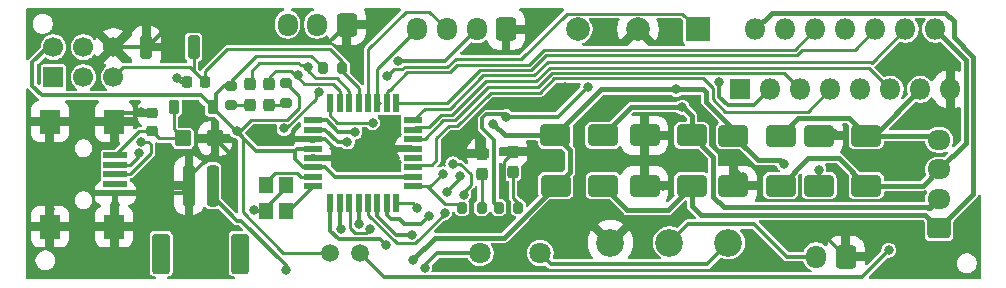
<source format=gbr>
%TF.GenerationSoftware,KiCad,Pcbnew,9.0.1*%
%TF.CreationDate,2025-06-20T00:57:13+09:00*%
%TF.ProjectId,NanoV3.3,4e616e6f-5633-42e3-932e-6b696361645f,rev?*%
%TF.SameCoordinates,Original*%
%TF.FileFunction,Copper,L1,Top*%
%TF.FilePolarity,Positive*%
%FSLAX46Y46*%
G04 Gerber Fmt 4.6, Leading zero omitted, Abs format (unit mm)*
G04 Created by KiCad (PCBNEW 9.0.1) date 2025-06-20 00:57:13*
%MOMM*%
%LPD*%
G01*
G04 APERTURE LIST*
G04 Aperture macros list*
%AMRoundRect*
0 Rectangle with rounded corners*
0 $1 Rounding radius*
0 $2 $3 $4 $5 $6 $7 $8 $9 X,Y pos of 4 corners*
0 Add a 4 corners polygon primitive as box body*
4,1,4,$2,$3,$4,$5,$6,$7,$8,$9,$2,$3,0*
0 Add four circle primitives for the rounded corners*
1,1,$1+$1,$2,$3*
1,1,$1+$1,$4,$5*
1,1,$1+$1,$6,$7*
1,1,$1+$1,$8,$9*
0 Add four rect primitives between the rounded corners*
20,1,$1+$1,$2,$3,$4,$5,0*
20,1,$1+$1,$4,$5,$6,$7,0*
20,1,$1+$1,$6,$7,$8,$9,0*
20,1,$1+$1,$8,$9,$2,$3,0*%
G04 Aperture macros list end*
%TA.AperFunction,SMDPad,CuDef*%
%ADD10R,1.200000X1.400000*%
%TD*%
%TA.AperFunction,SMDPad,CuDef*%
%ADD11RoundRect,0.152400X0.355600X0.838200X-0.355600X0.838200X-0.355600X-0.838200X0.355600X-0.838200X0*%
%TD*%
%TA.AperFunction,SMDPad,CuDef*%
%ADD12RoundRect,0.237500X-0.237500X0.287500X-0.237500X-0.287500X0.237500X-0.287500X0.237500X0.287500X0*%
%TD*%
%TA.AperFunction,SMDPad,CuDef*%
%ADD13RoundRect,0.250000X1.000000X0.650000X-1.000000X0.650000X-1.000000X-0.650000X1.000000X-0.650000X0*%
%TD*%
%TA.AperFunction,SMDPad,CuDef*%
%ADD14RoundRect,0.200000X-0.275000X0.200000X-0.275000X-0.200000X0.275000X-0.200000X0.275000X0.200000X0*%
%TD*%
%TA.AperFunction,ComponentPad*%
%ADD15R,1.700000X1.700000*%
%TD*%
%TA.AperFunction,ComponentPad*%
%ADD16C,1.700000*%
%TD*%
%TA.AperFunction,ComponentPad*%
%ADD17R,2.000000X2.000000*%
%TD*%
%TA.AperFunction,ComponentPad*%
%ADD18C,2.000000*%
%TD*%
%TA.AperFunction,SMDPad,CuDef*%
%ADD19RoundRect,0.200000X-0.200000X-0.275000X0.200000X-0.275000X0.200000X0.275000X-0.200000X0.275000X0*%
%TD*%
%TA.AperFunction,SMDPad,CuDef*%
%ADD20RoundRect,0.250000X-1.000000X-0.650000X1.000000X-0.650000X1.000000X0.650000X-1.000000X0.650000X0*%
%TD*%
%TA.AperFunction,SMDPad,CuDef*%
%ADD21RoundRect,0.250000X-0.250000X-1.500000X0.250000X-1.500000X0.250000X1.500000X-0.250000X1.500000X0*%
%TD*%
%TA.AperFunction,SMDPad,CuDef*%
%ADD22RoundRect,0.250001X-0.499999X-1.449999X0.499999X-1.449999X0.499999X1.449999X-0.499999X1.449999X0*%
%TD*%
%TA.AperFunction,ComponentPad*%
%ADD23RoundRect,0.250000X0.600000X0.725000X-0.600000X0.725000X-0.600000X-0.725000X0.600000X-0.725000X0*%
%TD*%
%TA.AperFunction,ComponentPad*%
%ADD24O,1.700000X1.950000*%
%TD*%
%TA.AperFunction,SMDPad,CuDef*%
%ADD25R,1.600000X0.550000*%
%TD*%
%TA.AperFunction,SMDPad,CuDef*%
%ADD26R,0.550000X1.600000*%
%TD*%
%TA.AperFunction,SMDPad,CuDef*%
%ADD27RoundRect,0.250000X-0.457500X-0.445000X0.457500X-0.445000X0.457500X0.445000X-0.457500X0.445000X0*%
%TD*%
%TA.AperFunction,ComponentPad*%
%ADD28RoundRect,0.250000X0.725000X-0.600000X0.725000X0.600000X-0.725000X0.600000X-0.725000X-0.600000X0*%
%TD*%
%TA.AperFunction,ComponentPad*%
%ADD29O,1.950000X1.700000*%
%TD*%
%TA.AperFunction,ComponentPad*%
%ADD30C,1.500000*%
%TD*%
%TA.AperFunction,ComponentPad*%
%ADD31C,1.800000*%
%TD*%
%TA.AperFunction,SMDPad,CuDef*%
%ADD32R,2.000000X0.500000*%
%TD*%
%TA.AperFunction,SMDPad,CuDef*%
%ADD33R,1.700000X2.000000*%
%TD*%
%TA.AperFunction,SMDPad,CuDef*%
%ADD34RoundRect,0.225000X0.225000X0.250000X-0.225000X0.250000X-0.225000X-0.250000X0.225000X-0.250000X0*%
%TD*%
%TA.AperFunction,SMDPad,CuDef*%
%ADD35RoundRect,0.225000X0.225000X0.375000X-0.225000X0.375000X-0.225000X-0.375000X0.225000X-0.375000X0*%
%TD*%
%TA.AperFunction,SMDPad,CuDef*%
%ADD36RoundRect,0.225000X0.250000X-0.225000X0.250000X0.225000X-0.250000X0.225000X-0.250000X-0.225000X0*%
%TD*%
%TA.AperFunction,ComponentPad*%
%ADD37R,1.800000X1.800000*%
%TD*%
%TA.AperFunction,ComponentPad*%
%ADD38O,1.800000X1.800000*%
%TD*%
%TA.AperFunction,ComponentPad*%
%ADD39C,2.340000*%
%TD*%
%TA.AperFunction,ViaPad*%
%ADD40C,0.800000*%
%TD*%
%TA.AperFunction,Conductor*%
%ADD41C,0.250000*%
%TD*%
%TA.AperFunction,Conductor*%
%ADD42C,0.355600*%
%TD*%
%TA.AperFunction,Conductor*%
%ADD43C,0.254000*%
%TD*%
%TA.AperFunction,Conductor*%
%ADD44C,0.304800*%
%TD*%
%TA.AperFunction,Conductor*%
%ADD45C,0.406400*%
%TD*%
G04 APERTURE END LIST*
D10*
%TO.P,Y4,1,1*%
%TO.N,XTAL2*%
X107850000Y-125400000D03*
%TO.P,Y4,2,2*%
%TO.N,GND*%
X107850000Y-123200000D03*
%TO.P,Y4,3,3*%
%TO.N,XTAL1*%
X106150000Y-123200000D03*
%TO.P,Y4,4,4*%
%TO.N,GND*%
X106150000Y-125400000D03*
%TD*%
D11*
%TO.P,SW1,1,1*%
%TO.N,RST*%
X100040000Y-111500000D03*
%TO.P,SW1,2,2*%
%TO.N,GND*%
X96039500Y-111500000D03*
%TD*%
D12*
%TO.P,D6,1,K*%
%TO.N,TX1*%
X106400000Y-114625000D03*
%TO.P,D6,2,A*%
%TO.N,Net-(D6-A)*%
X106400000Y-116375000D03*
%TD*%
D13*
%TO.P,D2,1,K*%
%TO.N,Net-(D2-K)*%
X134717500Y-123250000D03*
%TO.P,D2,2,A*%
%TO.N,VIN*%
X130717500Y-123250000D03*
%TD*%
D14*
%TO.P,R15,1*%
%TO.N,+5V*%
X107900000Y-114575000D03*
%TO.P,R15,2*%
%TO.N,Net-(D6-A)*%
X107900000Y-116225000D03*
%TD*%
D15*
%TO.P,J2,1,MISO*%
%TO.N,D12*%
X88170000Y-114060000D03*
D16*
%TO.P,J2,2,VCC*%
%TO.N,+5V*%
X88170000Y-111520000D03*
%TO.P,J2,3,SCK*%
%TO.N,D13*%
X90710000Y-114060000D03*
%TO.P,J2,4,MOSI*%
%TO.N,D11*%
X90710000Y-111520000D03*
%TO.P,J2,5,~{RST}*%
%TO.N,RST*%
X93250000Y-114060000D03*
%TO.P,J2,6,GND*%
%TO.N,GND*%
X93250000Y-111520000D03*
%TD*%
D17*
%TO.P,SW6,1,B*%
%TO.N,/Micro_switch*%
X142750000Y-110000000D03*
D18*
%TO.P,SW6,2,C*%
%TO.N,GND*%
X137670000Y-110000000D03*
%TO.P,SW6,3,A*%
%TO.N,unconnected-(SW6-A-Pad3)*%
X132590000Y-110000000D03*
%TD*%
D19*
%TO.P,R16,1*%
%TO.N,+5V*%
X125875000Y-125100000D03*
%TO.P,R16,2*%
%TO.N,Net-(D7-A)*%
X127525000Y-125100000D03*
%TD*%
D20*
%TO.P,D12,1,K*%
%TO.N,GND*%
X145750000Y-123250000D03*
%TO.P,D12,2,A*%
%TO.N,Net-(D12-A)*%
X149750000Y-123250000D03*
%TD*%
D21*
%TO.P,J6,1,Pin_1*%
%TO.N,GND*%
X99650000Y-123250000D03*
%TO.P,J6,2,Pin_2*%
%TO.N,+3.7V*%
X101650000Y-123250000D03*
D22*
%TO.P,J6,MP*%
%TO.N,N/C*%
X97300000Y-129000000D03*
X104000000Y-129000000D03*
%TD*%
D23*
%TO.P,CN12,1,Pin_1*%
%TO.N,GND*%
X113000000Y-109600000D03*
D24*
%TO.P,CN12,2,Pin_2*%
%TO.N,D12*%
X110500000Y-109600000D03*
%TO.P,CN12,3,Pin_3*%
%TO.N,+5V*%
X108000000Y-109600000D03*
%TD*%
D20*
%TO.P,D3,1,K*%
%TO.N,GND*%
X138228333Y-123250000D03*
%TO.P,D3,2,A*%
%TO.N,Net-(D2-K)*%
X142228333Y-123250000D03*
%TD*%
%TO.P,D5,1,K*%
%TO.N,GND*%
X138228333Y-118980000D03*
%TO.P,D5,2,A*%
%TO.N,Net-(D4-K)*%
X142228333Y-118980000D03*
%TD*%
D13*
%TO.P,D13,1,K*%
%TO.N,Net-(D11-A)*%
X149750000Y-119000000D03*
%TO.P,D13,2,A*%
%TO.N,VIN*%
X145750000Y-119000000D03*
%TD*%
D25*
%TO.P,U4,1,PD3*%
%TO.N,D3*%
X110160000Y-117700000D03*
%TO.P,U4,2,PD4*%
%TO.N,D4*%
X110160000Y-118500000D03*
%TO.P,U4,3,GND*%
%TO.N,GND*%
X110160000Y-119300000D03*
%TO.P,U4,4,VCC*%
%TO.N,+5V*%
X110160000Y-120100000D03*
%TO.P,U4,5,GND*%
%TO.N,GND*%
X110160000Y-120900000D03*
%TO.P,U4,6,VCC*%
%TO.N,+5V*%
X110160000Y-121700000D03*
%TO.P,U4,7,XTAL1/PB6*%
%TO.N,XTAL1*%
X110160000Y-122500000D03*
%TO.P,U4,8,XTAL2/PB7*%
%TO.N,XTAL2*%
X110160000Y-123300000D03*
D26*
%TO.P,U4,9,PD5*%
%TO.N,/LED4*%
X111610000Y-124750000D03*
%TO.P,U4,10,PD6*%
%TO.N,/PullBack*%
X112410000Y-124750000D03*
%TO.P,U4,11,PD7*%
%TO.N,/LED1*%
X113210000Y-124750000D03*
%TO.P,U4,12,PB0*%
%TO.N,D8*%
X114010000Y-124750000D03*
%TO.P,U4,13,PB1*%
%TO.N,/power*%
X114810000Y-124750000D03*
%TO.P,U4,14,PB2*%
%TO.N,D10*%
X115610000Y-124750000D03*
%TO.P,U4,15,PB3*%
%TO.N,D11*%
X116410000Y-124750000D03*
%TO.P,U4,16,PB4*%
%TO.N,D12*%
X117210000Y-124750000D03*
D25*
%TO.P,U4,17,PB5*%
%TO.N,D13*%
X118660000Y-123300000D03*
%TO.P,U4,18,AVCC*%
%TO.N,+5V*%
X118660000Y-122500000D03*
%TO.P,U4,19,ADC6*%
%TO.N,A6*%
X118660000Y-121700000D03*
%TO.P,U4,20,AREF*%
%TO.N,unconnected-(U4-AREF-Pad20)*%
X118660000Y-120900000D03*
%TO.P,U4,21,GND*%
%TO.N,GND*%
X118660000Y-120100000D03*
%TO.P,U4,22,ADC7*%
%TO.N,/IN1*%
X118660000Y-119300000D03*
%TO.P,U4,23,PC0*%
%TO.N,A0*%
X118660000Y-118500000D03*
%TO.P,U4,24,PC1*%
%TO.N,A1*%
X118660000Y-117700000D03*
D26*
%TO.P,U4,25,PC2*%
%TO.N,A2*%
X117210000Y-116250000D03*
%TO.P,U4,26,PC3*%
%TO.N,A3*%
X116410000Y-116250000D03*
%TO.P,U4,27,PC4*%
%TO.N,A4*%
X115610000Y-116250000D03*
%TO.P,U4,28,PC5*%
%TO.N,A5*%
X114810000Y-116250000D03*
%TO.P,U4,29,~{RESET}/PC6*%
%TO.N,RST*%
X114010000Y-116250000D03*
%TO.P,U4,30,PD0*%
%TO.N,RX0*%
X113210000Y-116250000D03*
%TO.P,U4,31,PD1*%
%TO.N,TX1*%
X112410000Y-116250000D03*
%TO.P,U4,32,PD2*%
%TO.N,/Micro_switch*%
X111610000Y-116250000D03*
%TD*%
D23*
%TO.P,J8,1,Pin_1*%
%TO.N,GND*%
X155250000Y-129250000D03*
D24*
%TO.P,J8,2,Pin_2*%
%TO.N,Net-(J8-Pin_2)*%
X152750000Y-129250000D03*
%TD*%
D27*
%TO.P,C6,1*%
%TO.N,Net-(D9-A)*%
X99147500Y-119250000D03*
%TO.P,C6,2*%
%TO.N,GND*%
X101852500Y-119250000D03*
%TD*%
D13*
%TO.P,D14,1,K*%
%TO.N,Net-(D12-A)*%
X157000000Y-123250000D03*
%TO.P,D14,2,A*%
%TO.N,VIN*%
X153000000Y-123250000D03*
%TD*%
D28*
%TO.P,J3,1,Pin_1*%
%TO.N,Net-(D2-K)*%
X163160000Y-126870000D03*
D29*
%TO.P,J3,2,Pin_2*%
%TO.N,Net-(D4-K)*%
X163160000Y-124370000D03*
%TO.P,J3,3,Pin_3*%
%TO.N,Net-(D12-A)*%
X163160000Y-121870000D03*
%TO.P,J3,4,Pin_4*%
%TO.N,Net-(D11-A)*%
X163160000Y-119370000D03*
%TD*%
D12*
%TO.P,D8,1,K*%
%TO.N,GND*%
X124430000Y-120525000D03*
%TO.P,D8,2,A*%
%TO.N,Net-(D8-A)*%
X124430000Y-122275000D03*
%TD*%
D20*
%TO.P,D11,1,K*%
%TO.N,GND*%
X153000000Y-119000000D03*
%TO.P,D11,2,A*%
%TO.N,Net-(D11-A)*%
X157000000Y-119000000D03*
%TD*%
D30*
%TO.P,K6,1,COIL_1*%
%TO.N,+5V*%
X111610000Y-128950000D03*
%TO.P,K6,2,COIL_2*%
%TO.N,Net-(D21-A)*%
X114150000Y-128950000D03*
D31*
%TO.P,K6,5,NO*%
%TO.N,+3.7V*%
X124310000Y-128950000D03*
%TO.P,K6,6,COM*%
%TO.N,Net-(K6-COM)*%
X129390000Y-128950000D03*
%TD*%
D19*
%TO.P,R1,1*%
%TO.N,+5V*%
X110975000Y-113250000D03*
%TO.P,R1,2*%
%TO.N,RST*%
X112625000Y-113250000D03*
%TD*%
D23*
%TO.P,J5,1,Pin_1*%
%TO.N,GND*%
X126500000Y-110000000D03*
D24*
%TO.P,J5,2,Pin_2*%
%TO.N,+5V*%
X124000000Y-110000000D03*
%TO.P,J5,3,Pin_3*%
%TO.N,A5*%
X121500000Y-110000000D03*
%TO.P,J5,4,Pin_4*%
%TO.N,A4*%
X119000000Y-110000000D03*
%TD*%
D19*
%TO.P,R17,1*%
%TO.N,D13*%
X122775000Y-125100000D03*
%TO.P,R17,2*%
%TO.N,Net-(D8-A)*%
X124425000Y-125100000D03*
%TD*%
D32*
%TO.P,J1,1,VBUS*%
%TO.N,Net-(D9-A)*%
X93415000Y-120670000D03*
%TO.P,J1,2,D-*%
%TO.N,D-*%
X93415000Y-121470000D03*
%TO.P,J1,3,D+*%
%TO.N,D+*%
X93415000Y-122270000D03*
%TO.P,J1,4,ID*%
%TO.N,unconnected-(J1-ID-Pad4)*%
X93415000Y-123070000D03*
%TO.P,J1,5,GND*%
%TO.N,GND*%
X93415000Y-123870000D03*
D33*
%TO.P,J1,6,Shield*%
X93315000Y-117820000D03*
X87865000Y-117820000D03*
X93315000Y-126720000D03*
X87865000Y-126720000D03*
%TD*%
D34*
%TO.P,C3,1*%
%TO.N,RST*%
X101025000Y-114500000D03*
%TO.P,C3,2*%
%TO.N,DTR*%
X99475000Y-114500000D03*
%TD*%
D12*
%TO.P,D1,1,K*%
%TO.N,RX0*%
X104800000Y-114625000D03*
%TO.P,D1,2,A*%
%TO.N,Net-(D1-A)*%
X104800000Y-116375000D03*
%TD*%
D35*
%TO.P,D9,1,K*%
%TO.N,+5V*%
X101650000Y-116600000D03*
%TO.P,D9,2,A*%
%TO.N,Net-(D9-A)*%
X98350000Y-116600000D03*
%TD*%
D36*
%TO.P,C7,1*%
%TO.N,Net-(D9-A)*%
X96510000Y-118645000D03*
%TO.P,C7,2*%
%TO.N,GND*%
X96510000Y-117095000D03*
%TD*%
D37*
%TO.P,U2,1,SENSE_A*%
%TO.N,GND*%
X146340000Y-115080000D03*
D38*
%TO.P,U2,2,OUT1*%
%TO.N,Net-(D2-K)*%
X147610000Y-110000000D03*
%TO.P,U2,3,OUT2*%
%TO.N,Net-(D4-K)*%
X148880000Y-115080000D03*
%TO.P,U2,4,Vs*%
%TO.N,VIN*%
X150150000Y-110000000D03*
%TO.P,U2,5,IN1*%
%TO.N,/IN1*%
X151420000Y-115080000D03*
%TO.P,U2,6,EnA*%
%TO.N,A3*%
X152690000Y-110000000D03*
%TO.P,U2,7,IN2*%
%TO.N,A6*%
X153960000Y-115080000D03*
%TO.P,U2,8,GND*%
%TO.N,GND*%
X155230000Y-110000000D03*
%TO.P,U2,9,Vss*%
%TO.N,+5V*%
X156500000Y-115080000D03*
%TO.P,U2,10,IN3*%
%TO.N,A2*%
X157770000Y-110000000D03*
%TO.P,U2,11,EnB*%
%TO.N,A0*%
X159040000Y-115080000D03*
%TO.P,U2,12,IN4*%
%TO.N,A1*%
X160310000Y-110000000D03*
%TO.P,U2,13,OUT3*%
%TO.N,Net-(D11-A)*%
X161580000Y-115080000D03*
%TO.P,U2,14,OUT4*%
%TO.N,Net-(D12-A)*%
X162850000Y-110000000D03*
%TO.P,U2,15,SENSE_B*%
%TO.N,GND*%
X164120000Y-115080000D03*
%TD*%
D12*
%TO.P,D7,1,K*%
%TO.N,GND*%
X127090000Y-120375000D03*
%TO.P,D7,2,A*%
%TO.N,Net-(D7-A)*%
X127090000Y-122125000D03*
%TD*%
D13*
%TO.P,D4,1,K*%
%TO.N,Net-(D4-K)*%
X134672500Y-118980000D03*
%TO.P,D4,2,A*%
%TO.N,VIN*%
X130672500Y-118980000D03*
%TD*%
D14*
%TO.P,R14,1*%
%TO.N,+5V*%
X103200000Y-114775000D03*
%TO.P,R14,2*%
%TO.N,Net-(D1-A)*%
X103200000Y-116425000D03*
%TD*%
D39*
%TO.P,RV1,1,1*%
%TO.N,GND*%
X135330000Y-128080000D03*
%TO.P,RV1,2,2*%
%TO.N,Net-(J8-Pin_2)*%
X140330000Y-128080000D03*
%TO.P,RV1,3,3*%
%TO.N,Net-(K6-COM)*%
X145330000Y-128080000D03*
%TD*%
D40*
%TO.N,GND*%
X105200000Y-125300000D03*
X93415000Y-124900000D03*
X154200000Y-118800000D03*
X126300000Y-123200000D03*
X95600000Y-117000000D03*
X133300000Y-121400000D03*
X142500000Y-116000000D03*
X139800000Y-123300000D03*
X130600000Y-121100000D03*
X87865000Y-125200000D03*
X117100000Y-120900000D03*
X103400000Y-123300000D03*
X149600000Y-126800000D03*
X131800000Y-125300000D03*
X131500000Y-114900000D03*
X98800000Y-112300000D03*
X146600000Y-122500000D03*
%TO.N,+5V*%
X126500000Y-117400000D03*
X117389150Y-112669800D03*
X103700000Y-118600000D03*
X133400000Y-114900000D03*
%TO.N,+3.7V*%
X107850000Y-130350000D03*
X119600000Y-130200000D03*
%TO.N,Net-(D21-A)*%
X158900000Y-128700000D03*
%TO.N,Net-(D4-K)*%
X141400000Y-116600000D03*
X144500000Y-114438400D03*
%TO.N,DTR*%
X98600000Y-114100000D03*
%TO.N,VIN*%
X140900000Y-115100000D03*
X150000000Y-121400000D03*
X125400000Y-118000000D03*
X118650000Y-129530310D03*
X153000000Y-121900000D03*
%TO.N,RX0*%
X110700000Y-115355200D03*
X107700000Y-118400000D03*
X109700000Y-113200000D03*
%TO.N,TX1*%
X108873253Y-113900000D03*
%TO.N,D-*%
X95400000Y-120500000D03*
%TO.N,D+*%
X95617625Y-119520687D03*
%TO.N,D11*%
X122900000Y-124000000D03*
X120000000Y-125800000D03*
X122000000Y-121400000D03*
%TO.N,D12*%
X121500000Y-123800000D03*
X119000000Y-125100000D03*
X122610640Y-122427678D03*
%TO.N,D13*%
X121150000Y-122250000D03*
%TO.N,D3*%
X113700000Y-118700000D03*
%TO.N,/Micro_switch*%
X115200000Y-117900000D03*
X116400000Y-114000000D03*
%TO.N,D8*%
X114044400Y-126500000D03*
%TO.N,D10*%
X118500000Y-127400000D03*
%TO.N,D4*%
X113050000Y-119550000D03*
%TO.N,/PullBack*%
X112550000Y-126950000D03*
%TO.N,/LED1*%
X114964082Y-126944400D03*
%TO.N,/power*%
X121300000Y-125535400D03*
%TO.N,/LED4*%
X116334290Y-128265710D03*
%TD*%
D41*
%TO.N,GND*%
X105300000Y-125400000D02*
X105200000Y-125300000D01*
X106150000Y-125400000D02*
X105300000Y-125400000D01*
X106150000Y-125050000D02*
X106150000Y-125400000D01*
X107850000Y-123350000D02*
X106150000Y-125050000D01*
X107850000Y-123200000D02*
X107850000Y-123350000D01*
%TO.N,XTAL2*%
X108060000Y-125400000D02*
X110160000Y-123300000D01*
X107850000Y-125400000D02*
X108060000Y-125400000D01*
%TO.N,XTAL1*%
X108780800Y-122170800D02*
X109110000Y-122500000D01*
X106920800Y-122170800D02*
X108780800Y-122170800D01*
X106150000Y-122941600D02*
X106920800Y-122170800D01*
X106150000Y-123200000D02*
X106150000Y-122941600D01*
X109110000Y-122500000D02*
X110160000Y-122500000D01*
D42*
%TO.N,+5V*%
X108600000Y-121000000D02*
X108600000Y-120300000D01*
X109300000Y-121700000D02*
X108600000Y-121000000D01*
X110160000Y-121700000D02*
X109300000Y-121700000D01*
D43*
X104200000Y-119100000D02*
X103700000Y-118600000D01*
X104200000Y-125500000D02*
X104200000Y-119100000D01*
X107650000Y-128950000D02*
X104200000Y-125500000D01*
X111610000Y-128950000D02*
X107650000Y-128950000D01*
D42*
%TO.N,+3.7V*%
X107850000Y-129950000D02*
X107850000Y-130350000D01*
X101650000Y-124150000D02*
X103700000Y-126200000D01*
X104100000Y-126200000D02*
X107850000Y-129950000D01*
X101650000Y-123250000D02*
X101650000Y-124150000D01*
X103700000Y-126200000D02*
X104100000Y-126200000D01*
%TO.N,+5V*%
X87680000Y-111520000D02*
X88170000Y-111520000D01*
X86400000Y-112800000D02*
X87680000Y-111520000D01*
X87200000Y-115600000D02*
X86400000Y-114800000D01*
X100650000Y-115600000D02*
X87200000Y-115600000D01*
X101650000Y-116600000D02*
X100650000Y-115600000D01*
X86400000Y-114800000D02*
X86400000Y-112800000D01*
D43*
%TO.N,RST*%
X114010000Y-114935000D02*
X114010000Y-116250000D01*
X112625000Y-113550000D02*
X114010000Y-114935000D01*
X112625000Y-112725000D02*
X112625000Y-113550000D01*
X101025000Y-113575000D02*
X102891000Y-111709000D01*
X111609000Y-111709000D02*
X112625000Y-112725000D01*
X101025000Y-114500000D02*
X101025000Y-113575000D01*
X102891000Y-111709000D02*
X111609000Y-111709000D01*
D41*
X100040000Y-113515000D02*
X101025000Y-114500000D01*
X100040000Y-111500000D02*
X100040000Y-113515000D01*
D42*
%TO.N,GND*%
X111400000Y-111200000D02*
X106800000Y-111200000D01*
D43*
X124430000Y-120525000D02*
X123991000Y-120086000D01*
D42*
X105300000Y-109700000D02*
X97940000Y-109700000D01*
D43*
X135330000Y-128080000D02*
X132550000Y-125300000D01*
D42*
X106800000Y-111200000D02*
X105300000Y-109700000D01*
D44*
X152600000Y-126600000D02*
X149800000Y-126600000D01*
D43*
X123991000Y-117309000D02*
X125200000Y-116100000D01*
X131800000Y-125300000D02*
X132600000Y-124500000D01*
D42*
X87865000Y-125200000D02*
X87865000Y-126720000D01*
X93415000Y-126620000D02*
X93315000Y-126720000D01*
X117100000Y-120400000D02*
X117400000Y-120100000D01*
X93315000Y-117820000D02*
X87865000Y-117820000D01*
X87865000Y-117820000D02*
X87865000Y-125200000D01*
D43*
X129700000Y-116100000D02*
X130300000Y-116100000D01*
D42*
X99030000Y-123870000D02*
X93415000Y-123870000D01*
D43*
X132550000Y-125300000D02*
X131800000Y-125300000D01*
D42*
X99650000Y-123250000D02*
X99030000Y-123870000D01*
X110160000Y-119300000D02*
X111199000Y-119300000D01*
X112600000Y-120900000D02*
X117100000Y-120900000D01*
D43*
X127090000Y-120375000D02*
X126283800Y-121181200D01*
D42*
X93415000Y-124900000D02*
X93415000Y-126620000D01*
D44*
X149800000Y-126600000D02*
X149600000Y-126800000D01*
D45*
X138228333Y-121000000D02*
X138228333Y-123250000D01*
D43*
X126283800Y-123183800D02*
X126300000Y-123200000D01*
D42*
X93415000Y-123870000D02*
X93415000Y-124900000D01*
D43*
X133700000Y-121000000D02*
X138228333Y-121000000D01*
X146600000Y-122500000D02*
X143809533Y-119709533D01*
X143809533Y-119709533D02*
X143809533Y-117309533D01*
D42*
X110160000Y-120900000D02*
X112600000Y-120900000D01*
X117100000Y-120900000D02*
X117100000Y-120400000D01*
X87865000Y-126720000D02*
X93315000Y-126720000D01*
D43*
X123991000Y-120086000D02*
X123991000Y-117309000D01*
X132600000Y-124500000D02*
X132600000Y-122100000D01*
D45*
X138228333Y-123250000D02*
X139750000Y-123250000D01*
D42*
X101852500Y-119250000D02*
X103400000Y-120797500D01*
X101852500Y-120347500D02*
X101852500Y-119250000D01*
D43*
X132600000Y-122100000D02*
X133300000Y-121400000D01*
D45*
X138228333Y-118980000D02*
X138228333Y-121000000D01*
D42*
X103400000Y-120797500D02*
X103400000Y-123300000D01*
X94040000Y-117095000D02*
X93315000Y-117820000D01*
D43*
X129875000Y-120375000D02*
X130600000Y-121100000D01*
X143809533Y-117309533D02*
X142500000Y-116000000D01*
D42*
X98000000Y-111500000D02*
X98800000Y-112300000D01*
D44*
X155250000Y-129250000D02*
X152600000Y-126600000D01*
D43*
X145750000Y-123250000D02*
X145850000Y-123250000D01*
D42*
X93270000Y-111500000D02*
X93250000Y-111520000D01*
X117400000Y-120100000D02*
X118660000Y-120100000D01*
X93270000Y-111500000D02*
X98000000Y-111500000D01*
X96140000Y-111500000D02*
X93270000Y-111500000D01*
D43*
X145850000Y-123250000D02*
X146600000Y-122500000D01*
X127090000Y-120375000D02*
X129875000Y-120375000D01*
D42*
X111199000Y-119300000D02*
X112600000Y-120701000D01*
X113000000Y-109600000D02*
X111400000Y-111200000D01*
X99650000Y-123250000D02*
X99650000Y-122550000D01*
D45*
X139750000Y-123250000D02*
X139800000Y-123300000D01*
D42*
X97940000Y-109700000D02*
X96140000Y-111500000D01*
D43*
X133300000Y-121400000D02*
X133700000Y-121000000D01*
X126283800Y-121181200D02*
X126283800Y-123183800D01*
D42*
X99650000Y-122550000D02*
X101852500Y-120347500D01*
X96510000Y-117095000D02*
X94040000Y-117095000D01*
X112600000Y-120701000D02*
X112600000Y-120900000D01*
D43*
X130300000Y-116100000D02*
X131500000Y-114900000D01*
X125200000Y-116100000D02*
X129700000Y-116100000D01*
D42*
%TO.N,+5V*%
X118660000Y-122500000D02*
X111999000Y-122500000D01*
D43*
X107983208Y-117668800D02*
X104931200Y-117668800D01*
D42*
X124000000Y-110000000D02*
X121330200Y-112669800D01*
X124500000Y-117519834D02*
X124500000Y-118400000D01*
X101925000Y-116325000D02*
X101650000Y-116600000D01*
X111199000Y-121700000D02*
X110160000Y-121700000D01*
D43*
X109000000Y-116652008D02*
X107983208Y-117668800D01*
D42*
X126309917Y-117209917D02*
X124809917Y-117209917D01*
X108600000Y-120300000D02*
X108800000Y-120100000D01*
D43*
X103200000Y-114400000D02*
X105342800Y-112257200D01*
D42*
X103800000Y-118800000D02*
X105300000Y-120300000D01*
X133400000Y-114900000D02*
X130900000Y-117400000D01*
D43*
X107900000Y-114575000D02*
X109000000Y-115675000D01*
D42*
X103200000Y-114775000D02*
X102625000Y-114775000D01*
D43*
X105342800Y-112257200D02*
X110002873Y-112257200D01*
X110975000Y-113229327D02*
X110975000Y-113250000D01*
X104931200Y-117668800D02*
X103800000Y-118800000D01*
D42*
X121330200Y-112669800D02*
X117389150Y-112669800D01*
X124500000Y-118400000D02*
X125500000Y-119400000D01*
X102625000Y-114775000D02*
X101925000Y-115475000D01*
X125500000Y-119400000D02*
X125500000Y-124725000D01*
X126500000Y-117400000D02*
X126309917Y-117209917D01*
D43*
X103200000Y-114775000D02*
X103200000Y-114400000D01*
D42*
X101650000Y-116650000D02*
X103800000Y-118800000D01*
X124809917Y-117209917D02*
X124500000Y-117519834D01*
X111999000Y-122500000D02*
X111199000Y-121700000D01*
X101925000Y-115475000D02*
X101925000Y-116325000D01*
X105300000Y-120300000D02*
X108600000Y-120300000D01*
X130900000Y-117400000D02*
X126600000Y-117400000D01*
X108800000Y-120100000D02*
X110160000Y-120100000D01*
X125500000Y-124725000D02*
X125875000Y-125100000D01*
D43*
X109000000Y-115675000D02*
X109000000Y-116652008D01*
D42*
X101650000Y-116600000D02*
X101650000Y-116650000D01*
D43*
X110002873Y-112257200D02*
X110975000Y-113229327D01*
D42*
%TO.N,+3.7V*%
X124310000Y-128950000D02*
X120650000Y-128950000D01*
X119600000Y-130000000D02*
X119600000Y-130200000D01*
X120650000Y-128950000D02*
X119600000Y-130000000D01*
%TO.N,Net-(D21-A)*%
X114150000Y-128950000D02*
X116196200Y-130996200D01*
X116196200Y-130996200D02*
X156603800Y-130996200D01*
X156603800Y-130996200D02*
X158900000Y-128700000D01*
D45*
%TO.N,Net-(D2-K)*%
X164400000Y-110686481D02*
X164400000Y-109300000D01*
X149010000Y-108600000D02*
X147610000Y-110000000D01*
X161990000Y-125700000D02*
X163160000Y-126870000D01*
X163160000Y-126870000D02*
X166038000Y-123992000D01*
X164400000Y-109300000D02*
X163700000Y-108600000D01*
X163700000Y-108600000D02*
X149010000Y-108600000D01*
X142228333Y-123250000D02*
X142228333Y-124928333D01*
X134717500Y-123250000D02*
X136767500Y-125300000D01*
X136767500Y-125300000D02*
X140178333Y-125300000D01*
X143000000Y-125700000D02*
X161990000Y-125700000D01*
X166038000Y-112324481D02*
X164400000Y-110686481D01*
X166038000Y-123992000D02*
X166038000Y-112324481D01*
X140178333Y-125300000D02*
X142228333Y-123250000D01*
X142228333Y-124928333D02*
X143000000Y-125700000D01*
%TO.N,Net-(D4-K)*%
X144036767Y-124179230D02*
X144946937Y-125089400D01*
D42*
X144500000Y-115700000D02*
X145256600Y-116456600D01*
D45*
X144946937Y-125089400D02*
X162242918Y-125089400D01*
X162242918Y-125089400D02*
X162253519Y-125100000D01*
D42*
X144500000Y-114438400D02*
X144500000Y-115700000D01*
X145256600Y-116456600D02*
X147503400Y-116456600D01*
D45*
X162430000Y-125100000D02*
X163160000Y-124370000D01*
X162253519Y-125100000D02*
X162430000Y-125100000D01*
X134672500Y-118980000D02*
X137052500Y-116600000D01*
X141500000Y-116600000D02*
X142228333Y-117328333D01*
X141400000Y-116600000D02*
X141500000Y-116600000D01*
X137052500Y-116600000D02*
X141400000Y-116600000D01*
D42*
X147503400Y-116456600D02*
X148880000Y-115080000D01*
D45*
X142228333Y-118980000D02*
X144036767Y-120788434D01*
X142228333Y-117328333D02*
X142228333Y-118980000D01*
X144036767Y-120788434D02*
X144036767Y-124179230D01*
%TO.N,Net-(D11-A)*%
X149750000Y-119000000D02*
X151250000Y-117500000D01*
X157000000Y-119000000D02*
X162790000Y-119000000D01*
X157000000Y-119000000D02*
X157660000Y-119000000D01*
X155500000Y-117500000D02*
X157000000Y-119000000D01*
X151250000Y-117500000D02*
X155500000Y-117500000D01*
X157660000Y-119000000D02*
X161580000Y-115080000D01*
X162790000Y-119000000D02*
X163160000Y-119370000D01*
%TO.N,Net-(D12-A)*%
X152100000Y-120900000D02*
X154650000Y-120900000D01*
X165427400Y-112577400D02*
X165427400Y-119602600D01*
X165427400Y-119602600D02*
X163160000Y-121870000D01*
X149750000Y-123250000D02*
X152100000Y-120900000D01*
X161780000Y-123250000D02*
X163160000Y-121870000D01*
X157000000Y-123250000D02*
X161780000Y-123250000D01*
X162850000Y-110000000D02*
X165427400Y-112577400D01*
X154650000Y-120900000D02*
X157000000Y-123250000D01*
D42*
%TO.N,Net-(J8-Pin_2)*%
X141910000Y-126500000D02*
X140330000Y-128080000D01*
X152750000Y-129250000D02*
X150250000Y-129250000D01*
X147500000Y-126500000D02*
X141910000Y-126500000D01*
X150250000Y-129250000D02*
X147500000Y-126500000D01*
%TO.N,Net-(K6-COM)*%
X130340000Y-129900000D02*
X129390000Y-128950000D01*
X143510000Y-129900000D02*
X130340000Y-129900000D01*
X145330000Y-128080000D02*
X143510000Y-129900000D01*
D43*
%TO.N,RST*%
X101025000Y-114500000D02*
X99735000Y-113210000D01*
X94100000Y-113210000D02*
X93250000Y-114060000D01*
X99735000Y-113210000D02*
X94100000Y-113210000D01*
D42*
%TO.N,DTR*%
X99475000Y-114500000D02*
X99000000Y-114500000D01*
X99000000Y-114500000D02*
X98600000Y-114100000D01*
D43*
%TO.N,unconnected-(U4-AREF-Pad20)*%
X118785000Y-120775000D02*
X118660000Y-120900000D01*
%TO.N,Net-(D9-A)*%
X93415000Y-120670000D02*
X95440000Y-118645000D01*
X97115000Y-119250000D02*
X96510000Y-118645000D01*
X95440000Y-118645000D02*
X96510000Y-118645000D01*
X98350000Y-116600000D02*
X98350000Y-118452500D01*
X99147500Y-119250000D02*
X97115000Y-119250000D01*
X98350000Y-118452500D02*
X99147500Y-119250000D01*
D45*
%TO.N,VIN*%
X130672500Y-118980000D02*
X131900000Y-120207500D01*
X131900000Y-122067500D02*
X130717500Y-123250000D01*
X126324900Y-127642600D02*
X130717500Y-123250000D01*
X145750000Y-118450000D02*
X145750000Y-119000000D01*
X145750000Y-119000000D02*
X147850000Y-121100000D01*
X149700000Y-121100000D02*
X150000000Y-121400000D01*
X143456600Y-115356600D02*
X143456600Y-116132190D01*
X130672500Y-118980000D02*
X134552500Y-115100000D01*
X134552500Y-115100000D02*
X143200000Y-115100000D01*
X143200000Y-115100000D02*
X143456600Y-115356600D01*
X118650000Y-129450000D02*
X120457400Y-127642600D01*
X147850000Y-121100000D02*
X149700000Y-121100000D01*
X144800000Y-117475591D02*
X144800000Y-117500000D01*
X118650000Y-129530310D02*
X118650000Y-129450000D01*
D42*
X153000000Y-123250000D02*
X153000000Y-121900000D01*
D45*
X120457400Y-127642600D02*
X126324900Y-127642600D01*
X126380000Y-118980000D02*
X125400000Y-118000000D01*
X131900000Y-120207500D02*
X131900000Y-122067500D01*
X130672500Y-118980000D02*
X126380000Y-118980000D01*
X143456600Y-116132190D02*
X144800000Y-117475591D01*
X144800000Y-117500000D02*
X145750000Y-118450000D01*
D43*
%TO.N,RX0*%
X109700000Y-113500000D02*
X110366800Y-114166800D01*
X110400000Y-115655200D02*
X110400000Y-115900000D01*
X112180800Y-114166800D02*
X113210000Y-115196000D01*
X113210000Y-115196000D02*
X113210000Y-116250000D01*
X105000000Y-113500000D02*
X105000000Y-114625000D01*
X110544800Y-115200000D02*
X110400000Y-115200000D01*
X110700000Y-115355200D02*
X110400000Y-115655200D01*
X107900000Y-118400000D02*
X107700000Y-118400000D01*
X105600000Y-112900000D02*
X105000000Y-113500000D01*
X109700000Y-113200000D02*
X109700000Y-113500000D01*
X110400000Y-115900000D02*
X107900000Y-118400000D01*
X110700000Y-115355200D02*
X110544800Y-115200000D01*
X109488400Y-112988400D02*
X109088400Y-112988400D01*
X110366800Y-114166800D02*
X112180800Y-114166800D01*
X109088400Y-112988400D02*
X109000000Y-112900000D01*
X109000000Y-112900000D02*
X105600000Y-112900000D01*
X109700000Y-113200000D02*
X109488400Y-112988400D01*
%TO.N,Net-(D1-A)*%
X103200000Y-116425000D02*
X103500000Y-116425000D01*
X103250000Y-116375000D02*
X103200000Y-116425000D01*
X105000000Y-116375000D02*
X103250000Y-116375000D01*
%TO.N,Net-(D6-A)*%
X108000000Y-116425000D02*
X106550000Y-116425000D01*
X106550000Y-116425000D02*
X106500000Y-116375000D01*
%TO.N,TX1*%
X108486185Y-113686185D02*
X108300000Y-113500000D01*
X106500000Y-114000000D02*
X106500000Y-114625000D01*
X108659438Y-113686185D02*
X108486185Y-113686185D01*
X107000000Y-113500000D02*
X106500000Y-114000000D01*
X112410000Y-115196000D02*
X112410000Y-116250000D01*
X111839000Y-114625000D02*
X112410000Y-115196000D01*
X108873253Y-113900000D02*
X108873253Y-114073253D01*
X108873253Y-113900000D02*
X108659438Y-113686185D01*
X108300000Y-113500000D02*
X107000000Y-113500000D01*
X108873253Y-114073253D02*
X109425000Y-114625000D01*
X109425000Y-114625000D02*
X111839000Y-114625000D01*
%TO.N,Net-(D7-A)*%
X127525000Y-124700000D02*
X127525000Y-125100000D01*
X127090000Y-124265000D02*
X127525000Y-124700000D01*
X127090000Y-122125000D02*
X127090000Y-124265000D01*
%TO.N,Net-(D8-A)*%
X124425000Y-125100000D02*
X124425000Y-124700000D01*
X124430000Y-125095000D02*
X124425000Y-125100000D01*
X124430000Y-122275000D02*
X124430000Y-125095000D01*
%TO.N,D-*%
X95400000Y-120500000D02*
X95400000Y-120739000D01*
X94669000Y-121470000D02*
X93415000Y-121470000D01*
X95400000Y-120739000D02*
X94669000Y-121470000D01*
%TO.N,D+*%
X94669000Y-122270000D02*
X93415000Y-122270000D01*
X96220687Y-119520687D02*
X96439000Y-119739000D01*
X95617625Y-119520687D02*
X96220687Y-119520687D01*
X96439000Y-119739000D02*
X96439000Y-120500000D01*
X96439000Y-120500000D02*
X94669000Y-122270000D01*
D44*
%TO.N,D11*%
X117500000Y-126100000D02*
X117900000Y-126500000D01*
D43*
X122617035Y-121400000D02*
X123506200Y-122289165D01*
X123506200Y-122289165D02*
X123506200Y-123193800D01*
X122900000Y-123800000D02*
X122900000Y-124000000D01*
D44*
X117900000Y-126500000D02*
X119300000Y-126500000D01*
X116410000Y-125738200D02*
X116771800Y-126100000D01*
X119300000Y-126500000D02*
X120000000Y-125800000D01*
X116410000Y-124750000D02*
X116410000Y-125738200D01*
X116771800Y-126100000D02*
X117500000Y-126100000D01*
D43*
X122000000Y-121400000D02*
X122617035Y-121400000D01*
X123506200Y-123193800D02*
X122900000Y-123800000D01*
%TO.N,D12*%
X121600000Y-123600000D02*
X121600000Y-123700000D01*
X122610640Y-122589360D02*
X121600000Y-123600000D01*
X117210000Y-124750000D02*
X118650000Y-124750000D01*
X118650000Y-124750000D02*
X119000000Y-125100000D01*
X122610640Y-122427678D02*
X122610640Y-122589360D01*
%TO.N,D13*%
X121300000Y-124800000D02*
X122775000Y-124800000D01*
X118660000Y-123300000D02*
X119800000Y-123300000D01*
X120100000Y-123300000D02*
X118660000Y-123300000D01*
X121150000Y-122250000D02*
X120100000Y-123300000D01*
X122775000Y-124800000D02*
X122775000Y-125100000D01*
X119800000Y-123300000D02*
X121300000Y-124800000D01*
%TO.N,A4*%
X115610000Y-113390000D02*
X115610000Y-116250000D01*
X115803800Y-116250000D02*
X115610000Y-116250000D01*
X119000000Y-110000000D02*
X115610000Y-113390000D01*
%TO.N,A5*%
X121500000Y-110000000D02*
X120000000Y-108500000D01*
X118000000Y-108500000D02*
X114810000Y-111690000D01*
X114810000Y-111690000D02*
X114810000Y-116250000D01*
X120000000Y-108500000D02*
X118000000Y-108500000D01*
%TO.N,A0*%
X119943800Y-118306200D02*
X118853800Y-118306200D01*
X129052007Y-114400000D02*
X124800000Y-114400000D01*
X157210000Y-113250000D02*
X130202007Y-113250000D01*
X124800000Y-114400000D02*
X121950000Y-117250000D01*
X121950000Y-117250000D02*
X121000000Y-117250000D01*
X159040000Y-115080000D02*
X157210000Y-113250000D01*
X130202007Y-113250000D02*
X129052007Y-114400000D01*
X118853800Y-118306200D02*
X118660000Y-118500000D01*
X121000000Y-117250000D02*
X119943800Y-118306200D01*
%TO.N,A3*%
X122367827Y-113000000D02*
X121730828Y-113637000D01*
X116410000Y-115340000D02*
X116410000Y-116250000D01*
X128452007Y-113000000D02*
X122367827Y-113000000D01*
X116631200Y-115118800D02*
X116603800Y-115118800D01*
X121730828Y-113637000D02*
X118113000Y-113637000D01*
X129702007Y-111750000D02*
X128452007Y-113000000D01*
X152690000Y-110000000D02*
X150940000Y-111750000D01*
X116603800Y-115146200D02*
X116410000Y-115340000D01*
X150940000Y-111750000D02*
X129702007Y-111750000D01*
X116603800Y-115118800D02*
X116603800Y-115146200D01*
X118113000Y-113637000D02*
X116631200Y-115118800D01*
%TO.N,A1*%
X160310000Y-110000000D02*
X157458996Y-112851004D01*
X157458996Y-112851004D02*
X157399793Y-112791800D01*
X124583600Y-113916400D02*
X121750000Y-116750000D01*
X128831591Y-113916400D02*
X124583600Y-113916400D01*
X128904015Y-113900000D02*
X128847992Y-113900000D01*
X119610000Y-116750000D02*
X118660000Y-117700000D01*
X121750000Y-116750000D02*
X119610000Y-116750000D01*
X157399793Y-112791800D02*
X130012215Y-112791800D01*
X130012215Y-112791800D02*
X128904015Y-113900000D01*
X128847992Y-113900000D02*
X128831591Y-113916400D01*
%TO.N,A2*%
X156020000Y-111750000D02*
X151587992Y-111750000D01*
X121500000Y-116250000D02*
X117210000Y-116250000D01*
X124291800Y-113458200D02*
X121500000Y-116250000D01*
X151129792Y-112208200D02*
X129891800Y-112208200D01*
X157770000Y-110000000D02*
X156020000Y-111750000D01*
X129891800Y-112208200D02*
X128641799Y-113458200D01*
X151587992Y-111750000D02*
X151129792Y-112208200D01*
X128641799Y-113458200D02*
X124291800Y-113458200D01*
D44*
%TO.N,D3*%
X112300000Y-118700000D02*
X111300000Y-117700000D01*
X111300000Y-117700000D02*
X110160000Y-117700000D01*
X113700000Y-118700000D02*
X112300000Y-118700000D01*
D43*
%TO.N,/Micro_switch*%
X117042639Y-113357361D02*
X117086277Y-113401000D01*
X117914223Y-113178800D02*
X121541035Y-113178800D01*
X122219834Y-112500000D02*
X127800000Y-112500000D01*
X117086277Y-113401000D02*
X117692023Y-113401000D01*
X112206000Y-117900000D02*
X115200000Y-117900000D01*
X131631200Y-108668800D02*
X141418800Y-108668800D01*
X141418800Y-108668800D02*
X142750000Y-110000000D01*
X117692023Y-113401000D02*
X117914223Y-113178800D01*
X121541035Y-113178800D02*
X122219834Y-112500000D01*
X116400000Y-114000000D02*
X117042639Y-113357361D01*
X111610000Y-117304000D02*
X112206000Y-117900000D01*
X127800000Y-112500000D02*
X131631200Y-108668800D01*
X111610000Y-116250000D02*
X111610000Y-117304000D01*
%TO.N,XTAL1*%
X110140000Y-122520000D02*
X110160000Y-122500000D01*
%TO.N,A6*%
X118660000Y-121506200D02*
X118660000Y-121700000D01*
X120600000Y-121100000D02*
X120193800Y-121506200D01*
X143991000Y-114991000D02*
X143166400Y-114166400D01*
X120600000Y-119200000D02*
X120600000Y-121100000D01*
X121633600Y-118166400D02*
X120600000Y-119200000D01*
X143991000Y-115910834D02*
X143991000Y-114991000D01*
X153960000Y-115080000D02*
X152074400Y-116965600D01*
X122381592Y-118166400D02*
X121633600Y-118166400D01*
X145045765Y-116965600D02*
X143991000Y-115910834D01*
X152074400Y-116965600D02*
X145045765Y-116965600D01*
X143166400Y-114166400D02*
X130581592Y-114166400D01*
X120193800Y-121506200D02*
X118660000Y-121506200D01*
X130581592Y-114166400D02*
X129389792Y-115358200D01*
X125189792Y-115358200D02*
X122381592Y-118166400D01*
X129389792Y-115358200D02*
X125189792Y-115358200D01*
D44*
%TO.N,D8*%
X114010000Y-126390000D02*
X114010000Y-124750000D01*
X114044400Y-126500000D02*
X114044400Y-126424400D01*
X114044400Y-126424400D02*
X114010000Y-126390000D01*
%TO.N,D10*%
X115610000Y-125810000D02*
X117200000Y-127400000D01*
X117200000Y-127400000D02*
X118500000Y-127400000D01*
X115610000Y-124750000D02*
X115610000Y-125810000D01*
%TO.N,D4*%
X112250000Y-119550000D02*
X113050000Y-119550000D01*
X111200000Y-118500000D02*
X112250000Y-119550000D01*
X110160000Y-118500000D02*
X111200000Y-118500000D01*
D43*
%TO.N,/IN1*%
X151420000Y-115080000D02*
X150048200Y-113708200D01*
X125000000Y-114900000D02*
X122191800Y-117708200D01*
X122191800Y-117708200D02*
X121189792Y-117708200D01*
X130391800Y-113708200D02*
X129200000Y-114900000D01*
X150048200Y-113708200D02*
X130391800Y-113708200D01*
X119597992Y-119300000D02*
X118660000Y-119300000D01*
X129200000Y-114900000D02*
X125000000Y-114900000D01*
X121189792Y-117708200D02*
X119597992Y-119300000D01*
D44*
%TO.N,/PullBack*%
X112550000Y-126950000D02*
X112410000Y-126810000D01*
X112410000Y-126810000D02*
X112410000Y-124750000D01*
D43*
%TO.N,/LED1*%
X113741527Y-127231200D02*
X113313200Y-126802873D01*
X114964082Y-126944400D02*
X114677282Y-127231200D01*
X113313200Y-126802873D02*
X113313200Y-124853200D01*
X113313200Y-124853200D02*
X113210000Y-124750000D01*
X114677282Y-127231200D02*
X113741527Y-127231200D01*
%TO.N,/power*%
X118802873Y-128131200D02*
X117233853Y-128131200D01*
X121300000Y-125535400D02*
X121300000Y-125634073D01*
X117233853Y-128131200D02*
X114810000Y-125707347D01*
X114810000Y-125707347D02*
X114810000Y-124750000D01*
X121300000Y-125634073D02*
X118802873Y-128131200D01*
D44*
%TO.N,/LED4*%
X116334290Y-128265710D02*
X115868580Y-127800000D01*
X115868580Y-127800000D02*
X112330006Y-127800000D01*
X112330006Y-127800000D02*
X111610000Y-127079994D01*
X111610000Y-127079994D02*
X111610000Y-124750000D01*
%TD*%
%TA.AperFunction,Conductor*%
%TO.N,GND*%
G36*
X86040703Y-115005119D02*
G01*
X86066888Y-115036833D01*
X86074398Y-115049842D01*
X86902479Y-115877923D01*
X86935964Y-115939246D01*
X86930980Y-116008938D01*
X86889108Y-116064871D01*
X86853803Y-116083310D01*
X86695878Y-116135642D01*
X86695875Y-116135643D01*
X86546654Y-116227684D01*
X86422684Y-116351654D01*
X86330643Y-116500875D01*
X86330641Y-116500880D01*
X86275494Y-116667302D01*
X86275493Y-116667309D01*
X86265000Y-116770013D01*
X86265000Y-117445000D01*
X89464999Y-117445000D01*
X89464999Y-116770028D01*
X89464998Y-116770013D01*
X89454505Y-116667302D01*
X89399358Y-116500880D01*
X89399356Y-116500875D01*
X89307315Y-116351654D01*
X89178237Y-116222576D01*
X89179266Y-116221546D01*
X89143577Y-116171141D01*
X89140441Y-116101342D01*
X89175538Y-116040927D01*
X89237727Y-116009078D01*
X89260866Y-116006900D01*
X91919134Y-116006900D01*
X91986173Y-116026585D01*
X92031928Y-116079389D01*
X92041872Y-116148547D01*
X92012847Y-116212103D01*
X91998938Y-116225400D01*
X91872684Y-116351654D01*
X91780643Y-116500875D01*
X91780641Y-116500880D01*
X91725494Y-116667302D01*
X91725493Y-116667309D01*
X91715000Y-116770013D01*
X91715000Y-117445000D01*
X94914999Y-117445000D01*
X94914999Y-116770028D01*
X94914998Y-116770013D01*
X94904505Y-116667302D01*
X94849358Y-116500880D01*
X94849356Y-116500875D01*
X94757315Y-116351654D01*
X94628237Y-116222576D01*
X94629266Y-116221546D01*
X94593577Y-116171141D01*
X94590441Y-116101342D01*
X94625538Y-116040927D01*
X94687727Y-116009078D01*
X94710866Y-116006900D01*
X95444621Y-116006900D01*
X95511660Y-116026585D01*
X95557415Y-116079389D01*
X95567359Y-116148547D01*
X95540723Y-116209261D01*
X95441703Y-116330699D01*
X95349893Y-116506460D01*
X95295344Y-116697104D01*
X95295343Y-116697106D01*
X95293308Y-116720000D01*
X96386000Y-116720000D01*
X96453039Y-116739685D01*
X96498794Y-116792489D01*
X96510000Y-116844000D01*
X96510000Y-117346000D01*
X96490315Y-117413039D01*
X96437511Y-117458794D01*
X96386000Y-117470000D01*
X95293308Y-117470000D01*
X95295343Y-117492893D01*
X95295344Y-117492895D01*
X95349893Y-117683539D01*
X95441703Y-117859300D01*
X95567015Y-118012984D01*
X95635466Y-118068798D01*
X95674983Y-118126419D01*
X95677075Y-118196257D01*
X95641077Y-118256140D01*
X95578418Y-118287055D01*
X95557105Y-118288900D01*
X95393118Y-118288900D01*
X95302548Y-118313167D01*
X95221349Y-118360049D01*
X95221346Y-118360051D01*
X95155048Y-118426349D01*
X95155047Y-118426351D01*
X95140053Y-118441345D01*
X95126679Y-118454719D01*
X95065355Y-118488203D01*
X94995663Y-118483217D01*
X94939731Y-118441345D01*
X94915315Y-118375880D01*
X94914999Y-118367035D01*
X94915000Y-118195000D01*
X93690000Y-118195000D01*
X93690000Y-119569999D01*
X93712036Y-119569999D01*
X93779075Y-119589684D01*
X93824830Y-119642488D01*
X93834774Y-119711646D01*
X93805749Y-119775202D01*
X93799717Y-119781680D01*
X93426817Y-120154581D01*
X93365494Y-120188066D01*
X93339136Y-120190900D01*
X92392435Y-120190900D01*
X92325611Y-120204192D01*
X92249828Y-120254828D01*
X92199192Y-120330611D01*
X92185900Y-120397433D01*
X92185900Y-120942566D01*
X92199192Y-121009389D01*
X92203866Y-121020673D01*
X92200256Y-121022167D01*
X92214538Y-121067825D01*
X92200746Y-121118034D01*
X92203866Y-121119327D01*
X92199192Y-121130610D01*
X92185900Y-121197433D01*
X92185900Y-121742566D01*
X92199192Y-121809389D01*
X92203866Y-121820673D01*
X92200256Y-121822167D01*
X92214538Y-121867825D01*
X92200746Y-121918034D01*
X92203866Y-121919327D01*
X92199192Y-121930610D01*
X92185900Y-121997433D01*
X92185900Y-122542566D01*
X92199192Y-122609389D01*
X92203866Y-122620673D01*
X92200256Y-122622167D01*
X92214538Y-122667825D01*
X92212244Y-122693841D01*
X92207466Y-122718227D01*
X92199193Y-122730610D01*
X92185900Y-122797438D01*
X92185900Y-122828305D01*
X92183587Y-122840111D01*
X92172803Y-122860870D01*
X92166215Y-122883309D01*
X92157001Y-122891292D01*
X92151380Y-122902115D01*
X92131084Y-122913749D01*
X92113411Y-122929064D01*
X92100910Y-122933974D01*
X92095880Y-122935640D01*
X91946654Y-123027684D01*
X91822684Y-123151654D01*
X91730643Y-123300875D01*
X91730641Y-123300880D01*
X91675494Y-123467302D01*
X91675493Y-123467309D01*
X91665000Y-123570013D01*
X91665000Y-123620000D01*
X95164999Y-123620000D01*
X95164999Y-123570028D01*
X95164998Y-123570013D01*
X95154505Y-123467302D01*
X95099358Y-123300880D01*
X95099356Y-123300875D01*
X95007315Y-123151654D01*
X94883345Y-123027684D01*
X94734119Y-122935640D01*
X94729090Y-122933974D01*
X94714734Y-122924033D01*
X94698128Y-122918641D01*
X94686607Y-122904557D01*
X94671647Y-122894198D01*
X94664827Y-122877931D01*
X94653890Y-122864561D01*
X94648898Y-122839938D01*
X94644911Y-122830428D01*
X94644100Y-122823371D01*
X94644100Y-122797438D01*
X94637041Y-122761950D01*
X94636461Y-122756903D01*
X94641581Y-122727279D01*
X94644260Y-122697346D01*
X94647470Y-122693213D01*
X94648362Y-122688054D01*
X94668684Y-122665903D01*
X94687122Y-122642168D01*
X94693037Y-122639359D01*
X94695597Y-122636570D01*
X94703032Y-122634614D01*
X94727551Y-122622972D01*
X94806450Y-122601833D01*
X94887651Y-122554951D01*
X95750603Y-121691999D01*
X98400000Y-121691999D01*
X98400000Y-122875000D01*
X99275000Y-122875000D01*
X99275000Y-120755956D01*
X99274999Y-120755955D01*
X99222673Y-120760608D01*
X99027137Y-120816557D01*
X98846870Y-120910721D01*
X98689246Y-121039246D01*
X98560721Y-121196870D01*
X98466557Y-121377138D01*
X98410609Y-121572671D01*
X98410608Y-121572674D01*
X98400000Y-121691999D01*
X95750603Y-121691999D01*
X96723951Y-120718651D01*
X96770833Y-120637450D01*
X96772830Y-120629999D01*
X96795099Y-120546884D01*
X96795100Y-120546881D01*
X96795100Y-120453119D01*
X96795100Y-119692119D01*
X96795100Y-119691270D01*
X96814785Y-119624231D01*
X96867589Y-119578476D01*
X96936747Y-119568532D01*
X96969557Y-119579888D01*
X96970040Y-119578723D01*
X96977550Y-119581833D01*
X97051137Y-119601550D01*
X97068119Y-119606100D01*
X98086900Y-119606100D01*
X98153939Y-119625785D01*
X98199694Y-119678589D01*
X98210900Y-119730100D01*
X98210900Y-119740817D01*
X98210901Y-119740836D01*
X98217034Y-119797884D01*
X98217035Y-119797888D01*
X98265179Y-119926968D01*
X98347740Y-120037259D01*
X98454454Y-120117142D01*
X98458031Y-120119820D01*
X98587113Y-120167965D01*
X98644174Y-120174100D01*
X98644183Y-120174100D01*
X99650817Y-120174100D01*
X99650826Y-120174100D01*
X99707887Y-120167965D01*
X99836969Y-120119820D01*
X99947259Y-120037259D01*
X100029820Y-119926969D01*
X100077965Y-119797887D01*
X100082791Y-119753000D01*
X100395000Y-119753000D01*
X100405608Y-119872325D01*
X100405609Y-119872328D01*
X100461557Y-120067861D01*
X100555721Y-120248129D01*
X100684246Y-120405753D01*
X100841870Y-120534278D01*
X101022138Y-120628442D01*
X101217671Y-120684390D01*
X101217674Y-120684391D01*
X101336999Y-120694999D01*
X101337002Y-120695000D01*
X101477500Y-120695000D01*
X102227500Y-120695000D01*
X102367998Y-120695000D01*
X102368000Y-120694999D01*
X102487325Y-120684391D01*
X102487328Y-120684390D01*
X102682861Y-120628442D01*
X102863129Y-120534278D01*
X103020753Y-120405753D01*
X103149278Y-120248129D01*
X103243442Y-120067861D01*
X103299390Y-119872328D01*
X103299391Y-119872325D01*
X103309999Y-119753000D01*
X103310000Y-119752998D01*
X103310000Y-119625000D01*
X102227500Y-119625000D01*
X102227500Y-120695000D01*
X101477500Y-120695000D01*
X101477500Y-119625000D01*
X100395000Y-119625000D01*
X100395000Y-119753000D01*
X100082791Y-119753000D01*
X100084100Y-119740826D01*
X100084100Y-118759174D01*
X100082791Y-118746999D01*
X100395000Y-118746999D01*
X100395000Y-118875000D01*
X101477500Y-118875000D01*
X101477500Y-117805000D01*
X101336999Y-117805000D01*
X101217674Y-117815608D01*
X101217671Y-117815609D01*
X101022138Y-117871557D01*
X100841870Y-117965721D01*
X100684246Y-118094246D01*
X100555721Y-118251870D01*
X100461557Y-118432138D01*
X100405609Y-118627671D01*
X100405608Y-118627674D01*
X100395000Y-118746999D01*
X100082791Y-118746999D01*
X100077965Y-118702113D01*
X100029820Y-118573031D01*
X100017863Y-118557058D01*
X99947259Y-118462740D01*
X99836968Y-118380179D01*
X99707888Y-118332035D01*
X99707884Y-118332034D01*
X99650836Y-118325901D01*
X99650834Y-118325900D01*
X99650826Y-118325900D01*
X99650818Y-118325900D01*
X98830100Y-118325900D01*
X98763061Y-118306215D01*
X98717306Y-118253411D01*
X98706100Y-118201900D01*
X98706100Y-117498205D01*
X98725785Y-117431166D01*
X98778589Y-117385411D01*
X98789140Y-117381165D01*
X98789583Y-117381011D01*
X98899724Y-117299724D01*
X98981011Y-117189583D01*
X99026223Y-117060376D01*
X99029100Y-117029696D01*
X99029100Y-116170304D01*
X99028590Y-116164866D01*
X99026491Y-116142477D01*
X99039830Y-116073892D01*
X99088132Y-116023407D01*
X99149949Y-116006900D01*
X100430094Y-116006900D01*
X100497133Y-116026585D01*
X100517775Y-116043219D01*
X100934581Y-116460024D01*
X100968066Y-116521347D01*
X100970900Y-116547705D01*
X100970900Y-117029700D01*
X100973776Y-117060375D01*
X101018989Y-117189584D01*
X101100275Y-117299723D01*
X101100276Y-117299724D01*
X101210415Y-117381010D01*
X101210416Y-117381010D01*
X101210417Y-117381011D01*
X101339624Y-117426223D01*
X101339623Y-117426223D01*
X101370300Y-117429100D01*
X101370304Y-117429100D01*
X101802294Y-117429100D01*
X101869333Y-117448785D01*
X101889975Y-117465419D01*
X102191181Y-117766625D01*
X102224666Y-117827948D01*
X102227500Y-117854306D01*
X102227500Y-118875000D01*
X103060857Y-118875000D01*
X103127896Y-118894685D01*
X103163959Y-118930109D01*
X103211345Y-119001027D01*
X103211348Y-119001031D01*
X103298968Y-119088651D01*
X103298972Y-119088654D01*
X103402002Y-119157497D01*
X103402011Y-119157502D01*
X103427946Y-119168244D01*
X103516498Y-119204924D01*
X103563489Y-119214271D01*
X103620642Y-119225640D01*
X103637398Y-119234404D01*
X103655878Y-119238425D01*
X103680916Y-119257169D01*
X103682553Y-119258025D01*
X103684132Y-119259576D01*
X103807581Y-119383025D01*
X103841066Y-119444348D01*
X103843900Y-119470706D01*
X103843900Y-125469094D01*
X103824215Y-125536133D01*
X103771411Y-125581888D01*
X103702253Y-125591832D01*
X103638697Y-125562807D01*
X103632219Y-125556775D01*
X102415419Y-124339975D01*
X102381934Y-124278652D01*
X102379100Y-124252294D01*
X102379100Y-121704182D01*
X102379100Y-121704174D01*
X102372965Y-121647113D01*
X102324820Y-121518031D01*
X102278212Y-121455769D01*
X102242259Y-121407740D01*
X102131968Y-121325179D01*
X102002888Y-121277035D01*
X102002884Y-121277034D01*
X101945836Y-121270901D01*
X101945834Y-121270900D01*
X101945826Y-121270900D01*
X101354174Y-121270900D01*
X101354166Y-121270900D01*
X101354163Y-121270901D01*
X101297115Y-121277034D01*
X101297111Y-121277035D01*
X101168031Y-121325179D01*
X101057739Y-121407741D01*
X101051547Y-121416014D01*
X100995614Y-121457886D01*
X100925922Y-121462870D01*
X100864599Y-121429386D01*
X100836994Y-121382493D01*
X100835777Y-121382980D01*
X100833445Y-121377144D01*
X100739278Y-121196870D01*
X100610753Y-121039246D01*
X100453129Y-120910721D01*
X100272862Y-120816557D01*
X100077326Y-120760608D01*
X100025000Y-120755955D01*
X100025000Y-125744042D01*
X100077327Y-125739391D01*
X100272861Y-125683442D01*
X100453129Y-125589278D01*
X100610753Y-125460753D01*
X100739278Y-125303129D01*
X100833445Y-125122855D01*
X100835777Y-125117020D01*
X100837231Y-125117601D01*
X100870427Y-125065150D01*
X100933779Y-125035683D01*
X101003005Y-125045145D01*
X101051548Y-125083986D01*
X101057741Y-125092259D01*
X101057742Y-125092260D01*
X101105064Y-125127684D01*
X101168031Y-125174820D01*
X101297113Y-125222965D01*
X101354174Y-125229100D01*
X101354183Y-125229100D01*
X101945817Y-125229100D01*
X101945826Y-125229100D01*
X102002887Y-125222965D01*
X102033567Y-125211521D01*
X102103255Y-125206538D01*
X102164576Y-125240020D01*
X103450157Y-126525601D01*
X103542943Y-126579170D01*
X103646430Y-126606900D01*
X103646431Y-126606900D01*
X103880094Y-126606900D01*
X103947133Y-126626585D01*
X103967775Y-126643219D01*
X104183775Y-126859219D01*
X104217260Y-126920542D01*
X104212276Y-126990234D01*
X104170404Y-127046167D01*
X104104940Y-127070584D01*
X104096094Y-127070900D01*
X103454177Y-127070900D01*
X103454171Y-127070901D01*
X103397114Y-127077034D01*
X103268028Y-127125181D01*
X103157742Y-127207742D01*
X103075181Y-127318028D01*
X103028010Y-127444499D01*
X103027035Y-127447113D01*
X103020900Y-127504175D01*
X103020900Y-127504182D01*
X103020900Y-127504183D01*
X103020900Y-130495822D01*
X103020901Y-130495828D01*
X103027034Y-130552885D01*
X103040247Y-130588310D01*
X103075180Y-130681969D01*
X103157742Y-130792258D01*
X103268031Y-130874820D01*
X103397113Y-130922965D01*
X103436608Y-130927211D01*
X103501156Y-130953948D01*
X103541004Y-131011341D01*
X103543498Y-131081166D01*
X103507846Y-131141255D01*
X103445367Y-131172530D01*
X103423350Y-131174500D01*
X97876651Y-131174500D01*
X97809612Y-131154815D01*
X97763857Y-131102011D01*
X97753913Y-131032853D01*
X97782938Y-130969297D01*
X97841716Y-130931523D01*
X97863398Y-130927210D01*
X97877624Y-130925680D01*
X97902887Y-130922965D01*
X98031969Y-130874820D01*
X98142258Y-130792258D01*
X98224820Y-130681969D01*
X98272965Y-130552887D01*
X98279100Y-130495825D01*
X98279099Y-127504176D01*
X98272965Y-127447113D01*
X98224820Y-127318031D01*
X98221981Y-127314239D01*
X98166227Y-127239761D01*
X98142258Y-127207742D01*
X98048842Y-127137811D01*
X98031971Y-127125181D01*
X98031969Y-127125180D01*
X97902887Y-127077035D01*
X97845825Y-127070900D01*
X97845815Y-127070900D01*
X96754177Y-127070900D01*
X96754171Y-127070901D01*
X96697114Y-127077034D01*
X96568028Y-127125181D01*
X96457742Y-127207742D01*
X96375181Y-127318028D01*
X96328010Y-127444499D01*
X96327035Y-127447113D01*
X96320900Y-127504175D01*
X96320900Y-127504182D01*
X96320900Y-127504183D01*
X96320900Y-130495822D01*
X96320901Y-130495828D01*
X96327034Y-130552885D01*
X96340247Y-130588310D01*
X96375180Y-130681969D01*
X96457742Y-130792258D01*
X96568031Y-130874820D01*
X96697113Y-130922965D01*
X96736608Y-130927211D01*
X96801156Y-130953948D01*
X96841004Y-131011341D01*
X96843498Y-131081166D01*
X96807846Y-131141255D01*
X96745367Y-131172530D01*
X96723350Y-131174500D01*
X85959500Y-131174500D01*
X85892461Y-131154815D01*
X85846706Y-131102011D01*
X85835500Y-131050500D01*
X85835500Y-129491679D01*
X86649000Y-129491679D01*
X86649000Y-129659320D01*
X86681701Y-129823720D01*
X86681704Y-129823732D01*
X86745850Y-129978595D01*
X86745851Y-129978597D01*
X86838984Y-130117980D01*
X86838987Y-130117984D01*
X86957515Y-130236512D01*
X86957519Y-130236515D01*
X87096900Y-130329647D01*
X87096901Y-130329647D01*
X87096902Y-130329648D01*
X87096904Y-130329649D01*
X87226927Y-130383506D01*
X87251772Y-130393797D01*
X87372687Y-130417848D01*
X87416179Y-130426499D01*
X87416183Y-130426500D01*
X87416184Y-130426500D01*
X87583817Y-130426500D01*
X87583818Y-130426499D01*
X87748228Y-130393797D01*
X87903100Y-130329647D01*
X88042481Y-130236515D01*
X88161015Y-130117981D01*
X88254147Y-129978600D01*
X88318297Y-129823728D01*
X88351000Y-129659316D01*
X88351000Y-129491684D01*
X88318297Y-129327272D01*
X88309040Y-129304923D01*
X88254149Y-129172404D01*
X88254148Y-129172402D01*
X88248859Y-129164487D01*
X88161015Y-129033019D01*
X88161012Y-129033015D01*
X88042484Y-128914487D01*
X88042480Y-128914484D01*
X87903097Y-128821351D01*
X87903095Y-128821350D01*
X87748232Y-128757204D01*
X87748220Y-128757201D01*
X87583820Y-128724500D01*
X87583816Y-128724500D01*
X87416184Y-128724500D01*
X87416179Y-128724500D01*
X87251779Y-128757201D01*
X87251767Y-128757204D01*
X87096904Y-128821350D01*
X87096902Y-128821351D01*
X86957519Y-128914484D01*
X86957515Y-128914487D01*
X86838987Y-129033015D01*
X86838984Y-129033019D01*
X86745851Y-129172402D01*
X86745850Y-129172404D01*
X86681704Y-129327267D01*
X86681701Y-129327279D01*
X86649000Y-129491679D01*
X85835500Y-129491679D01*
X85835500Y-127769986D01*
X86265001Y-127769986D01*
X86275494Y-127872697D01*
X86330641Y-128039119D01*
X86330643Y-128039124D01*
X86422684Y-128188345D01*
X86546654Y-128312315D01*
X86695875Y-128404356D01*
X86695880Y-128404358D01*
X86862302Y-128459505D01*
X86862309Y-128459506D01*
X86965019Y-128469999D01*
X87489999Y-128469999D01*
X88240000Y-128469999D01*
X88764972Y-128469999D01*
X88764986Y-128469998D01*
X88867697Y-128459505D01*
X89034119Y-128404358D01*
X89034124Y-128404356D01*
X89183345Y-128312315D01*
X89307315Y-128188345D01*
X89399356Y-128039124D01*
X89399358Y-128039119D01*
X89454505Y-127872697D01*
X89454506Y-127872690D01*
X89464999Y-127769986D01*
X91715001Y-127769986D01*
X91725494Y-127872697D01*
X91780641Y-128039119D01*
X91780643Y-128039124D01*
X91872684Y-128188345D01*
X91996654Y-128312315D01*
X92145875Y-128404356D01*
X92145880Y-128404358D01*
X92312302Y-128459505D01*
X92312309Y-128459506D01*
X92415019Y-128469999D01*
X92939999Y-128469999D01*
X93690000Y-128469999D01*
X94214972Y-128469999D01*
X94214986Y-128469998D01*
X94317697Y-128459505D01*
X94484119Y-128404358D01*
X94484124Y-128404356D01*
X94633345Y-128312315D01*
X94757315Y-128188345D01*
X94849356Y-128039124D01*
X94849358Y-128039119D01*
X94904505Y-127872697D01*
X94904506Y-127872690D01*
X94914999Y-127769986D01*
X94915000Y-127769973D01*
X94915000Y-127095000D01*
X93690000Y-127095000D01*
X93690000Y-128469999D01*
X92939999Y-128469999D01*
X92940000Y-128469998D01*
X92940000Y-127095000D01*
X91715001Y-127095000D01*
X91715001Y-127769986D01*
X89464999Y-127769986D01*
X89465000Y-127769973D01*
X89465000Y-127095000D01*
X88240000Y-127095000D01*
X88240000Y-128469999D01*
X87489999Y-128469999D01*
X87490000Y-128469998D01*
X87490000Y-127095000D01*
X86265001Y-127095000D01*
X86265001Y-127769986D01*
X85835500Y-127769986D01*
X85835500Y-125670013D01*
X86265000Y-125670013D01*
X86265000Y-126345000D01*
X87490000Y-126345000D01*
X88240000Y-126345000D01*
X89464999Y-126345000D01*
X89464999Y-125670028D01*
X89464998Y-125670013D01*
X89454505Y-125567302D01*
X89399358Y-125400880D01*
X89399356Y-125400875D01*
X89307315Y-125251654D01*
X89183345Y-125127684D01*
X89034124Y-125035643D01*
X89034119Y-125035641D01*
X88867697Y-124980494D01*
X88867690Y-124980493D01*
X88764986Y-124970000D01*
X88240000Y-124970000D01*
X88240000Y-126345000D01*
X87490000Y-126345000D01*
X87490000Y-124970000D01*
X86965028Y-124970000D01*
X86965012Y-124970001D01*
X86862302Y-124980494D01*
X86695880Y-125035641D01*
X86695875Y-125035643D01*
X86546654Y-125127684D01*
X86422684Y-125251654D01*
X86330643Y-125400875D01*
X86330641Y-125400880D01*
X86275494Y-125567302D01*
X86275493Y-125567309D01*
X86265000Y-125670013D01*
X85835500Y-125670013D01*
X85835500Y-124543920D01*
X89964499Y-124543920D01*
X89993340Y-124688907D01*
X89993343Y-124688917D01*
X90049912Y-124825488D01*
X90049919Y-124825501D01*
X90132048Y-124948415D01*
X90132051Y-124948419D01*
X90236580Y-125052948D01*
X90236584Y-125052951D01*
X90359498Y-125135080D01*
X90359511Y-125135087D01*
X90496082Y-125191656D01*
X90496087Y-125191658D01*
X90496091Y-125191658D01*
X90496092Y-125191659D01*
X90641079Y-125220500D01*
X90641082Y-125220500D01*
X90788920Y-125220500D01*
X90886462Y-125201096D01*
X90933913Y-125191658D01*
X91070495Y-125135084D01*
X91193416Y-125052951D01*
X91297951Y-124948416D01*
X91380084Y-124825495D01*
X91436658Y-124688913D01*
X91450184Y-124620914D01*
X91465500Y-124543920D01*
X91465500Y-124420370D01*
X91465500Y-124396082D01*
X91436658Y-124251087D01*
X91401067Y-124165162D01*
X91665001Y-124165162D01*
X91709381Y-124374962D01*
X91730641Y-124439119D01*
X91730643Y-124439124D01*
X91822684Y-124588345D01*
X91946654Y-124712315D01*
X92095876Y-124804356D01*
X92119907Y-124812319D01*
X92177352Y-124852091D01*
X92204177Y-124916606D01*
X92191863Y-124985382D01*
X92146002Y-125035564D01*
X91996659Y-125127680D01*
X91996655Y-125127683D01*
X91872684Y-125251654D01*
X91780643Y-125400875D01*
X91780641Y-125400880D01*
X91725494Y-125567302D01*
X91725493Y-125567309D01*
X91715000Y-125670013D01*
X91715000Y-126345000D01*
X92940000Y-126345000D01*
X92940000Y-124964000D01*
X92959685Y-124896961D01*
X93012489Y-124851206D01*
X93020745Y-124849410D01*
X93665000Y-124849410D01*
X93687166Y-124890004D01*
X93690000Y-124916362D01*
X93690000Y-126345000D01*
X94914999Y-126345000D01*
X94914999Y-125670028D01*
X94914998Y-125670013D01*
X94904505Y-125567302D01*
X94849358Y-125400880D01*
X94849356Y-125400875D01*
X94757315Y-125251654D01*
X94633344Y-125127683D01*
X94633340Y-125127680D01*
X94553894Y-125078677D01*
X94507169Y-125026729D01*
X94495948Y-124957767D01*
X94523791Y-124893685D01*
X94579987Y-124855433D01*
X94723128Y-124808000D01*
X98400000Y-124808000D01*
X98410608Y-124927325D01*
X98410609Y-124927328D01*
X98466557Y-125122861D01*
X98560721Y-125303129D01*
X98689246Y-125460753D01*
X98846870Y-125589278D01*
X99027138Y-125683442D01*
X99222673Y-125739391D01*
X99222671Y-125739391D01*
X99274999Y-125744042D01*
X99275000Y-125744042D01*
X99275000Y-123625000D01*
X98400000Y-123625000D01*
X98400000Y-124808000D01*
X94723128Y-124808000D01*
X94734119Y-124804358D01*
X94734124Y-124804356D01*
X94883345Y-124712315D01*
X95007315Y-124588345D01*
X95099356Y-124439124D01*
X95099358Y-124439119D01*
X95154505Y-124272697D01*
X95154506Y-124272690D01*
X95164999Y-124169986D01*
X95165000Y-124169973D01*
X95165000Y-124120000D01*
X93665000Y-124120000D01*
X93665000Y-124849410D01*
X93020745Y-124849410D01*
X93064000Y-124840000D01*
X93165000Y-124840000D01*
X93165000Y-124120000D01*
X91665001Y-124120000D01*
X91665001Y-124165162D01*
X91401067Y-124165162D01*
X91396368Y-124153817D01*
X91380087Y-124114510D01*
X91380080Y-124114498D01*
X91297951Y-123991584D01*
X91297948Y-123991580D01*
X91193419Y-123887051D01*
X91193415Y-123887048D01*
X91070501Y-123804919D01*
X91070488Y-123804912D01*
X90933917Y-123748343D01*
X90933907Y-123748340D01*
X90788920Y-123719500D01*
X90788918Y-123719500D01*
X90641082Y-123719500D01*
X90641080Y-123719500D01*
X90496092Y-123748340D01*
X90496082Y-123748343D01*
X90359511Y-123804912D01*
X90359498Y-123804919D01*
X90236584Y-123887048D01*
X90236580Y-123887051D01*
X90132051Y-123991580D01*
X90132048Y-123991584D01*
X90049919Y-124114498D01*
X90049912Y-124114511D01*
X89993343Y-124251082D01*
X89993340Y-124251092D01*
X89964500Y-124396079D01*
X89964500Y-124396082D01*
X89964500Y-124543918D01*
X89964500Y-124543920D01*
X89964499Y-124543920D01*
X85835500Y-124543920D01*
X85835500Y-120143920D01*
X89964499Y-120143920D01*
X89993340Y-120288907D01*
X89993343Y-120288917D01*
X90049912Y-120425488D01*
X90049919Y-120425501D01*
X90132048Y-120548415D01*
X90132051Y-120548419D01*
X90236580Y-120652948D01*
X90236584Y-120652951D01*
X90359498Y-120735080D01*
X90359511Y-120735087D01*
X90458285Y-120776000D01*
X90496087Y-120791658D01*
X90496091Y-120791658D01*
X90496092Y-120791659D01*
X90641079Y-120820500D01*
X90641082Y-120820500D01*
X90788920Y-120820500D01*
X90886462Y-120801096D01*
X90933913Y-120791658D01*
X91070495Y-120735084D01*
X91193416Y-120652951D01*
X91297951Y-120548416D01*
X91380084Y-120425495D01*
X91386837Y-120409193D01*
X91415185Y-120340753D01*
X91436658Y-120288913D01*
X91453510Y-120204193D01*
X91465500Y-120143920D01*
X91465500Y-119996079D01*
X91436659Y-119851092D01*
X91436658Y-119851091D01*
X91436658Y-119851087D01*
X91426817Y-119827328D01*
X91380087Y-119714511D01*
X91380080Y-119714498D01*
X91297951Y-119591584D01*
X91297948Y-119591580D01*
X91193419Y-119487051D01*
X91193415Y-119487048D01*
X91070501Y-119404919D01*
X91070488Y-119404912D01*
X90933917Y-119348343D01*
X90933907Y-119348340D01*
X90788920Y-119319500D01*
X90788918Y-119319500D01*
X90641082Y-119319500D01*
X90641080Y-119319500D01*
X90496092Y-119348340D01*
X90496082Y-119348343D01*
X90359511Y-119404912D01*
X90359498Y-119404919D01*
X90236584Y-119487048D01*
X90236580Y-119487051D01*
X90132051Y-119591580D01*
X90132048Y-119591584D01*
X90049919Y-119714498D01*
X90049912Y-119714511D01*
X89993343Y-119851082D01*
X89993340Y-119851092D01*
X89964500Y-119996079D01*
X89964500Y-119996082D01*
X89964500Y-120143918D01*
X89964500Y-120143920D01*
X89964499Y-120143920D01*
X85835500Y-120143920D01*
X85835500Y-118869986D01*
X86265001Y-118869986D01*
X86275494Y-118972697D01*
X86330641Y-119139119D01*
X86330643Y-119139124D01*
X86422684Y-119288345D01*
X86546654Y-119412315D01*
X86695875Y-119504356D01*
X86695880Y-119504358D01*
X86862302Y-119559505D01*
X86862309Y-119559506D01*
X86965019Y-119569999D01*
X87489999Y-119569999D01*
X88240000Y-119569999D01*
X88764972Y-119569999D01*
X88764986Y-119569998D01*
X88867697Y-119559505D01*
X89034119Y-119504358D01*
X89034124Y-119504356D01*
X89183345Y-119412315D01*
X89307315Y-119288345D01*
X89399356Y-119139124D01*
X89399358Y-119139119D01*
X89454505Y-118972697D01*
X89454506Y-118972690D01*
X89464999Y-118869986D01*
X91715001Y-118869986D01*
X91725494Y-118972697D01*
X91780641Y-119139119D01*
X91780643Y-119139124D01*
X91872684Y-119288345D01*
X91996654Y-119412315D01*
X92145875Y-119504356D01*
X92145880Y-119504358D01*
X92312302Y-119559505D01*
X92312309Y-119559506D01*
X92415019Y-119569999D01*
X92939999Y-119569999D01*
X92940000Y-119569998D01*
X92940000Y-118195000D01*
X91715001Y-118195000D01*
X91715001Y-118869986D01*
X89464999Y-118869986D01*
X89465000Y-118869973D01*
X89465000Y-118195000D01*
X88240000Y-118195000D01*
X88240000Y-119569999D01*
X87489999Y-119569999D01*
X87490000Y-119569998D01*
X87490000Y-118195000D01*
X86265001Y-118195000D01*
X86265001Y-118869986D01*
X85835500Y-118869986D01*
X85835500Y-115098832D01*
X85855185Y-115031793D01*
X85907989Y-114986038D01*
X85977147Y-114976094D01*
X86040703Y-115005119D01*
G37*
%TD.AperFunction*%
%TA.AperFunction,Conductor*%
G36*
X166624813Y-124019544D02*
G01*
X166678691Y-124064029D01*
X166699965Y-124130581D01*
X166700000Y-124133532D01*
X166700000Y-131050500D01*
X166680315Y-131117539D01*
X166627511Y-131163294D01*
X166576000Y-131174500D01*
X157300306Y-131174500D01*
X157233267Y-131154815D01*
X157187512Y-131102011D01*
X157177568Y-131032853D01*
X157206593Y-130969297D01*
X157212625Y-130962819D01*
X158433765Y-129741679D01*
X164649000Y-129741679D01*
X164649000Y-129909320D01*
X164681701Y-130073720D01*
X164681704Y-130073732D01*
X164745850Y-130228595D01*
X164745851Y-130228597D01*
X164838984Y-130367980D01*
X164838987Y-130367984D01*
X164957515Y-130486512D01*
X164957519Y-130486515D01*
X165096900Y-130579647D01*
X165096901Y-130579647D01*
X165096902Y-130579648D01*
X165096904Y-130579649D01*
X165251767Y-130643795D01*
X165251772Y-130643797D01*
X165416179Y-130676499D01*
X165416183Y-130676500D01*
X165416184Y-130676500D01*
X165583817Y-130676500D01*
X165583818Y-130676499D01*
X165748228Y-130643797D01*
X165903100Y-130579647D01*
X166042481Y-130486515D01*
X166161015Y-130367981D01*
X166254147Y-130228600D01*
X166318297Y-130073728D01*
X166351000Y-129909316D01*
X166351000Y-129741684D01*
X166318297Y-129577272D01*
X166283432Y-129493100D01*
X166254149Y-129422404D01*
X166254148Y-129422402D01*
X166252951Y-129420611D01*
X166161015Y-129283019D01*
X166161012Y-129283015D01*
X166042484Y-129164487D01*
X166042480Y-129164484D01*
X165903097Y-129071351D01*
X165903095Y-129071350D01*
X165748232Y-129007204D01*
X165748220Y-129007201D01*
X165583820Y-128974500D01*
X165583816Y-128974500D01*
X165416184Y-128974500D01*
X165416179Y-128974500D01*
X165251779Y-129007201D01*
X165251767Y-129007204D01*
X165096904Y-129071350D01*
X165096902Y-129071351D01*
X164957519Y-129164484D01*
X164957515Y-129164487D01*
X164838987Y-129283015D01*
X164838984Y-129283019D01*
X164745851Y-129422402D01*
X164745850Y-129422404D01*
X164681704Y-129577267D01*
X164681701Y-129577279D01*
X164649000Y-129741679D01*
X158433765Y-129741679D01*
X158810025Y-129365419D01*
X158871348Y-129331934D01*
X158897706Y-129329100D01*
X158961963Y-129329100D01*
X158961964Y-129329099D01*
X159083502Y-129304924D01*
X159197991Y-129257501D01*
X159301028Y-129188654D01*
X159388654Y-129101028D01*
X159457501Y-128997991D01*
X159504924Y-128883502D01*
X159529100Y-128761961D01*
X159529100Y-128638039D01*
X159529100Y-128638036D01*
X159529099Y-128638034D01*
X159520304Y-128593821D01*
X159504924Y-128516498D01*
X159459827Y-128407624D01*
X159457502Y-128402011D01*
X159457497Y-128402002D01*
X159388654Y-128298972D01*
X159388651Y-128298968D01*
X159301031Y-128211348D01*
X159301027Y-128211345D01*
X159197997Y-128142502D01*
X159197988Y-128142497D01*
X159083502Y-128095076D01*
X159083494Y-128095074D01*
X158961964Y-128070900D01*
X158961961Y-128070900D01*
X158838039Y-128070900D01*
X158838036Y-128070900D01*
X158716505Y-128095074D01*
X158716497Y-128095076D01*
X158602011Y-128142497D01*
X158602002Y-128142502D01*
X158498972Y-128211345D01*
X158498968Y-128211348D01*
X158411348Y-128298968D01*
X158411345Y-128298972D01*
X158342502Y-128402002D01*
X158342497Y-128402011D01*
X158295076Y-128516497D01*
X158295074Y-128516505D01*
X158270900Y-128638034D01*
X158270900Y-128702293D01*
X158251215Y-128769332D01*
X158234581Y-128789974D01*
X157061681Y-129962874D01*
X157000358Y-129996359D01*
X156930666Y-129991375D01*
X156874733Y-129949503D01*
X156850316Y-129884039D01*
X156850000Y-129875193D01*
X156850000Y-129625000D01*
X155546752Y-129625000D01*
X155630095Y-129541657D01*
X155692630Y-129433343D01*
X155725000Y-129312535D01*
X155725000Y-129187465D01*
X155692630Y-129066657D01*
X155630095Y-128958343D01*
X155546752Y-128875000D01*
X155625000Y-128875000D01*
X156850000Y-128875000D01*
X156850000Y-128467002D01*
X156849999Y-128466999D01*
X156839391Y-128347674D01*
X156839390Y-128347671D01*
X156783442Y-128152138D01*
X156689278Y-127971870D01*
X156560753Y-127814246D01*
X156403129Y-127685721D01*
X156222861Y-127591557D01*
X156027328Y-127535609D01*
X156027325Y-127535608D01*
X155908000Y-127525000D01*
X155625000Y-127525000D01*
X155625000Y-128875000D01*
X155546752Y-128875000D01*
X155541657Y-128869905D01*
X155433343Y-128807370D01*
X155312535Y-128775000D01*
X155187465Y-128775000D01*
X155066657Y-128807370D01*
X154958343Y-128869905D01*
X154875000Y-128953248D01*
X154875000Y-127525000D01*
X154591999Y-127525000D01*
X154472674Y-127535608D01*
X154472671Y-127535609D01*
X154277138Y-127591557D01*
X154096870Y-127685721D01*
X153939246Y-127814246D01*
X153810721Y-127971870D01*
X153716556Y-128152140D01*
X153682545Y-128271002D01*
X153645178Y-128330039D01*
X153581824Y-128359502D01*
X153512599Y-128350036D01*
X153475649Y-128324570D01*
X153452981Y-128301902D01*
X153315576Y-128202073D01*
X153164235Y-128124960D01*
X153002690Y-128072470D01*
X152834932Y-128045900D01*
X152834927Y-128045900D01*
X152665073Y-128045900D01*
X152665068Y-128045900D01*
X152497309Y-128072470D01*
X152335764Y-128124960D01*
X152184423Y-128202073D01*
X152047018Y-128301902D01*
X151926902Y-128422018D01*
X151827073Y-128559423D01*
X151749960Y-128710766D01*
X151749959Y-128710768D01*
X151749959Y-128710769D01*
X151734872Y-128757204D01*
X151734802Y-128757418D01*
X151695364Y-128815094D01*
X151631006Y-128842292D01*
X151616871Y-128843100D01*
X150469906Y-128843100D01*
X150402867Y-128823415D01*
X150382225Y-128806781D01*
X147919425Y-126343981D01*
X147885940Y-126282658D01*
X147890924Y-126212966D01*
X147932796Y-126157033D01*
X147998260Y-126132616D01*
X148007106Y-126132300D01*
X161759573Y-126132300D01*
X161789013Y-126140944D01*
X161819000Y-126147468D01*
X161824015Y-126151222D01*
X161826612Y-126151985D01*
X161847254Y-126168619D01*
X161919581Y-126240946D01*
X161953066Y-126302269D01*
X161955900Y-126328627D01*
X161955900Y-127515817D01*
X161955901Y-127515836D01*
X161962034Y-127572884D01*
X161962035Y-127572888D01*
X162010179Y-127701968D01*
X162092740Y-127812259D01*
X162196903Y-127890233D01*
X162203031Y-127894820D01*
X162332113Y-127942965D01*
X162389174Y-127949100D01*
X162389183Y-127949100D01*
X163930817Y-127949100D01*
X163930826Y-127949100D01*
X163987887Y-127942965D01*
X164116969Y-127894820D01*
X164227259Y-127812259D01*
X164309820Y-127701969D01*
X164357965Y-127572887D01*
X164364100Y-127515826D01*
X164364100Y-126328626D01*
X164383785Y-126261587D01*
X164400419Y-126240945D01*
X165389710Y-125251654D01*
X166383926Y-124257438D01*
X166440839Y-124158861D01*
X166456226Y-124101435D01*
X166492590Y-124041778D01*
X166555437Y-124011249D01*
X166624813Y-124019544D01*
G37*
%TD.AperFunction*%
%TA.AperFunction,Conductor*%
G36*
X140420695Y-115540944D02*
G01*
X140450682Y-115547468D01*
X140455697Y-115551222D01*
X140458294Y-115551985D01*
X140478936Y-115568619D01*
X140498968Y-115588651D01*
X140498972Y-115588654D01*
X140602002Y-115657497D01*
X140602008Y-115657500D01*
X140602009Y-115657501D01*
X140716498Y-115704924D01*
X140838034Y-115729099D01*
X140838037Y-115729100D01*
X140838039Y-115729100D01*
X140961963Y-115729100D01*
X140961964Y-115729099D01*
X141083502Y-115704924D01*
X141197991Y-115657501D01*
X141301028Y-115588654D01*
X141309682Y-115580000D01*
X141321064Y-115568619D01*
X141382387Y-115535134D01*
X141408745Y-115532300D01*
X142900300Y-115532300D01*
X142967339Y-115551985D01*
X143013094Y-115604789D01*
X143024300Y-115656300D01*
X143024300Y-116075276D01*
X143024300Y-116189103D01*
X143046360Y-116271430D01*
X143053761Y-116299051D01*
X143110673Y-116397628D01*
X143110675Y-116397630D01*
X144409186Y-117696142D01*
X144422187Y-117711441D01*
X144425799Y-117716465D01*
X144454074Y-117765439D01*
X144478741Y-117790106D01*
X144484619Y-117798282D01*
X144492993Y-117822128D01*
X144505103Y-117844306D01*
X144504371Y-117854530D01*
X144507769Y-117864205D01*
X144501921Y-117888791D01*
X144500119Y-117913998D01*
X144493974Y-117922205D01*
X144491603Y-117932179D01*
X144473393Y-117949699D01*
X144458248Y-117969931D01*
X144407740Y-118007741D01*
X144325179Y-118118031D01*
X144277035Y-118247111D01*
X144277034Y-118247115D01*
X144270901Y-118304163D01*
X144270900Y-118304182D01*
X144270900Y-119695817D01*
X144270901Y-119695836D01*
X144277034Y-119752884D01*
X144277035Y-119752888D01*
X144325179Y-119881968D01*
X144407740Y-119992259D01*
X144491314Y-120054820D01*
X144518031Y-120074820D01*
X144647113Y-120122965D01*
X144704174Y-120129100D01*
X146216373Y-120129100D01*
X146283412Y-120148785D01*
X146304054Y-120165419D01*
X146909536Y-120770900D01*
X147504074Y-121365438D01*
X147584562Y-121445926D01*
X147584564Y-121445927D01*
X147584568Y-121445930D01*
X147676441Y-121498972D01*
X147683139Y-121502839D01*
X147793087Y-121532300D01*
X149291013Y-121532300D01*
X149358052Y-121551985D01*
X149403807Y-121604789D01*
X149405574Y-121608847D01*
X149442497Y-121697987D01*
X149442502Y-121697997D01*
X149511345Y-121801027D01*
X149511348Y-121801031D01*
X149598968Y-121888651D01*
X149598972Y-121888654D01*
X149606670Y-121893798D01*
X149651475Y-121947410D01*
X149660182Y-122016735D01*
X149630027Y-122079763D01*
X149570584Y-122116482D01*
X149537779Y-122120900D01*
X148704174Y-122120900D01*
X148704166Y-122120900D01*
X148704163Y-122120901D01*
X148647115Y-122127034D01*
X148647111Y-122127035D01*
X148518031Y-122175179D01*
X148407740Y-122257740D01*
X148325179Y-122368031D01*
X148277035Y-122497111D01*
X148277034Y-122497115D01*
X148270901Y-122554163D01*
X148270900Y-122554182D01*
X148270900Y-123945817D01*
X148270901Y-123945836D01*
X148277034Y-124002884D01*
X148277035Y-124002888D01*
X148325179Y-124131968D01*
X148407740Y-124242259D01*
X148469718Y-124288654D01*
X148518031Y-124324820D01*
X148647113Y-124372965D01*
X148704174Y-124379100D01*
X148704183Y-124379100D01*
X150795817Y-124379100D01*
X150795826Y-124379100D01*
X150852887Y-124372965D01*
X150981969Y-124324820D01*
X151092259Y-124242259D01*
X151174820Y-124131969D01*
X151222965Y-124002887D01*
X151229100Y-123945826D01*
X151229100Y-122554174D01*
X151222965Y-122497113D01*
X151221280Y-122492595D01*
X151220008Y-122474813D01*
X151213778Y-122458109D01*
X151217567Y-122440687D01*
X151216296Y-122422903D01*
X151224840Y-122407255D01*
X151228630Y-122389836D01*
X151249779Y-122361585D01*
X151369515Y-122241848D01*
X151430836Y-122208365D01*
X151500528Y-122213349D01*
X151556461Y-122255221D01*
X151580878Y-122320685D01*
X151573376Y-122372864D01*
X151527036Y-122497108D01*
X151527034Y-122497115D01*
X151520901Y-122554163D01*
X151520900Y-122554182D01*
X151520900Y-123945817D01*
X151520901Y-123945836D01*
X151527034Y-124002884D01*
X151527035Y-124002888D01*
X151575179Y-124131968D01*
X151657740Y-124242259D01*
X151719718Y-124288654D01*
X151768031Y-124324820D01*
X151897113Y-124372965D01*
X151954174Y-124379100D01*
X151954183Y-124379100D01*
X154045817Y-124379100D01*
X154045826Y-124379100D01*
X154102887Y-124372965D01*
X154231969Y-124324820D01*
X154342259Y-124242259D01*
X154424820Y-124131969D01*
X154472965Y-124002887D01*
X154479100Y-123945826D01*
X154479100Y-122554174D01*
X154472965Y-122497113D01*
X154424820Y-122368031D01*
X154398550Y-122332938D01*
X154342259Y-122257740D01*
X154231968Y-122175179D01*
X154102888Y-122127035D01*
X154102884Y-122127034D01*
X154045836Y-122120901D01*
X154045834Y-122120900D01*
X154045826Y-122120900D01*
X154045818Y-122120900D01*
X153748580Y-122120900D01*
X153681541Y-122101215D01*
X153635786Y-122048411D01*
X153625842Y-121979253D01*
X153626962Y-121972710D01*
X153629100Y-121961960D01*
X153629100Y-121838036D01*
X153629099Y-121838034D01*
X153618234Y-121783411D01*
X153604924Y-121716498D01*
X153563839Y-121617310D01*
X153557502Y-121602011D01*
X153557497Y-121602002D01*
X153506173Y-121525191D01*
X153485295Y-121458514D01*
X153503779Y-121391134D01*
X153555758Y-121344443D01*
X153609275Y-121332300D01*
X154419573Y-121332300D01*
X154486612Y-121351985D01*
X154507254Y-121368619D01*
X155500218Y-122361583D01*
X155533703Y-122422906D01*
X155528719Y-122492596D01*
X155527035Y-122497110D01*
X155527034Y-122497112D01*
X155520901Y-122554163D01*
X155520900Y-122554182D01*
X155520900Y-123945817D01*
X155520901Y-123945836D01*
X155527034Y-124002884D01*
X155527035Y-124002888D01*
X155575179Y-124131968D01*
X155657740Y-124242259D01*
X155719718Y-124288654D01*
X155768031Y-124324820D01*
X155897113Y-124372965D01*
X155954174Y-124379100D01*
X155954183Y-124379100D01*
X158045817Y-124379100D01*
X158045826Y-124379100D01*
X158102887Y-124372965D01*
X158231969Y-124324820D01*
X158342259Y-124242259D01*
X158424820Y-124131969D01*
X158472965Y-124002887D01*
X158479100Y-123945826D01*
X158479100Y-123806300D01*
X158498785Y-123739261D01*
X158551589Y-123693506D01*
X158603100Y-123682300D01*
X161836912Y-123682300D01*
X161836914Y-123682300D01*
X161946862Y-123652839D01*
X161946863Y-123652837D01*
X161954712Y-123650735D01*
X161955298Y-123652922D01*
X162013096Y-123646705D01*
X162075578Y-123677975D01*
X162111234Y-123738062D01*
X162108745Y-123807887D01*
X162101573Y-123825031D01*
X162034960Y-123955764D01*
X161982470Y-124117309D01*
X161955900Y-124285067D01*
X161955900Y-124454932D01*
X161965208Y-124513702D01*
X161956253Y-124582996D01*
X161911257Y-124636448D01*
X161844505Y-124657087D01*
X161842735Y-124657100D01*
X147684069Y-124657100D01*
X147617030Y-124637415D01*
X147571275Y-124584611D01*
X147561331Y-124515453D01*
X147586245Y-124458660D01*
X147585819Y-124458380D01*
X147587462Y-124455886D01*
X147587964Y-124454743D01*
X147589277Y-124453131D01*
X147683442Y-124272861D01*
X147739390Y-124077328D01*
X147739391Y-124077325D01*
X147749999Y-123958000D01*
X147750000Y-123957998D01*
X147750000Y-123625000D01*
X145874000Y-123625000D01*
X145806961Y-123605315D01*
X145761206Y-123552511D01*
X145750000Y-123501000D01*
X145750000Y-123250000D01*
X145499000Y-123250000D01*
X145431961Y-123230315D01*
X145386206Y-123177511D01*
X145375000Y-123126000D01*
X145375000Y-122875000D01*
X146125000Y-122875000D01*
X147750000Y-122875000D01*
X147750000Y-122542002D01*
X147749999Y-122541999D01*
X147739391Y-122422674D01*
X147739390Y-122422671D01*
X147683442Y-122227138D01*
X147589278Y-122046870D01*
X147460753Y-121889246D01*
X147303129Y-121760721D01*
X147122861Y-121666557D01*
X146927328Y-121610609D01*
X146927325Y-121610608D01*
X146808000Y-121600000D01*
X146125000Y-121600000D01*
X146125000Y-122875000D01*
X145375000Y-122875000D01*
X145375000Y-121600000D01*
X144691997Y-121600000D01*
X144604047Y-121607819D01*
X144535528Y-121594148D01*
X144485277Y-121545603D01*
X144469067Y-121484306D01*
X144469067Y-120731523D01*
X144469066Y-120731518D01*
X144468158Y-120728128D01*
X144468156Y-120728119D01*
X144439606Y-120621572D01*
X144412734Y-120575028D01*
X144382697Y-120523001D01*
X144382691Y-120522993D01*
X143728114Y-119868416D01*
X143694629Y-119807093D01*
X143699612Y-119737405D01*
X143701298Y-119732887D01*
X143707433Y-119675826D01*
X143707433Y-118284174D01*
X143701298Y-118227113D01*
X143653153Y-118098031D01*
X143641796Y-118082859D01*
X143570592Y-117987740D01*
X143460301Y-117905179D01*
X143331221Y-117857035D01*
X143331217Y-117857034D01*
X143274169Y-117850901D01*
X143274167Y-117850900D01*
X143274159Y-117850900D01*
X143274151Y-117850900D01*
X142784633Y-117850900D01*
X142717594Y-117831215D01*
X142671839Y-117778411D01*
X142660633Y-117726900D01*
X142660633Y-117271421D01*
X142660633Y-117271420D01*
X142631172Y-117161472D01*
X142594043Y-117097162D01*
X142574259Y-117062894D01*
X142050656Y-116539291D01*
X142017171Y-116477968D01*
X142016733Y-116475869D01*
X142004924Y-116416498D01*
X141957501Y-116302009D01*
X141957500Y-116302008D01*
X141957497Y-116302002D01*
X141888654Y-116198972D01*
X141888651Y-116198968D01*
X141801031Y-116111348D01*
X141801027Y-116111345D01*
X141697997Y-116042502D01*
X141697988Y-116042497D01*
X141583502Y-115995076D01*
X141583494Y-115995074D01*
X141461964Y-115970900D01*
X141461961Y-115970900D01*
X141338039Y-115970900D01*
X141338036Y-115970900D01*
X141216505Y-115995074D01*
X141216497Y-115995076D01*
X141102011Y-116042497D01*
X141102002Y-116042502D01*
X140998972Y-116111345D01*
X140998968Y-116111348D01*
X140978936Y-116131381D01*
X140917613Y-116164866D01*
X140891255Y-116167700D01*
X136995587Y-116167700D01*
X136944844Y-116181297D01*
X136931207Y-116184951D01*
X136885636Y-116197161D01*
X136885631Y-116197164D01*
X136787067Y-116254069D01*
X136787059Y-116254075D01*
X135226554Y-117814581D01*
X135165231Y-117848066D01*
X135138873Y-117850900D01*
X133626674Y-117850900D01*
X133626666Y-117850900D01*
X133626663Y-117850901D01*
X133569615Y-117857034D01*
X133569611Y-117857035D01*
X133440531Y-117905179D01*
X133330240Y-117987740D01*
X133247679Y-118098031D01*
X133199535Y-118227111D01*
X133199534Y-118227115D01*
X133193401Y-118284163D01*
X133193400Y-118284182D01*
X133193400Y-119675817D01*
X133193401Y-119675836D01*
X133199534Y-119732884D01*
X133199535Y-119732888D01*
X133247679Y-119861968D01*
X133330240Y-119972259D01*
X133417072Y-120037259D01*
X133440531Y-120054820D01*
X133569613Y-120102965D01*
X133626674Y-120109100D01*
X133626683Y-120109100D01*
X135718317Y-120109100D01*
X135718326Y-120109100D01*
X135775387Y-120102965D01*
X135904469Y-120054820D01*
X136014759Y-119972259D01*
X136061346Y-119910025D01*
X136117278Y-119868154D01*
X136186969Y-119863168D01*
X136248293Y-119896652D01*
X136279829Y-119950223D01*
X136294890Y-120002862D01*
X136389054Y-120183129D01*
X136517579Y-120340753D01*
X136675203Y-120469278D01*
X136855471Y-120563442D01*
X137051004Y-120619390D01*
X137051007Y-120619391D01*
X137170332Y-120629999D01*
X137170335Y-120630000D01*
X137853333Y-120630000D01*
X138603333Y-120630000D01*
X139286331Y-120630000D01*
X139286333Y-120629999D01*
X139405658Y-120619391D01*
X139405661Y-120619390D01*
X139601194Y-120563442D01*
X139781462Y-120469278D01*
X139939086Y-120340753D01*
X140067611Y-120183129D01*
X140161775Y-120002861D01*
X140217723Y-119807328D01*
X140217724Y-119807325D01*
X140228332Y-119688000D01*
X140228333Y-119687998D01*
X140228333Y-119355000D01*
X138603333Y-119355000D01*
X138603333Y-120630000D01*
X137853333Y-120630000D01*
X137853333Y-118605000D01*
X138603333Y-118605000D01*
X140228333Y-118605000D01*
X140228333Y-118272002D01*
X140228332Y-118271999D01*
X140217724Y-118152674D01*
X140217723Y-118152671D01*
X140161775Y-117957138D01*
X140067611Y-117776870D01*
X139939086Y-117619246D01*
X139781462Y-117490721D01*
X139601194Y-117396557D01*
X139405661Y-117340609D01*
X139405658Y-117340608D01*
X139286333Y-117330000D01*
X138603333Y-117330000D01*
X138603333Y-118605000D01*
X137853333Y-118605000D01*
X137853333Y-117330000D01*
X137233227Y-117330000D01*
X137211981Y-117323761D01*
X137189893Y-117322182D01*
X137179109Y-117314109D01*
X137166188Y-117310315D01*
X137151688Y-117293581D01*
X137133960Y-117280310D01*
X137129252Y-117267689D01*
X137120433Y-117257511D01*
X137117281Y-117235593D01*
X137109543Y-117214846D01*
X137112405Y-117201685D01*
X137110489Y-117188353D01*
X137119688Y-117168209D01*
X137124395Y-117146573D01*
X137137663Y-117128847D01*
X137139514Y-117124797D01*
X137145546Y-117118319D01*
X137195246Y-117068619D01*
X137256569Y-117035134D01*
X137282927Y-117032300D01*
X140891255Y-117032300D01*
X140958294Y-117051985D01*
X140978936Y-117068619D01*
X140998968Y-117088651D01*
X140998972Y-117088654D01*
X141102002Y-117157497D01*
X141102011Y-117157502D01*
X141111591Y-117161470D01*
X141216498Y-117204924D01*
X141338034Y-117229099D01*
X141338037Y-117229100D01*
X141466373Y-117229100D01*
X141533412Y-117248785D01*
X141554054Y-117265419D01*
X141759714Y-117471079D01*
X141774417Y-117498006D01*
X141791010Y-117523825D01*
X141791901Y-117530025D01*
X141793199Y-117532402D01*
X141796033Y-117558760D01*
X141796033Y-117726900D01*
X141776348Y-117793939D01*
X141723544Y-117839694D01*
X141672033Y-117850900D01*
X141182507Y-117850900D01*
X141182499Y-117850900D01*
X141182496Y-117850901D01*
X141125448Y-117857034D01*
X141125444Y-117857035D01*
X140996364Y-117905179D01*
X140886073Y-117987740D01*
X140803512Y-118098031D01*
X140755368Y-118227111D01*
X140755367Y-118227115D01*
X140749234Y-118284163D01*
X140749233Y-118284182D01*
X140749233Y-119675817D01*
X140749234Y-119675836D01*
X140755367Y-119732884D01*
X140755368Y-119732888D01*
X140803512Y-119861968D01*
X140886073Y-119972259D01*
X140972905Y-120037259D01*
X140996364Y-120054820D01*
X141125446Y-120102965D01*
X141182507Y-120109100D01*
X142694706Y-120109100D01*
X142761745Y-120128785D01*
X142782387Y-120145419D01*
X143568148Y-120931180D01*
X143601633Y-120992503D01*
X143604467Y-121018861D01*
X143604467Y-122050356D01*
X143584782Y-122117395D01*
X143531978Y-122163150D01*
X143462820Y-122173094D01*
X143437134Y-122166538D01*
X143331224Y-122127036D01*
X143331217Y-122127034D01*
X143274169Y-122120901D01*
X143274167Y-122120900D01*
X143274159Y-122120900D01*
X141182507Y-122120900D01*
X141182499Y-122120900D01*
X141182496Y-122120901D01*
X141125448Y-122127034D01*
X141125444Y-122127035D01*
X140996364Y-122175179D01*
X140886073Y-122257740D01*
X140803512Y-122368031D01*
X140755368Y-122497111D01*
X140755367Y-122497115D01*
X140749234Y-122554163D01*
X140749233Y-122554182D01*
X140749233Y-123945817D01*
X140749234Y-123945836D01*
X140755367Y-124002887D01*
X140755369Y-124002894D01*
X140757053Y-124007409D01*
X140762034Y-124077101D01*
X140728550Y-124138416D01*
X140260586Y-124606381D01*
X140199263Y-124639866D01*
X140129572Y-124634882D01*
X140073638Y-124593011D01*
X140049221Y-124527546D01*
X140064073Y-124459273D01*
X140066586Y-124455093D01*
X140161775Y-124272861D01*
X140217723Y-124077328D01*
X140217724Y-124077325D01*
X140228332Y-123958000D01*
X140228333Y-123957998D01*
X140228333Y-123625000D01*
X138352333Y-123625000D01*
X138285294Y-123605315D01*
X138239539Y-123552511D01*
X138228333Y-123501000D01*
X138228333Y-123250000D01*
X137977333Y-123250000D01*
X137910294Y-123230315D01*
X137864539Y-123177511D01*
X137853333Y-123126000D01*
X137853333Y-122875000D01*
X138603333Y-122875000D01*
X140228333Y-122875000D01*
X140228333Y-122542002D01*
X140228332Y-122541999D01*
X140217724Y-122422674D01*
X140217723Y-122422671D01*
X140161775Y-122227138D01*
X140067611Y-122046870D01*
X139939086Y-121889246D01*
X139781462Y-121760721D01*
X139601194Y-121666557D01*
X139405661Y-121610609D01*
X139405658Y-121610608D01*
X139286333Y-121600000D01*
X138603333Y-121600000D01*
X138603333Y-122875000D01*
X137853333Y-122875000D01*
X137853333Y-121600000D01*
X137170332Y-121600000D01*
X137051007Y-121610608D01*
X137051004Y-121610609D01*
X136855471Y-121666557D01*
X136675203Y-121760721D01*
X136517579Y-121889246D01*
X136389054Y-122046870D01*
X136294890Y-122227138D01*
X136292272Y-122236288D01*
X136254903Y-122295325D01*
X136191548Y-122324786D01*
X136122323Y-122315319D01*
X136073790Y-122276483D01*
X136059760Y-122257741D01*
X135949468Y-122175179D01*
X135820388Y-122127035D01*
X135820384Y-122127034D01*
X135763336Y-122120901D01*
X135763334Y-122120900D01*
X135763326Y-122120900D01*
X133671674Y-122120900D01*
X133671666Y-122120900D01*
X133671663Y-122120901D01*
X133614615Y-122127034D01*
X133614611Y-122127035D01*
X133485531Y-122175179D01*
X133375240Y-122257740D01*
X133292679Y-122368031D01*
X133244535Y-122497111D01*
X133244534Y-122497115D01*
X133238401Y-122554163D01*
X133238400Y-122554182D01*
X133238400Y-123945817D01*
X133238401Y-123945836D01*
X133244534Y-124002884D01*
X133244535Y-124002888D01*
X133292679Y-124131968D01*
X133375240Y-124242259D01*
X133437218Y-124288654D01*
X133485531Y-124324820D01*
X133614613Y-124372965D01*
X133671674Y-124379100D01*
X135183873Y-124379100D01*
X135250912Y-124398785D01*
X135271554Y-124415419D01*
X136502061Y-125645926D01*
X136502063Y-125645927D01*
X136502067Y-125645930D01*
X136586731Y-125694810D01*
X136600638Y-125702839D01*
X136710587Y-125732300D01*
X136710590Y-125732300D01*
X140235245Y-125732300D01*
X140235247Y-125732300D01*
X140345195Y-125702839D01*
X140443772Y-125645926D01*
X141584352Y-124505346D01*
X141645675Y-124471861D01*
X141715367Y-124476845D01*
X141771300Y-124518717D01*
X141795717Y-124584181D01*
X141796033Y-124593027D01*
X141796033Y-124871419D01*
X141796033Y-124985247D01*
X141810178Y-125038036D01*
X141825494Y-125095196D01*
X141825497Y-125095201D01*
X141882402Y-125193765D01*
X141882408Y-125193773D01*
X142570054Y-125881419D01*
X142603539Y-125942742D01*
X142598555Y-126012434D01*
X142556683Y-126068367D01*
X142491219Y-126092784D01*
X142482373Y-126093100D01*
X141856431Y-126093100D01*
X141778815Y-126113897D01*
X141752942Y-126120830D01*
X141660159Y-126174398D01*
X141660156Y-126174400D01*
X141660157Y-126174400D01*
X141052720Y-126781834D01*
X140991397Y-126815319D01*
X140921705Y-126810335D01*
X140908744Y-126804638D01*
X140867068Y-126783402D01*
X140867065Y-126783401D01*
X140657624Y-126715351D01*
X140548867Y-126698125D01*
X140440112Y-126680900D01*
X140219888Y-126680900D01*
X140147818Y-126692315D01*
X140002375Y-126715351D01*
X139792934Y-126783401D01*
X139792931Y-126783402D01*
X139596708Y-126883385D01*
X139418554Y-127012820D01*
X139418549Y-127012824D01*
X139262824Y-127168549D01*
X139262820Y-127168554D01*
X139133385Y-127346708D01*
X139033402Y-127542931D01*
X139033401Y-127542934D01*
X138965351Y-127752375D01*
X138933392Y-127954156D01*
X138930900Y-127969888D01*
X138930900Y-128190112D01*
X138938855Y-128240334D01*
X138965351Y-128407624D01*
X139033401Y-128617065D01*
X139033402Y-128617068D01*
X139081145Y-128710766D01*
X139131681Y-128809948D01*
X139133385Y-128813291D01*
X139262820Y-128991445D01*
X139262824Y-128991450D01*
X139418549Y-129147175D01*
X139418554Y-129147179D01*
X139585927Y-129268782D01*
X139628593Y-129324111D01*
X139634572Y-129393725D01*
X139601967Y-129455520D01*
X139541128Y-129489877D01*
X139513042Y-129493100D01*
X136917245Y-129493100D01*
X136850206Y-129473415D01*
X136804451Y-129420611D01*
X136794507Y-129351453D01*
X136818869Y-129293614D01*
X136929840Y-129148992D01*
X136929851Y-129148976D01*
X137055687Y-128931024D01*
X137055695Y-128931007D01*
X137152004Y-128698495D01*
X137217149Y-128455373D01*
X137250000Y-128205843D01*
X137250000Y-127954156D01*
X137217149Y-127704626D01*
X137152004Y-127461504D01*
X137055695Y-127228992D01*
X137055687Y-127228975D01*
X136929851Y-127011023D01*
X136929850Y-127011021D01*
X136929614Y-127010714D01*
X135970766Y-127969561D01*
X135955021Y-127890402D01*
X135906022Y-127772110D01*
X135834888Y-127665649D01*
X135744351Y-127575112D01*
X135637890Y-127503978D01*
X135519598Y-127454979D01*
X135440437Y-127439233D01*
X136399284Y-126480384D01*
X136398984Y-126480153D01*
X136398976Y-126480148D01*
X136181024Y-126354312D01*
X136181007Y-126354304D01*
X135948495Y-126257995D01*
X135705373Y-126192850D01*
X135455844Y-126160000D01*
X135204156Y-126160000D01*
X134954626Y-126192850D01*
X134711504Y-126257995D01*
X134478992Y-126354304D01*
X134478975Y-126354312D01*
X134261022Y-126480148D01*
X134260714Y-126480384D01*
X135219563Y-127439233D01*
X135140402Y-127454979D01*
X135022110Y-127503978D01*
X134915649Y-127575112D01*
X134825112Y-127665649D01*
X134753978Y-127772110D01*
X134704979Y-127890402D01*
X134689233Y-127969563D01*
X133730384Y-127010714D01*
X133730148Y-127011022D01*
X133604312Y-127228975D01*
X133604304Y-127228992D01*
X133507995Y-127461504D01*
X133442850Y-127704626D01*
X133410000Y-127954156D01*
X133410000Y-128205843D01*
X133442850Y-128455373D01*
X133507995Y-128698495D01*
X133604304Y-128931007D01*
X133604312Y-128931024D01*
X133730148Y-129148976D01*
X133730159Y-129148992D01*
X133841131Y-129293614D01*
X133866325Y-129358783D01*
X133852287Y-129427228D01*
X133803473Y-129477217D01*
X133742755Y-129493100D01*
X130571413Y-129493100D01*
X130504374Y-129473415D01*
X130458619Y-129420611D01*
X130448675Y-129351453D01*
X130453482Y-129330782D01*
X130454623Y-129327272D01*
X130477294Y-129257497D01*
X130491297Y-129214399D01*
X130509253Y-129101031D01*
X130519100Y-129038862D01*
X130519100Y-128861138D01*
X130491297Y-128685602D01*
X130455106Y-128574215D01*
X130436379Y-128516578D01*
X130436378Y-128516575D01*
X130380864Y-128407624D01*
X130355693Y-128358223D01*
X130251229Y-128214441D01*
X130125559Y-128088771D01*
X129981777Y-127984307D01*
X129957368Y-127971870D01*
X129823424Y-127903621D01*
X129823421Y-127903620D01*
X129654399Y-127848703D01*
X129543683Y-127831167D01*
X129478862Y-127820900D01*
X129301138Y-127820900D01*
X129242626Y-127830167D01*
X129125600Y-127848703D01*
X128956578Y-127903620D01*
X128956575Y-127903621D01*
X128798222Y-127984307D01*
X128722781Y-128039119D01*
X128654441Y-128088771D01*
X128654439Y-128088773D01*
X128654438Y-128088773D01*
X128528773Y-128214438D01*
X128528773Y-128214439D01*
X128528771Y-128214441D01*
X128492730Y-128264047D01*
X128424307Y-128358222D01*
X128343621Y-128516575D01*
X128343620Y-128516578D01*
X128288703Y-128685600D01*
X128276608Y-128761963D01*
X128260900Y-128861138D01*
X128260900Y-129038862D01*
X128270747Y-129101031D01*
X128288703Y-129214399D01*
X128343620Y-129383421D01*
X128343621Y-129383424D01*
X128403530Y-129501000D01*
X128424307Y-129541777D01*
X128528771Y-129685559D01*
X128654441Y-129811229D01*
X128798223Y-129915693D01*
X128847051Y-129940572D01*
X128956575Y-129996378D01*
X128956578Y-129996379D01*
X129041089Y-130023837D01*
X129125602Y-130051297D01*
X129301138Y-130079100D01*
X129301139Y-130079100D01*
X129478861Y-130079100D01*
X129478862Y-130079100D01*
X129654398Y-130051297D01*
X129779467Y-130010659D01*
X129849308Y-130008665D01*
X129905466Y-130040910D01*
X130090157Y-130225601D01*
X130182942Y-130279170D01*
X130286430Y-130306900D01*
X130286431Y-130306900D01*
X130286433Y-130306900D01*
X143563567Y-130306900D01*
X143563570Y-130306900D01*
X143667058Y-130279170D01*
X143759843Y-130225601D01*
X144607280Y-129378162D01*
X144668601Y-129344679D01*
X144738292Y-129349663D01*
X144751244Y-129355355D01*
X144792932Y-129376597D01*
X145002377Y-129444649D01*
X145219888Y-129479100D01*
X145219889Y-129479100D01*
X145440111Y-129479100D01*
X145440112Y-129479100D01*
X145657623Y-129444649D01*
X145867068Y-129376597D01*
X146063288Y-129276617D01*
X146241452Y-129147174D01*
X146397174Y-128991452D01*
X146526617Y-128813288D01*
X146626597Y-128617068D01*
X146694649Y-128407623D01*
X146729100Y-128190112D01*
X146729100Y-127969888D01*
X146694649Y-127752377D01*
X146636329Y-127572884D01*
X146626598Y-127542934D01*
X146626597Y-127542931D01*
X146570372Y-127432585D01*
X146526617Y-127346712D01*
X146498095Y-127307454D01*
X146397179Y-127168554D01*
X146397175Y-127168549D01*
X146347207Y-127118581D01*
X146313722Y-127057258D01*
X146318706Y-126987566D01*
X146360578Y-126931633D01*
X146426042Y-126907216D01*
X146434888Y-126906900D01*
X147280094Y-126906900D01*
X147347133Y-126926585D01*
X147367775Y-126943219D01*
X150000157Y-129575601D01*
X150092942Y-129629170D01*
X150120669Y-129636599D01*
X150120671Y-129636600D01*
X150120672Y-129636600D01*
X150196431Y-129656900D01*
X151616871Y-129656900D01*
X151683910Y-129676585D01*
X151729665Y-129729389D01*
X151734802Y-129742582D01*
X151749960Y-129789233D01*
X151827073Y-129940576D01*
X151926902Y-130077981D01*
X152047018Y-130198097D01*
X152184423Y-130297926D01*
X152184425Y-130297927D01*
X152184428Y-130297929D01*
X152202035Y-130306900D01*
X152296073Y-130354815D01*
X152346869Y-130402790D01*
X152363664Y-130470611D01*
X152341127Y-130536746D01*
X152286411Y-130580197D01*
X152239778Y-130589300D01*
X120305259Y-130589300D01*
X120238220Y-130569615D01*
X120192465Y-130516811D01*
X120182521Y-130447653D01*
X120190698Y-130417848D01*
X120200660Y-130393795D01*
X120204924Y-130383502D01*
X120229100Y-130261961D01*
X120229100Y-130138039D01*
X120229100Y-130138036D01*
X120210226Y-130043153D01*
X120216453Y-129973561D01*
X120244159Y-129931283D01*
X120782225Y-129393219D01*
X120843548Y-129359734D01*
X120869906Y-129356900D01*
X123174120Y-129356900D01*
X123241159Y-129376585D01*
X123284604Y-129424604D01*
X123344307Y-129541777D01*
X123448771Y-129685559D01*
X123574441Y-129811229D01*
X123718223Y-129915693D01*
X123767051Y-129940572D01*
X123876575Y-129996378D01*
X123876578Y-129996379D01*
X123961089Y-130023837D01*
X124045602Y-130051297D01*
X124221138Y-130079100D01*
X124221139Y-130079100D01*
X124398861Y-130079100D01*
X124398862Y-130079100D01*
X124574398Y-130051297D01*
X124743424Y-129996378D01*
X124901777Y-129915693D01*
X125045559Y-129811229D01*
X125171229Y-129685559D01*
X125275693Y-129541777D01*
X125356378Y-129383424D01*
X125411297Y-129214398D01*
X125439100Y-129038862D01*
X125439100Y-128861138D01*
X125411297Y-128685602D01*
X125375106Y-128574215D01*
X125356379Y-128516578D01*
X125356378Y-128516575D01*
X125300864Y-128407624D01*
X125275693Y-128358223D01*
X125212891Y-128271784D01*
X125189412Y-128205980D01*
X125205237Y-128137926D01*
X125255343Y-128089231D01*
X125313210Y-128074900D01*
X126381812Y-128074900D01*
X126381814Y-128074900D01*
X126491762Y-128045439D01*
X126590339Y-127988526D01*
X128404465Y-126174400D01*
X130163445Y-124415419D01*
X130224768Y-124381934D01*
X130251126Y-124379100D01*
X131763317Y-124379100D01*
X131763326Y-124379100D01*
X131820387Y-124372965D01*
X131949469Y-124324820D01*
X132059759Y-124242259D01*
X132142320Y-124131969D01*
X132190465Y-124002887D01*
X132196600Y-123945826D01*
X132196600Y-122554174D01*
X132190800Y-122500226D01*
X132190465Y-122497112D01*
X132188782Y-122492600D01*
X132183795Y-122422909D01*
X132217277Y-122361586D01*
X132245926Y-122332938D01*
X132302839Y-122234361D01*
X132332300Y-122124413D01*
X132332300Y-122010586D01*
X132332300Y-120150587D01*
X132332300Y-120150585D01*
X132330250Y-120142932D01*
X132330250Y-120142931D01*
X132302840Y-120040642D01*
X132302839Y-120040638D01*
X132285929Y-120011348D01*
X132245930Y-119942067D01*
X132245924Y-119942059D01*
X132172281Y-119868416D01*
X132138796Y-119807093D01*
X132143779Y-119737405D01*
X132145465Y-119732887D01*
X132151600Y-119675826D01*
X132151600Y-118284174D01*
X132145465Y-118227113D01*
X132143780Y-118222595D01*
X132138796Y-118152903D01*
X132172279Y-118091584D01*
X134695245Y-115568619D01*
X134756568Y-115535134D01*
X134782926Y-115532300D01*
X140391255Y-115532300D01*
X140420695Y-115540944D01*
G37*
%TD.AperFunction*%
%TA.AperFunction,Conductor*%
G36*
X126041438Y-121292035D02*
G01*
X126048547Y-121291013D01*
X126074215Y-121302735D01*
X126101033Y-121311490D01*
X126108565Y-121318422D01*
X126112103Y-121320038D01*
X126127003Y-121335391D01*
X126150631Y-121364369D01*
X126306282Y-121491286D01*
X126357519Y-121518050D01*
X126407827Y-121566537D01*
X126423934Y-121634525D01*
X126417150Y-121668913D01*
X126388855Y-121749776D01*
X126385900Y-121781293D01*
X126385900Y-122468706D01*
X126388855Y-122500224D01*
X126388856Y-122500227D01*
X126435311Y-122632989D01*
X126435312Y-122632991D01*
X126518837Y-122746162D01*
X126601948Y-122807501D01*
X126632010Y-122829688D01*
X126650852Y-122836281D01*
X126707628Y-122877000D01*
X126733378Y-122941952D01*
X126733900Y-122953323D01*
X126733900Y-124311884D01*
X126758165Y-124402447D01*
X126765655Y-124415419D01*
X126805049Y-124483651D01*
X126805051Y-124483653D01*
X126886839Y-124565441D01*
X126920324Y-124626764D01*
X126916200Y-124694076D01*
X126898618Y-124744320D01*
X126898617Y-124744328D01*
X126895900Y-124773305D01*
X126895900Y-125426694D01*
X126898617Y-125455671D01*
X126898619Y-125455680D01*
X126914831Y-125502009D01*
X126941341Y-125577770D01*
X127018153Y-125681847D01*
X127122230Y-125758659D01*
X127244324Y-125801382D01*
X127254998Y-125802382D01*
X127265521Y-125803370D01*
X127330429Y-125829227D01*
X127371055Y-125886072D01*
X127374498Y-125955857D01*
X127341625Y-126014509D01*
X126182154Y-127173981D01*
X126120831Y-127207466D01*
X126094473Y-127210300D01*
X120526737Y-127210300D01*
X120459698Y-127190615D01*
X120413943Y-127137811D01*
X120403999Y-127068653D01*
X120433024Y-127005097D01*
X120439056Y-126998619D01*
X121236856Y-126200819D01*
X121298179Y-126167334D01*
X121324537Y-126164500D01*
X121361963Y-126164500D01*
X121361964Y-126164499D01*
X121483502Y-126140324D01*
X121597991Y-126092901D01*
X121701028Y-126024054D01*
X121788654Y-125936428D01*
X121857501Y-125833391D01*
X121904924Y-125718902D01*
X121929100Y-125597361D01*
X121929100Y-125558140D01*
X121948785Y-125491101D01*
X122001589Y-125445346D01*
X122070747Y-125435402D01*
X122134303Y-125464427D01*
X122170141Y-125517185D01*
X122189518Y-125572562D01*
X122191341Y-125577770D01*
X122268153Y-125681847D01*
X122372230Y-125758659D01*
X122494324Y-125801382D01*
X122508817Y-125802741D01*
X122523306Y-125804100D01*
X122523310Y-125804100D01*
X123026694Y-125804100D01*
X123039572Y-125802892D01*
X123055676Y-125801382D01*
X123177770Y-125758659D01*
X123281847Y-125681847D01*
X123358659Y-125577770D01*
X123401382Y-125455676D01*
X123403291Y-125435319D01*
X123404100Y-125426694D01*
X123404100Y-124773305D01*
X123402590Y-124757206D01*
X123401382Y-124744324D01*
X123358659Y-124622230D01*
X123340831Y-124598074D01*
X123316861Y-124532447D01*
X123332176Y-124464277D01*
X123352922Y-124436760D01*
X123388651Y-124401031D01*
X123388654Y-124401028D01*
X123457501Y-124297991D01*
X123504924Y-124183502D01*
X123529100Y-124061961D01*
X123529100Y-123938039D01*
X123529100Y-123938036D01*
X123529099Y-123938034D01*
X123526021Y-123922562D01*
X123504924Y-123816498D01*
X123502122Y-123809735D01*
X123494651Y-123740269D01*
X123525923Y-123677788D01*
X123528979Y-123674621D01*
X123724848Y-123478752D01*
X123724851Y-123478751D01*
X123791151Y-123412451D01*
X123838033Y-123331250D01*
X123839687Y-123325074D01*
X123851695Y-123309499D01*
X123867160Y-123298259D01*
X123879155Y-123283368D01*
X123894841Y-123278142D01*
X123908216Y-123268423D01*
X123927304Y-123267329D01*
X123945444Y-123261287D01*
X123961464Y-123265371D01*
X123977971Y-123264426D01*
X123994620Y-123273826D01*
X124013148Y-123278550D01*
X124024417Y-123290647D01*
X124038814Y-123298776D01*
X124047738Y-123315684D01*
X124060771Y-123329676D01*
X124065354Y-123349060D01*
X124071427Y-123360567D01*
X124070534Y-123370972D01*
X124073900Y-123385207D01*
X124073900Y-124340608D01*
X124054215Y-124407647D01*
X124023534Y-124440378D01*
X123918153Y-124518153D01*
X123841341Y-124622230D01*
X123798619Y-124744319D01*
X123798617Y-124744328D01*
X123795900Y-124773305D01*
X123795900Y-125426694D01*
X123798617Y-125455671D01*
X123798619Y-125455680D01*
X123814831Y-125502009D01*
X123841341Y-125577770D01*
X123918153Y-125681847D01*
X124022230Y-125758659D01*
X124144324Y-125801382D01*
X124158817Y-125802741D01*
X124173306Y-125804100D01*
X124173310Y-125804100D01*
X124676694Y-125804100D01*
X124689572Y-125802892D01*
X124705676Y-125801382D01*
X124827770Y-125758659D01*
X124931847Y-125681847D01*
X125008659Y-125577770D01*
X125032959Y-125508326D01*
X125073681Y-125451550D01*
X125138633Y-125425803D01*
X125207195Y-125439259D01*
X125257598Y-125487647D01*
X125267041Y-125508326D01*
X125289518Y-125572562D01*
X125291341Y-125577770D01*
X125368153Y-125681847D01*
X125472230Y-125758659D01*
X125594324Y-125801382D01*
X125608817Y-125802741D01*
X125623306Y-125804100D01*
X125623310Y-125804100D01*
X126126694Y-125804100D01*
X126139572Y-125802892D01*
X126155676Y-125801382D01*
X126277770Y-125758659D01*
X126381847Y-125681847D01*
X126458659Y-125577770D01*
X126501382Y-125455676D01*
X126503291Y-125435319D01*
X126504100Y-125426694D01*
X126504100Y-124773305D01*
X126502590Y-124757206D01*
X126501382Y-124744324D01*
X126458659Y-124622230D01*
X126381847Y-124518153D01*
X126277770Y-124441341D01*
X126203690Y-124415419D01*
X126155680Y-124398619D01*
X126155671Y-124398617D01*
X126126694Y-124395900D01*
X126126690Y-124395900D01*
X126030900Y-124395900D01*
X125963861Y-124376215D01*
X125918106Y-124323411D01*
X125906900Y-124271900D01*
X125906900Y-121413751D01*
X125914849Y-121386679D01*
X125919699Y-121358885D01*
X125924562Y-121353600D01*
X125926585Y-121346712D01*
X125947903Y-121328239D01*
X125967014Y-121307475D01*
X125973962Y-121305658D01*
X125979389Y-121300957D01*
X126007316Y-121296941D01*
X126034613Y-121289807D01*
X126041438Y-121292035D01*
G37*
%TD.AperFunction*%
%TA.AperFunction,Conductor*%
G36*
X129136439Y-119431985D02*
G01*
X129182194Y-119484789D01*
X129193400Y-119536300D01*
X129193400Y-119675817D01*
X129193401Y-119675836D01*
X129199534Y-119732884D01*
X129199535Y-119732888D01*
X129247679Y-119861968D01*
X129330240Y-119972259D01*
X129417072Y-120037259D01*
X129440531Y-120054820D01*
X129569613Y-120102965D01*
X129626674Y-120109100D01*
X131138873Y-120109100D01*
X131205912Y-120128785D01*
X131226554Y-120145419D01*
X131431381Y-120350246D01*
X131464866Y-120411569D01*
X131467700Y-120437927D01*
X131467700Y-121837073D01*
X131459055Y-121866513D01*
X131452532Y-121896500D01*
X131448777Y-121901515D01*
X131448015Y-121904112D01*
X131431385Y-121924749D01*
X131271553Y-122084582D01*
X131210232Y-122118066D01*
X131183874Y-122120900D01*
X129671674Y-122120900D01*
X129671666Y-122120900D01*
X129671663Y-122120901D01*
X129614615Y-122127034D01*
X129614611Y-122127035D01*
X129485531Y-122175179D01*
X129375240Y-122257740D01*
X129292679Y-122368031D01*
X129244535Y-122497111D01*
X129244534Y-122497115D01*
X129238401Y-122554163D01*
X129238400Y-122554182D01*
X129238400Y-123945817D01*
X129238401Y-123945836D01*
X129244534Y-124002887D01*
X129244536Y-124002894D01*
X129246220Y-124007409D01*
X129251201Y-124077101D01*
X129217717Y-124138416D01*
X128365781Y-124990353D01*
X128304458Y-125023838D01*
X128234767Y-125018854D01*
X128178833Y-124976982D01*
X128154416Y-124911518D01*
X128154100Y-124902672D01*
X128154100Y-124773305D01*
X128152590Y-124757206D01*
X128151382Y-124744324D01*
X128108659Y-124622230D01*
X128031847Y-124518153D01*
X127927770Y-124441341D01*
X127853690Y-124415419D01*
X127805680Y-124398619D01*
X127805671Y-124398617D01*
X127776694Y-124395900D01*
X127776690Y-124395900D01*
X127775864Y-124395900D01*
X127775705Y-124395853D01*
X127773793Y-124395764D01*
X127773814Y-124395298D01*
X127708825Y-124376215D01*
X127688183Y-124359581D01*
X127482419Y-124153817D01*
X127448934Y-124092494D01*
X127446100Y-124066136D01*
X127446100Y-122953323D01*
X127465785Y-122886284D01*
X127518589Y-122840529D01*
X127529137Y-122836284D01*
X127547990Y-122829688D01*
X127661162Y-122746162D01*
X127744688Y-122632990D01*
X127791144Y-122500226D01*
X127793281Y-122477438D01*
X127794100Y-122468706D01*
X127794100Y-121781293D01*
X127791144Y-121749775D01*
X127791144Y-121749772D01*
X127762850Y-121668914D01*
X127759288Y-121599135D01*
X127794016Y-121538508D01*
X127822480Y-121518050D01*
X127873717Y-121491286D01*
X128029369Y-121364369D01*
X128156284Y-121208719D01*
X128249274Y-121030699D01*
X128304524Y-120837609D01*
X128312314Y-120750000D01*
X126030900Y-120750000D01*
X125963861Y-120730315D01*
X125918106Y-120677511D01*
X125906900Y-120626000D01*
X125906900Y-120124000D01*
X125926585Y-120056961D01*
X125979389Y-120011206D01*
X126030900Y-120000000D01*
X128312314Y-120000000D01*
X128312314Y-119999999D01*
X128304524Y-119912390D01*
X128249274Y-119719298D01*
X128183673Y-119593711D01*
X128170082Y-119525176D01*
X128195701Y-119460173D01*
X128252397Y-119419339D01*
X128293582Y-119412300D01*
X129069400Y-119412300D01*
X129136439Y-119431985D01*
G37*
%TD.AperFunction*%
%TA.AperFunction,Conductor*%
G36*
X108168039Y-122544585D02*
G01*
X108213794Y-122597389D01*
X108225000Y-122648900D01*
X108225000Y-123076000D01*
X108205315Y-123143039D01*
X108152511Y-123188794D01*
X108101000Y-123200000D01*
X107599000Y-123200000D01*
X107531961Y-123180315D01*
X107486206Y-123127511D01*
X107475000Y-123076000D01*
X107475000Y-122648900D01*
X107494685Y-122581861D01*
X107547489Y-122536106D01*
X107599000Y-122524900D01*
X108101000Y-122524900D01*
X108168039Y-122544585D01*
G37*
%TD.AperFunction*%
%TA.AperFunction,Conductor*%
G36*
X155299013Y-117940944D02*
G01*
X155329000Y-117947468D01*
X155334015Y-117951222D01*
X155336612Y-117951985D01*
X155357254Y-117968619D01*
X155500218Y-118111583D01*
X155533703Y-118172906D01*
X155528719Y-118242598D01*
X155528717Y-118242599D01*
X155527035Y-118247110D01*
X155527034Y-118247112D01*
X155520901Y-118304163D01*
X155520900Y-118304182D01*
X155520900Y-119695817D01*
X155520901Y-119695836D01*
X155527034Y-119752884D01*
X155527035Y-119752888D01*
X155575179Y-119881968D01*
X155657740Y-119992259D01*
X155741314Y-120054820D01*
X155768031Y-120074820D01*
X155897113Y-120122965D01*
X155954174Y-120129100D01*
X155954183Y-120129100D01*
X158045817Y-120129100D01*
X158045826Y-120129100D01*
X158102887Y-120122965D01*
X158231969Y-120074820D01*
X158342259Y-119992259D01*
X158424820Y-119881969D01*
X158472965Y-119752887D01*
X158479100Y-119695826D01*
X158479100Y-119556300D01*
X158498785Y-119489261D01*
X158551589Y-119443506D01*
X158603100Y-119432300D01*
X161846410Y-119432300D01*
X161913449Y-119451985D01*
X161959204Y-119504789D01*
X161968883Y-119536902D01*
X161982470Y-119622690D01*
X162034960Y-119784235D01*
X162112073Y-119935576D01*
X162211902Y-120072981D01*
X162332018Y-120193097D01*
X162469423Y-120292926D01*
X162469425Y-120292927D01*
X162469428Y-120292929D01*
X162534687Y-120326180D01*
X162620764Y-120370039D01*
X162620766Y-120370039D01*
X162620769Y-120370041D01*
X162700355Y-120395900D01*
X162782309Y-120422529D01*
X162950068Y-120449100D01*
X162950073Y-120449100D01*
X163369932Y-120449100D01*
X163537690Y-120422529D01*
X163699231Y-120370041D01*
X163713949Y-120362541D01*
X163782616Y-120349644D01*
X163847357Y-120375917D01*
X163887616Y-120433022D01*
X163890611Y-120502828D01*
X163857927Y-120560706D01*
X163637160Y-120781473D01*
X163575837Y-120814958D01*
X163530081Y-120816265D01*
X163369932Y-120790900D01*
X163369927Y-120790900D01*
X162950073Y-120790900D01*
X162950068Y-120790900D01*
X162782309Y-120817470D01*
X162620764Y-120869960D01*
X162469423Y-120947073D01*
X162332018Y-121046902D01*
X162211902Y-121167018D01*
X162112073Y-121304423D01*
X162034960Y-121455764D01*
X161982470Y-121617309D01*
X161955900Y-121785067D01*
X161955900Y-121954932D01*
X161982471Y-122122691D01*
X161982471Y-122122694D01*
X162035864Y-122287020D01*
X162037859Y-122356861D01*
X162005614Y-122413019D01*
X161637254Y-122781381D01*
X161575931Y-122814866D01*
X161549573Y-122817700D01*
X158603100Y-122817700D01*
X158536061Y-122798015D01*
X158490306Y-122745211D01*
X158479100Y-122693700D01*
X158479100Y-122554182D01*
X158479100Y-122554174D01*
X158472965Y-122497113D01*
X158424820Y-122368031D01*
X158398550Y-122332938D01*
X158342259Y-122257740D01*
X158231968Y-122175179D01*
X158102888Y-122127035D01*
X158102884Y-122127034D01*
X158045836Y-122120901D01*
X158045834Y-122120900D01*
X158045826Y-122120900D01*
X158045818Y-122120900D01*
X156533627Y-122120900D01*
X156466588Y-122101215D01*
X156445946Y-122084581D01*
X154915440Y-120554075D01*
X154915432Y-120554069D01*
X154816868Y-120497164D01*
X154816865Y-120497162D01*
X154816862Y-120497161D01*
X154816858Y-120497160D01*
X154809355Y-120494052D01*
X154810599Y-120491047D01*
X154763915Y-120462559D01*
X154733417Y-120399697D01*
X154741748Y-120330326D01*
X154759610Y-120300834D01*
X154839278Y-120203130D01*
X154933442Y-120022861D01*
X154989390Y-119827328D01*
X154989391Y-119827325D01*
X154999999Y-119708000D01*
X155000000Y-119707998D01*
X155000000Y-119375000D01*
X153124000Y-119375000D01*
X153056961Y-119355315D01*
X153011206Y-119302511D01*
X153000000Y-119251000D01*
X153000000Y-118749000D01*
X153019685Y-118681961D01*
X153072489Y-118636206D01*
X153124000Y-118625000D01*
X155000000Y-118625000D01*
X155000000Y-118292002D01*
X154999999Y-118291999D01*
X154989391Y-118172674D01*
X154989390Y-118172670D01*
X154965854Y-118090411D01*
X154966337Y-118020543D01*
X155004518Y-117962028D01*
X155068272Y-117933443D01*
X155085070Y-117932300D01*
X155269573Y-117932300D01*
X155299013Y-117940944D01*
G37*
%TD.AperFunction*%
%TA.AperFunction,Conductor*%
G36*
X116010337Y-117263536D02*
G01*
X116034192Y-117263536D01*
X116112435Y-117279100D01*
X116112438Y-117279100D01*
X116707564Y-117279100D01*
X116785808Y-117263536D01*
X116834192Y-117263536D01*
X116912435Y-117279100D01*
X117506900Y-117279100D01*
X117573939Y-117298785D01*
X117619694Y-117351589D01*
X117630900Y-117403100D01*
X117630900Y-117997562D01*
X117632365Y-118004925D01*
X117646464Y-118075810D01*
X117646464Y-118124190D01*
X117632129Y-118196257D01*
X117630900Y-118202438D01*
X117630900Y-118797562D01*
X117631590Y-118801031D01*
X117646464Y-118875810D01*
X117646579Y-118880477D01*
X117647655Y-118882859D01*
X117647107Y-118901858D01*
X117647510Y-118918152D01*
X117645135Y-118934199D01*
X117644193Y-118935610D01*
X117630900Y-119002438D01*
X117630900Y-119030393D01*
X117629564Y-119039422D01*
X117618590Y-119063192D01*
X117611215Y-119088309D01*
X117604180Y-119094404D01*
X117600278Y-119102858D01*
X117578191Y-119116923D01*
X117558411Y-119134064D01*
X117545910Y-119138974D01*
X117540880Y-119140640D01*
X117391654Y-119232684D01*
X117267684Y-119356654D01*
X117175643Y-119505875D01*
X117175641Y-119505880D01*
X117120494Y-119672302D01*
X117120493Y-119672309D01*
X117110000Y-119775013D01*
X117110000Y-119825000D01*
X118536000Y-119825000D01*
X118603039Y-119844685D01*
X118648794Y-119897489D01*
X118660000Y-119949000D01*
X118660000Y-120251000D01*
X118640315Y-120318039D01*
X118587511Y-120363794D01*
X118536000Y-120375000D01*
X117110001Y-120375000D01*
X117110001Y-120424986D01*
X117120494Y-120527697D01*
X117175641Y-120694119D01*
X117175643Y-120694124D01*
X117267684Y-120843345D01*
X117391654Y-120967315D01*
X117540876Y-121059356D01*
X117545895Y-121061019D01*
X117603343Y-121100787D01*
X117629564Y-121160576D01*
X117630900Y-121169604D01*
X117630900Y-121197562D01*
X117644193Y-121264390D01*
X117645135Y-121265800D01*
X117647510Y-121281848D01*
X117646464Y-121289341D01*
X117646464Y-121324190D01*
X117630900Y-121402438D01*
X117630900Y-121969100D01*
X117611215Y-122036139D01*
X117558411Y-122081894D01*
X117506900Y-122093100D01*
X112218906Y-122093100D01*
X112151867Y-122073415D01*
X112131225Y-122056781D01*
X111679576Y-121605132D01*
X111646091Y-121543809D01*
X111649551Y-121478447D01*
X111699505Y-121327697D01*
X111699506Y-121327690D01*
X111709999Y-121224986D01*
X111710000Y-121224973D01*
X111710000Y-121175000D01*
X110284000Y-121175000D01*
X110216961Y-121155315D01*
X110171206Y-121102511D01*
X110160000Y-121051000D01*
X110160000Y-120900000D01*
X110009000Y-120900000D01*
X110000314Y-120897449D01*
X109991353Y-120898738D01*
X109967312Y-120887759D01*
X109941961Y-120880315D01*
X109936033Y-120873474D01*
X109927797Y-120869713D01*
X109913507Y-120847478D01*
X109896206Y-120827511D01*
X109893918Y-120816996D01*
X109890023Y-120810935D01*
X109885000Y-120776000D01*
X109885000Y-120728100D01*
X109904685Y-120661061D01*
X109957489Y-120615306D01*
X110009000Y-120604100D01*
X110362738Y-120604100D01*
X110429777Y-120623785D01*
X110431285Y-120625000D01*
X111709999Y-120625000D01*
X111709999Y-120575028D01*
X111709998Y-120575013D01*
X111699505Y-120472302D01*
X111644358Y-120305880D01*
X111644353Y-120305869D01*
X111557523Y-120165097D01*
X111539082Y-120097705D01*
X111557523Y-120034903D01*
X111644353Y-119894130D01*
X111644359Y-119894117D01*
X111683228Y-119776816D01*
X111723000Y-119719371D01*
X111787515Y-119692547D01*
X111856291Y-119704861D01*
X111888615Y-119728138D01*
X111944724Y-119784247D01*
X112015753Y-119855276D01*
X112102746Y-119905501D01*
X112199775Y-119931500D01*
X112300225Y-119931500D01*
X112490455Y-119931500D01*
X112557494Y-119951185D01*
X112578136Y-119967819D01*
X112648968Y-120038651D01*
X112648972Y-120038654D01*
X112752002Y-120107497D01*
X112752008Y-120107500D01*
X112752009Y-120107501D01*
X112866498Y-120154924D01*
X112988034Y-120179099D01*
X112988037Y-120179100D01*
X112988039Y-120179100D01*
X113111963Y-120179100D01*
X113111964Y-120179099D01*
X113233502Y-120154924D01*
X113347991Y-120107501D01*
X113451028Y-120038654D01*
X113538654Y-119951028D01*
X113607501Y-119847991D01*
X113654924Y-119733502D01*
X113679100Y-119611961D01*
X113679100Y-119488039D01*
X113679100Y-119488036D01*
X113676034Y-119472626D01*
X113682258Y-119403034D01*
X113725119Y-119347855D01*
X113773459Y-119326813D01*
X113810223Y-119319500D01*
X113883502Y-119304924D01*
X113997991Y-119257501D01*
X114101028Y-119188654D01*
X114188654Y-119101028D01*
X114257501Y-118997991D01*
X114304924Y-118883502D01*
X114329100Y-118761961D01*
X114329100Y-118638039D01*
X114329100Y-118638036D01*
X114329099Y-118638034D01*
X114322528Y-118605000D01*
X114304924Y-118516498D01*
X114304100Y-118514509D01*
X114268082Y-118427552D01*
X114264574Y-118394926D01*
X114259905Y-118362453D01*
X114260858Y-118360365D01*
X114260613Y-118358083D01*
X114275301Y-118328739D01*
X114288930Y-118298897D01*
X114290860Y-118297656D01*
X114291888Y-118295604D01*
X114320103Y-118278863D01*
X114347708Y-118261123D01*
X114350737Y-118260687D01*
X114351977Y-118259952D01*
X114382643Y-118256100D01*
X114615827Y-118256100D01*
X114682866Y-118275785D01*
X114706729Y-118297029D01*
X114707038Y-118296721D01*
X114798968Y-118388651D01*
X114798972Y-118388654D01*
X114902002Y-118457497D01*
X114902008Y-118457500D01*
X114902009Y-118457501D01*
X115016498Y-118504924D01*
X115104854Y-118522499D01*
X115138034Y-118529099D01*
X115138037Y-118529100D01*
X115138039Y-118529100D01*
X115261963Y-118529100D01*
X115261964Y-118529099D01*
X115383502Y-118504924D01*
X115497991Y-118457501D01*
X115601028Y-118388654D01*
X115688654Y-118301028D01*
X115757501Y-118197991D01*
X115804924Y-118083502D01*
X115829100Y-117961961D01*
X115829100Y-117838039D01*
X115829100Y-117838036D01*
X115829099Y-117838034D01*
X115814659Y-117765439D01*
X115804924Y-117716498D01*
X115757501Y-117602009D01*
X115757500Y-117602008D01*
X115757497Y-117602002D01*
X115688654Y-117498972D01*
X115688651Y-117498968D01*
X115680464Y-117490781D01*
X115671997Y-117475275D01*
X115659472Y-117462817D01*
X115655600Y-117445247D01*
X115646979Y-117429458D01*
X115648239Y-117411836D01*
X115644438Y-117394584D01*
X115650679Y-117377712D01*
X115651963Y-117359766D01*
X115662550Y-117345622D01*
X115668680Y-117329055D01*
X115683053Y-117318234D01*
X115693835Y-117303833D01*
X115710451Y-117297609D01*
X115724501Y-117287034D01*
X115752077Y-117282020D01*
X115758969Y-117279440D01*
X115763551Y-117279100D01*
X115907562Y-117279100D01*
X115974390Y-117265807D01*
X115978350Y-117263160D01*
X116000824Y-117261493D01*
X116010337Y-117263536D01*
G37*
%TD.AperFunction*%
%TA.AperFunction,Conductor*%
G36*
X132721328Y-114531741D02*
G01*
X132753129Y-114539859D01*
X132754693Y-114541539D01*
X132756893Y-114542185D01*
X132778365Y-114566965D01*
X132800739Y-114590997D01*
X132801146Y-114593256D01*
X132802648Y-114594989D01*
X132807317Y-114627461D01*
X132813143Y-114659756D01*
X132812386Y-114662719D01*
X132812592Y-114664147D01*
X132804416Y-114693947D01*
X132795547Y-114715361D01*
X132795075Y-114716501D01*
X132795074Y-114716505D01*
X132770900Y-114838034D01*
X132770900Y-114902294D01*
X132751215Y-114969333D01*
X132734581Y-114989975D01*
X130767775Y-116956781D01*
X130706452Y-116990266D01*
X130680094Y-116993100D01*
X127034144Y-116993100D01*
X126967105Y-116973415D01*
X126946462Y-116956780D01*
X126901031Y-116911348D01*
X126901027Y-116911345D01*
X126797997Y-116842502D01*
X126797988Y-116842497D01*
X126683502Y-116795076D01*
X126683494Y-116795074D01*
X126561964Y-116770900D01*
X126561961Y-116770900D01*
X126438039Y-116770900D01*
X126438036Y-116770900D01*
X126316505Y-116795074D01*
X126310671Y-116796844D01*
X126310274Y-116795535D01*
X126272662Y-116803017D01*
X124863487Y-116803017D01*
X124756347Y-116803017D01*
X124687355Y-116821503D01*
X124652859Y-116830747D01*
X124560074Y-116884315D01*
X124174400Y-117269989D01*
X124174398Y-117269992D01*
X124120830Y-117362775D01*
X124096503Y-117453567D01*
X124096502Y-117453570D01*
X124093100Y-117466264D01*
X124093100Y-118453567D01*
X124093099Y-118453567D01*
X124115320Y-118536494D01*
X124120830Y-118557058D01*
X124174399Y-118649843D01*
X124627414Y-119102858D01*
X124768681Y-119244124D01*
X124802166Y-119305447D01*
X124805000Y-119331805D01*
X124805000Y-120150000D01*
X124969100Y-120150000D01*
X125036139Y-120169685D01*
X125081894Y-120222489D01*
X125093100Y-120274000D01*
X125093100Y-120776000D01*
X125073415Y-120843039D01*
X125020611Y-120888794D01*
X124969100Y-120900000D01*
X123207686Y-120900000D01*
X123215475Y-120987609D01*
X123270725Y-121180701D01*
X123299931Y-121236612D01*
X123313522Y-121305147D01*
X123287903Y-121370150D01*
X123231207Y-121410984D01*
X123161436Y-121414683D01*
X123102341Y-121381704D01*
X122835688Y-121115051D01*
X122835687Y-121115050D01*
X122835686Y-121115049D01*
X122754485Y-121068167D01*
X122754482Y-121068165D01*
X122663919Y-121043900D01*
X122663916Y-121043900D01*
X122584173Y-121043900D01*
X122517134Y-121024215D01*
X122493270Y-121002970D01*
X122492962Y-121003279D01*
X122401031Y-120911348D01*
X122401027Y-120911345D01*
X122297997Y-120842502D01*
X122297988Y-120842497D01*
X122183502Y-120795076D01*
X122183494Y-120795074D01*
X122061964Y-120770900D01*
X122061961Y-120770900D01*
X121938039Y-120770900D01*
X121938036Y-120770900D01*
X121816505Y-120795074D01*
X121816497Y-120795076D01*
X121702011Y-120842497D01*
X121702002Y-120842502D01*
X121598972Y-120911345D01*
X121598968Y-120911348D01*
X121511348Y-120998968D01*
X121511345Y-120998972D01*
X121442502Y-121102002D01*
X121442497Y-121102011D01*
X121395076Y-121216497D01*
X121395074Y-121216505D01*
X121370900Y-121338034D01*
X121370900Y-121461962D01*
X121374160Y-121478353D01*
X121367931Y-121547945D01*
X121325067Y-121603121D01*
X121259176Y-121626364D01*
X121228353Y-121624160D01*
X121211962Y-121620900D01*
X121211961Y-121620900D01*
X121088039Y-121620900D01*
X121088036Y-121620900D01*
X120966505Y-121645074D01*
X120966497Y-121645076D01*
X120846381Y-121694830D01*
X120845349Y-121692340D01*
X120788237Y-121704115D01*
X120723042Y-121678988D01*
X120681782Y-121622602D01*
X120677556Y-121552860D01*
X120710744Y-121492857D01*
X120884951Y-121318651D01*
X120931834Y-121237449D01*
X120956101Y-121146881D01*
X120956101Y-121053119D01*
X120956101Y-121045524D01*
X120956100Y-121045506D01*
X120956100Y-120149999D01*
X123207685Y-120149999D01*
X123207686Y-120150000D01*
X124055000Y-120150000D01*
X124055000Y-119257131D01*
X124017385Y-119260477D01*
X123824300Y-119315725D01*
X123646280Y-119408715D01*
X123490630Y-119535630D01*
X123363715Y-119691280D01*
X123270725Y-119869300D01*
X123215475Y-120062390D01*
X123207685Y-120149999D01*
X120956100Y-120149999D01*
X120956100Y-119398864D01*
X120975785Y-119331825D01*
X120992419Y-119311183D01*
X121744783Y-118558819D01*
X121806106Y-118525334D01*
X121832464Y-118522500D01*
X122428470Y-118522500D01*
X122428473Y-118522500D01*
X122473757Y-118510366D01*
X122519039Y-118498234D01*
X122519039Y-118498233D01*
X122519042Y-118498233D01*
X122600243Y-118451351D01*
X125300975Y-115750619D01*
X125362298Y-115717134D01*
X125388656Y-115714300D01*
X129436670Y-115714300D01*
X129436673Y-115714300D01*
X129509063Y-115694904D01*
X129527239Y-115690034D01*
X129527239Y-115690033D01*
X129527242Y-115690033D01*
X129608443Y-115643151D01*
X130692775Y-114558819D01*
X130754098Y-114525334D01*
X130780456Y-114522500D01*
X132689854Y-114522500D01*
X132721328Y-114531741D01*
G37*
%TD.AperFunction*%
%TA.AperFunction,Conductor*%
G36*
X164495000Y-116691171D02*
G01*
X164495001Y-116691172D01*
X164506374Y-116689371D01*
X164753376Y-116609117D01*
X164753379Y-116609115D01*
X164814804Y-116577818D01*
X164883474Y-116564921D01*
X164948214Y-116591197D01*
X164988472Y-116648303D01*
X164995100Y-116688302D01*
X164995100Y-119372172D01*
X164975415Y-119439211D01*
X164958781Y-119459853D01*
X164475706Y-119942928D01*
X164414383Y-119976413D01*
X164344691Y-119971429D01*
X164288758Y-119929557D01*
X164264341Y-119864093D01*
X164277541Y-119798950D01*
X164281690Y-119790807D01*
X164285041Y-119784231D01*
X164337529Y-119622690D01*
X164344890Y-119576215D01*
X164364100Y-119454932D01*
X164364100Y-119285067D01*
X164337529Y-119117309D01*
X164300205Y-119002438D01*
X164285041Y-118955769D01*
X164285039Y-118955766D01*
X164285039Y-118955764D01*
X164228855Y-118845498D01*
X164207929Y-118804428D01*
X164207927Y-118804425D01*
X164207926Y-118804423D01*
X164108097Y-118667018D01*
X163987981Y-118546902D01*
X163850576Y-118447073D01*
X163699235Y-118369960D01*
X163537690Y-118317470D01*
X163369932Y-118290900D01*
X163369927Y-118290900D01*
X162950073Y-118290900D01*
X162950068Y-118290900D01*
X162782309Y-118317470D01*
X162620764Y-118369960D01*
X162469428Y-118447070D01*
X162335989Y-118544019D01*
X162270182Y-118567498D01*
X162263104Y-118567700D01*
X159003027Y-118567700D01*
X158935988Y-118548015D01*
X158890233Y-118495211D01*
X158880289Y-118426053D01*
X158909314Y-118362497D01*
X158915346Y-118356019D01*
X159456784Y-117814581D01*
X161091646Y-116179717D01*
X161152967Y-116146234D01*
X161217643Y-116149469D01*
X161234362Y-116154901D01*
X161315602Y-116181297D01*
X161491138Y-116209100D01*
X161491139Y-116209100D01*
X161668861Y-116209100D01*
X161668862Y-116209100D01*
X161844398Y-116181297D01*
X162013424Y-116126378D01*
X162171777Y-116045693D01*
X162315559Y-115941229D01*
X162441229Y-115815559D01*
X162441236Y-115815548D01*
X162444393Y-115811854D01*
X162445313Y-115812640D01*
X162496161Y-115773412D01*
X162565773Y-115767417D01*
X162627576Y-115800009D01*
X162651661Y-115832658D01*
X162708796Y-115944791D01*
X162861445Y-116154896D01*
X162861449Y-116154901D01*
X163045098Y-116338550D01*
X163045103Y-116338554D01*
X163255208Y-116491203D01*
X163486624Y-116609117D01*
X163733625Y-116689371D01*
X163744998Y-116691172D01*
X163745000Y-116691171D01*
X163745000Y-115412106D01*
X163812993Y-115480099D01*
X163927007Y-115545925D01*
X164054174Y-115580000D01*
X164185826Y-115580000D01*
X164312993Y-115545925D01*
X164427007Y-115480099D01*
X164495000Y-115412106D01*
X164495000Y-116691171D01*
G37*
%TD.AperFunction*%
%TA.AperFunction,Conductor*%
G36*
X109050234Y-117855881D02*
G01*
X109106167Y-117897753D01*
X109130584Y-117963217D01*
X109130900Y-117972063D01*
X109130900Y-117997562D01*
X109132365Y-118004925D01*
X109146464Y-118075810D01*
X109146579Y-118080477D01*
X109147655Y-118082859D01*
X109147107Y-118101858D01*
X109147510Y-118118152D01*
X109145135Y-118134199D01*
X109144193Y-118135610D01*
X109130900Y-118202438D01*
X109130900Y-118230393D01*
X109129564Y-118239422D01*
X109118590Y-118263192D01*
X109111215Y-118288309D01*
X109104180Y-118294404D01*
X109100278Y-118302858D01*
X109078191Y-118316923D01*
X109058411Y-118334064D01*
X109045910Y-118338974D01*
X109040880Y-118340640D01*
X108891654Y-118432684D01*
X108767684Y-118556654D01*
X108675643Y-118705875D01*
X108675641Y-118705880D01*
X108620494Y-118872302D01*
X108620493Y-118872309D01*
X108610000Y-118975013D01*
X108610000Y-119025000D01*
X110036000Y-119025000D01*
X110103039Y-119044685D01*
X110148794Y-119097489D01*
X110160000Y-119149000D01*
X110160000Y-119300000D01*
X110311000Y-119300000D01*
X110319685Y-119302550D01*
X110328647Y-119301262D01*
X110352687Y-119312240D01*
X110378039Y-119319685D01*
X110383966Y-119326525D01*
X110392203Y-119330287D01*
X110406492Y-119352521D01*
X110423794Y-119372489D01*
X110426081Y-119383003D01*
X110429977Y-119389065D01*
X110435000Y-119424000D01*
X110435000Y-119471900D01*
X110415315Y-119538939D01*
X110362511Y-119584694D01*
X110311000Y-119595900D01*
X109957262Y-119595900D01*
X109890223Y-119576215D01*
X109888715Y-119575000D01*
X108610001Y-119575000D01*
X108610001Y-119624971D01*
X108610002Y-119624991D01*
X108612924Y-119653598D01*
X108600154Y-119722290D01*
X108574494Y-119756549D01*
X108564017Y-119766396D01*
X108550157Y-119774399D01*
X108466404Y-119858151D01*
X108465022Y-119859451D01*
X108435488Y-119874411D01*
X108406452Y-119890266D01*
X108403577Y-119890575D01*
X108402693Y-119891023D01*
X108401014Y-119890850D01*
X108380094Y-119893100D01*
X105519906Y-119893100D01*
X105452867Y-119873415D01*
X105432225Y-119856781D01*
X104534959Y-118959515D01*
X104515253Y-118933834D01*
X104484951Y-118881349D01*
X104441282Y-118837680D01*
X104407797Y-118776357D01*
X104412781Y-118706665D01*
X104441282Y-118662318D01*
X104723421Y-118380180D01*
X105042382Y-118061219D01*
X105103705Y-118027734D01*
X105130063Y-118024900D01*
X106988859Y-118024900D01*
X107055898Y-118044585D01*
X107101653Y-118097389D01*
X107111597Y-118166547D01*
X107103421Y-118196351D01*
X107095076Y-118216497D01*
X107095074Y-118216505D01*
X107070900Y-118338034D01*
X107070900Y-118461965D01*
X107095074Y-118583494D01*
X107095076Y-118583502D01*
X107142497Y-118697988D01*
X107142502Y-118697997D01*
X107211345Y-118801027D01*
X107211348Y-118801031D01*
X107298968Y-118888651D01*
X107298972Y-118888654D01*
X107402002Y-118957497D01*
X107402008Y-118957500D01*
X107402009Y-118957501D01*
X107516498Y-119004924D01*
X107617427Y-119025000D01*
X107638034Y-119029099D01*
X107638037Y-119029100D01*
X107638039Y-119029100D01*
X107761963Y-119029100D01*
X107761964Y-119029099D01*
X107883502Y-119004924D01*
X107997991Y-118957501D01*
X108101028Y-118888654D01*
X108188654Y-118801028D01*
X108257501Y-118697991D01*
X108304924Y-118583502D01*
X108318648Y-118514504D01*
X108351030Y-118452597D01*
X108352523Y-118451077D01*
X108919220Y-117884381D01*
X108980542Y-117850897D01*
X109050234Y-117855881D01*
G37*
%TD.AperFunction*%
%TA.AperFunction,Conductor*%
G36*
X161988589Y-109051985D02*
G01*
X162034344Y-109104789D01*
X162044288Y-109173947D01*
X162015263Y-109237503D01*
X162009231Y-109243981D01*
X161988773Y-109264438D01*
X161988773Y-109264439D01*
X161988771Y-109264441D01*
X161968914Y-109291772D01*
X161884307Y-109408222D01*
X161803621Y-109566575D01*
X161803620Y-109566578D01*
X161748703Y-109735600D01*
X161735865Y-109816657D01*
X161720900Y-109911138D01*
X161720900Y-110088862D01*
X161728878Y-110139231D01*
X161748703Y-110264399D01*
X161803620Y-110433421D01*
X161803621Y-110433424D01*
X161868454Y-110560664D01*
X161884307Y-110591777D01*
X161988771Y-110735559D01*
X162114441Y-110861229D01*
X162258223Y-110965693D01*
X162335890Y-111005266D01*
X162416575Y-111046378D01*
X162416578Y-111046379D01*
X162481051Y-111067327D01*
X162585602Y-111101297D01*
X162761138Y-111129100D01*
X162761139Y-111129100D01*
X162938861Y-111129100D01*
X162938862Y-111129100D01*
X163114398Y-111101297D01*
X163212356Y-111069468D01*
X163282196Y-111067474D01*
X163338354Y-111099719D01*
X164958781Y-112720146D01*
X164992266Y-112781469D01*
X164995100Y-112807827D01*
X164995100Y-113471697D01*
X164975415Y-113538736D01*
X164922611Y-113584491D01*
X164853453Y-113594435D01*
X164814806Y-113582182D01*
X164753380Y-113550884D01*
X164753376Y-113550882D01*
X164506379Y-113470630D01*
X164506369Y-113470627D01*
X164495000Y-113468826D01*
X164495000Y-114747894D01*
X164427007Y-114679901D01*
X164312993Y-114614075D01*
X164185826Y-114580000D01*
X164054174Y-114580000D01*
X163927007Y-114614075D01*
X163812993Y-114679901D01*
X163745000Y-114747894D01*
X163745000Y-113468827D01*
X163744999Y-113468826D01*
X163733630Y-113470627D01*
X163733620Y-113470630D01*
X163486624Y-113550882D01*
X163255208Y-113668796D01*
X163045103Y-113821445D01*
X163045098Y-113821449D01*
X162861449Y-114005098D01*
X162861445Y-114005103D01*
X162708796Y-114215208D01*
X162651661Y-114327341D01*
X162603686Y-114378137D01*
X162535865Y-114394932D01*
X162469730Y-114372394D01*
X162444790Y-114347806D01*
X162444393Y-114348146D01*
X162441226Y-114344438D01*
X162315561Y-114218773D01*
X162315559Y-114218771D01*
X162171777Y-114114307D01*
X162143333Y-114099814D01*
X162013424Y-114033621D01*
X162013421Y-114033620D01*
X161844399Y-113978703D01*
X161689065Y-113954100D01*
X161668862Y-113950900D01*
X161491138Y-113950900D01*
X161470935Y-113954100D01*
X161315600Y-113978703D01*
X161146578Y-114033620D01*
X161146575Y-114033621D01*
X160988222Y-114114307D01*
X160918968Y-114164624D01*
X160844441Y-114218771D01*
X160844439Y-114218773D01*
X160844438Y-114218773D01*
X160718773Y-114344438D01*
X160718773Y-114344439D01*
X160718771Y-114344441D01*
X160682087Y-114394932D01*
X160614307Y-114488222D01*
X160533621Y-114646575D01*
X160533620Y-114646578D01*
X160478703Y-114815600D01*
X160467574Y-114885863D01*
X160450900Y-114991138D01*
X160450900Y-115168862D01*
X160463257Y-115246881D01*
X160478703Y-115344399D01*
X160510530Y-115442354D01*
X160512525Y-115512196D01*
X160480280Y-115568353D01*
X160133649Y-115914984D01*
X160072326Y-115948469D01*
X160002634Y-115943485D01*
X159946701Y-115901613D01*
X159922284Y-115836149D01*
X159937136Y-115767876D01*
X159945643Y-115754427D01*
X160005693Y-115671777D01*
X160086378Y-115513424D01*
X160141297Y-115344398D01*
X160169100Y-115168862D01*
X160169100Y-114991138D01*
X160141297Y-114815602D01*
X160106923Y-114709807D01*
X160086379Y-114646578D01*
X160086378Y-114646575D01*
X160041870Y-114559225D01*
X160005693Y-114488223D01*
X159901229Y-114344441D01*
X159775559Y-114218771D01*
X159631777Y-114114307D01*
X159603333Y-114099814D01*
X159473424Y-114033621D01*
X159473421Y-114033620D01*
X159304399Y-113978703D01*
X159149065Y-113954100D01*
X159128862Y-113950900D01*
X158951138Y-113950900D01*
X158930935Y-113954100D01*
X158775600Y-113978703D01*
X158606571Y-114033623D01*
X158605787Y-114033948D01*
X158605465Y-114033982D01*
X158601943Y-114035127D01*
X158601702Y-114034386D01*
X158536317Y-114041410D01*
X158473841Y-114010128D01*
X158470665Y-114007063D01*
X157726282Y-113262680D01*
X157692797Y-113201357D01*
X157697781Y-113131665D01*
X157726278Y-113087323D01*
X159740666Y-111072934D01*
X159801987Y-111039451D01*
X159871679Y-111044435D01*
X159875797Y-111046056D01*
X159876572Y-111046377D01*
X159941051Y-111067327D01*
X160045602Y-111101297D01*
X160221138Y-111129100D01*
X160221139Y-111129100D01*
X160398861Y-111129100D01*
X160398862Y-111129100D01*
X160574398Y-111101297D01*
X160743424Y-111046378D01*
X160901777Y-110965693D01*
X161045559Y-110861229D01*
X161171229Y-110735559D01*
X161275693Y-110591777D01*
X161356378Y-110433424D01*
X161411297Y-110264398D01*
X161439100Y-110088862D01*
X161439100Y-109911138D01*
X161411297Y-109735602D01*
X161375361Y-109625000D01*
X161356379Y-109566578D01*
X161356378Y-109566575D01*
X161302883Y-109461586D01*
X161275693Y-109408223D01*
X161171229Y-109264441D01*
X161150769Y-109243981D01*
X161117284Y-109182658D01*
X161122268Y-109112966D01*
X161164140Y-109057033D01*
X161229604Y-109032616D01*
X161238450Y-109032300D01*
X161921550Y-109032300D01*
X161988589Y-109051985D01*
G37*
%TD.AperFunction*%
%TA.AperFunction,Conductor*%
G36*
X107668435Y-108235185D02*
G01*
X107714190Y-108287989D01*
X107724134Y-108357147D01*
X107695109Y-108420703D01*
X107639715Y-108457430D01*
X107628325Y-108461131D01*
X107585764Y-108474960D01*
X107434423Y-108552073D01*
X107297018Y-108651902D01*
X107176902Y-108772018D01*
X107077073Y-108909423D01*
X106999960Y-109060764D01*
X106947470Y-109222309D01*
X106920900Y-109390067D01*
X106920900Y-109809932D01*
X106947470Y-109977690D01*
X106999960Y-110139235D01*
X107077073Y-110290576D01*
X107176902Y-110427981D01*
X107297018Y-110548097D01*
X107434423Y-110647926D01*
X107434425Y-110647927D01*
X107434428Y-110647929D01*
X107495834Y-110679217D01*
X107585764Y-110725039D01*
X107585766Y-110725039D01*
X107585769Y-110725041D01*
X107670765Y-110752658D01*
X107747309Y-110777529D01*
X107915068Y-110804100D01*
X107915073Y-110804100D01*
X108084932Y-110804100D01*
X108252690Y-110777529D01*
X108272273Y-110771166D01*
X108414231Y-110725041D01*
X108565572Y-110647929D01*
X108635573Y-110597071D01*
X108702981Y-110548097D01*
X108702983Y-110548094D01*
X108702987Y-110548092D01*
X108823092Y-110427987D01*
X108823094Y-110427983D01*
X108823097Y-110427981D01*
X108922926Y-110290576D01*
X108922925Y-110290576D01*
X108922929Y-110290572D01*
X109000041Y-110139231D01*
X109052529Y-109977690D01*
X109057234Y-109947984D01*
X109079100Y-109809932D01*
X109079100Y-109390067D01*
X109052529Y-109222309D01*
X109024778Y-109136902D01*
X109000041Y-109060769D01*
X109000039Y-109060766D01*
X109000039Y-109060764D01*
X108944658Y-108952073D01*
X108922929Y-108909428D01*
X108922927Y-108909425D01*
X108922926Y-108909423D01*
X108823097Y-108772018D01*
X108702981Y-108651902D01*
X108565576Y-108552073D01*
X108414235Y-108474960D01*
X108379601Y-108463707D01*
X108360284Y-108457430D01*
X108302610Y-108417993D01*
X108275412Y-108353634D01*
X108287327Y-108284788D01*
X108334572Y-108233312D01*
X108398604Y-108215500D01*
X110101396Y-108215500D01*
X110168435Y-108235185D01*
X110214190Y-108287989D01*
X110224134Y-108357147D01*
X110195109Y-108420703D01*
X110139715Y-108457430D01*
X110128325Y-108461131D01*
X110085764Y-108474960D01*
X109934423Y-108552073D01*
X109797018Y-108651902D01*
X109676902Y-108772018D01*
X109577073Y-108909423D01*
X109499960Y-109060764D01*
X109447470Y-109222309D01*
X109420900Y-109390067D01*
X109420900Y-109809932D01*
X109447470Y-109977690D01*
X109499960Y-110139235D01*
X109577073Y-110290576D01*
X109676902Y-110427981D01*
X109797018Y-110548097D01*
X109934423Y-110647926D01*
X109934425Y-110647927D01*
X109934428Y-110647929D01*
X109995834Y-110679217D01*
X110085764Y-110725039D01*
X110085766Y-110725039D01*
X110085769Y-110725041D01*
X110170765Y-110752658D01*
X110247309Y-110777529D01*
X110415068Y-110804100D01*
X110415073Y-110804100D01*
X110584932Y-110804100D01*
X110752690Y-110777529D01*
X110772273Y-110771166D01*
X110914231Y-110725041D01*
X111065572Y-110647929D01*
X111178139Y-110566145D01*
X111202979Y-110548098D01*
X111202979Y-110548097D01*
X111202987Y-110548092D01*
X111225651Y-110525427D01*
X111286970Y-110491944D01*
X111356661Y-110496927D01*
X111412596Y-110538798D01*
X111432546Y-110578998D01*
X111466557Y-110697862D01*
X111560721Y-110878129D01*
X111689246Y-111035753D01*
X111828069Y-111148948D01*
X111981757Y-111234737D01*
X112027138Y-111258442D01*
X112222671Y-111314390D01*
X112222674Y-111314391D01*
X112341999Y-111324999D01*
X112342002Y-111325000D01*
X112625000Y-111325000D01*
X113375000Y-111325000D01*
X113657998Y-111325000D01*
X113658000Y-111324999D01*
X113777325Y-111314391D01*
X113777328Y-111314390D01*
X113972861Y-111258442D01*
X114153129Y-111164278D01*
X114310753Y-111035753D01*
X114439278Y-110878129D01*
X114533442Y-110697861D01*
X114589390Y-110502328D01*
X114589391Y-110502325D01*
X114599999Y-110383000D01*
X114600000Y-110382998D01*
X114600000Y-109975000D01*
X113375000Y-109975000D01*
X113375000Y-111325000D01*
X112625000Y-111325000D01*
X112625000Y-109896752D01*
X112708343Y-109980095D01*
X112816657Y-110042630D01*
X112937465Y-110075000D01*
X113062535Y-110075000D01*
X113183343Y-110042630D01*
X113291657Y-109980095D01*
X113380095Y-109891657D01*
X113442630Y-109783343D01*
X113475000Y-109662535D01*
X113475000Y-109537465D01*
X113442630Y-109416657D01*
X113380095Y-109308343D01*
X113296752Y-109225000D01*
X114600000Y-109225000D01*
X114600000Y-108817002D01*
X114599999Y-108816999D01*
X114589391Y-108697674D01*
X114589390Y-108697671D01*
X114533443Y-108502140D01*
X114478476Y-108396912D01*
X114464885Y-108328377D01*
X114490504Y-108263373D01*
X114547199Y-108222540D01*
X114588385Y-108215500D01*
X117481536Y-108215500D01*
X117548575Y-108235185D01*
X117594330Y-108287989D01*
X117604274Y-108357147D01*
X117575249Y-108420703D01*
X117569217Y-108427180D01*
X116068806Y-109927591D01*
X114573908Y-111422489D01*
X114525052Y-111471345D01*
X114525049Y-111471349D01*
X114478165Y-111552552D01*
X114453900Y-111643115D01*
X114453900Y-114575936D01*
X114434215Y-114642975D01*
X114381411Y-114688730D01*
X114312253Y-114698674D01*
X114248697Y-114669649D01*
X114242219Y-114663617D01*
X113286848Y-113708246D01*
X113253363Y-113646923D01*
X113251071Y-113608986D01*
X113251381Y-113605678D01*
X113251382Y-113605676D01*
X113254100Y-113576690D01*
X113254100Y-112923310D01*
X113251382Y-112894324D01*
X113208659Y-112772230D01*
X113131847Y-112668153D01*
X113027770Y-112591341D01*
X113027769Y-112591340D01*
X112985043Y-112576390D01*
X112928267Y-112535669D01*
X112918615Y-112521355D01*
X112909951Y-112506349D01*
X112843651Y-112440049D01*
X111827651Y-111424049D01*
X111746450Y-111377167D01*
X111711161Y-111367711D01*
X111711158Y-111367710D01*
X111686170Y-111361015D01*
X111655881Y-111352900D01*
X111655877Y-111352900D01*
X102945494Y-111352900D01*
X102945478Y-111352899D01*
X102937882Y-111352899D01*
X102844119Y-111352899D01*
X102753547Y-111377167D01*
X102753545Y-111377168D01*
X102672347Y-111424049D01*
X100812215Y-113284182D01*
X100812211Y-113284186D01*
X100806349Y-113290049D01*
X100740049Y-113356349D01*
X100693167Y-113437550D01*
X100692075Y-113441624D01*
X100682064Y-113454744D01*
X100660060Y-113470901D01*
X100640305Y-113489738D01*
X100632309Y-113491278D01*
X100625747Y-113496098D01*
X100598501Y-113497794D01*
X100571698Y-113502960D01*
X100564139Y-113499933D01*
X100556012Y-113500440D01*
X100532175Y-113487137D01*
X100506833Y-113476992D01*
X100495805Y-113467203D01*
X100430419Y-113401817D01*
X100396934Y-113340494D01*
X100394100Y-113314136D01*
X100394100Y-112832436D01*
X100413785Y-112765397D01*
X100466589Y-112719642D01*
X100500222Y-112709732D01*
X100505961Y-112708896D01*
X100505962Y-112708895D01*
X100505964Y-112708895D01*
X100620343Y-112652978D01*
X100620346Y-112652976D01*
X100710376Y-112562946D01*
X100710378Y-112562943D01*
X100750857Y-112480142D01*
X100766296Y-112448561D01*
X100777100Y-112374406D01*
X100777100Y-110625594D01*
X100766296Y-110551439D01*
X100750906Y-110519959D01*
X100710378Y-110437056D01*
X100710376Y-110437053D01*
X100620346Y-110347023D01*
X100620343Y-110347021D01*
X100505964Y-110291105D01*
X100505962Y-110291104D01*
X100505961Y-110291104D01*
X100431806Y-110280300D01*
X99648194Y-110280300D01*
X99574039Y-110291104D01*
X99574037Y-110291104D01*
X99574035Y-110291105D01*
X99459656Y-110347021D01*
X99459653Y-110347023D01*
X99369623Y-110437053D01*
X99369621Y-110437056D01*
X99313705Y-110551435D01*
X99313704Y-110551437D01*
X99313704Y-110551439D01*
X99302900Y-110625594D01*
X99302900Y-112374406D01*
X99313704Y-112448561D01*
X99313704Y-112448562D01*
X99313705Y-112448564D01*
X99369621Y-112562943D01*
X99369623Y-112562946D01*
X99448896Y-112642219D01*
X99482381Y-112703542D01*
X99477397Y-112773234D01*
X99435525Y-112829167D01*
X99370061Y-112853584D01*
X99361215Y-112853900D01*
X97347475Y-112853900D01*
X97280436Y-112834215D01*
X97234681Y-112781411D01*
X97224737Y-112712253D01*
X97236991Y-112673603D01*
X97242204Y-112663371D01*
X97291300Y-112480142D01*
X97297499Y-112401369D01*
X97297500Y-112401356D01*
X97297500Y-111875000D01*
X96163500Y-111875000D01*
X96096461Y-111855315D01*
X96050706Y-111802511D01*
X96039500Y-111751000D01*
X96039500Y-111500000D01*
X95788500Y-111500000D01*
X95721461Y-111480315D01*
X95675706Y-111427511D01*
X95664500Y-111376000D01*
X95664500Y-111125000D01*
X96414500Y-111125000D01*
X97297500Y-111125000D01*
X97297500Y-110598643D01*
X97297499Y-110598630D01*
X97291300Y-110519857D01*
X97242204Y-110336628D01*
X97156081Y-110167605D01*
X97036707Y-110020192D01*
X96889294Y-109900818D01*
X96720271Y-109814695D01*
X96537042Y-109765599D01*
X96458269Y-109759400D01*
X96414500Y-109759400D01*
X96414500Y-111125000D01*
X95664500Y-111125000D01*
X95664500Y-109759400D01*
X95620730Y-109759400D01*
X95541957Y-109765599D01*
X95358728Y-109814695D01*
X95189705Y-109900818D01*
X95042292Y-110020192D01*
X94922918Y-110167605D01*
X94836795Y-110336628D01*
X94787699Y-110519857D01*
X94783560Y-110572458D01*
X94758676Y-110637747D01*
X94702445Y-110679217D01*
X94640546Y-110685203D01*
X94618600Y-110681727D01*
X93780330Y-111519999D01*
X93780330Y-111520000D01*
X94618600Y-112358271D01*
X94643653Y-112354303D01*
X94712946Y-112363257D01*
X94766398Y-112408253D01*
X94786669Y-112467045D01*
X94787699Y-112480142D01*
X94836795Y-112663371D01*
X94842009Y-112673603D01*
X94854906Y-112742272D01*
X94828631Y-112807013D01*
X94771525Y-112847271D01*
X94731525Y-112853900D01*
X94154491Y-112853900D01*
X94146885Y-112853899D01*
X94146882Y-112853899D01*
X94104928Y-112853899D01*
X94045873Y-112836557D01*
X94037892Y-112834214D01*
X94037891Y-112834213D01*
X94037889Y-112834213D01*
X94037884Y-112834208D01*
X94017250Y-112817580D01*
X93250000Y-112050330D01*
X92411727Y-112888600D01*
X92592737Y-112980830D01*
X92643533Y-113028805D01*
X92660328Y-113096626D01*
X92637791Y-113162761D01*
X92609328Y-113191633D01*
X92547014Y-113236906D01*
X92426902Y-113357018D01*
X92327073Y-113494423D01*
X92249960Y-113645764D01*
X92197470Y-113807309D01*
X92170900Y-113975067D01*
X92170900Y-114144932D01*
X92197470Y-114312690D01*
X92249960Y-114474235D01*
X92327073Y-114625576D01*
X92426902Y-114762981D01*
X92547018Y-114883097D01*
X92664955Y-114968782D01*
X92707621Y-115024111D01*
X92713600Y-115093725D01*
X92680995Y-115155520D01*
X92620156Y-115189877D01*
X92592070Y-115193100D01*
X91367930Y-115193100D01*
X91300891Y-115173415D01*
X91255136Y-115120611D01*
X91245192Y-115051453D01*
X91274217Y-114987897D01*
X91295045Y-114968782D01*
X91412981Y-114883097D01*
X91412983Y-114883094D01*
X91412987Y-114883092D01*
X91533092Y-114762987D01*
X91533094Y-114762983D01*
X91533097Y-114762981D01*
X91630366Y-114629100D01*
X91632929Y-114625572D01*
X91710041Y-114474231D01*
X91762529Y-114312690D01*
X91771422Y-114256544D01*
X91789100Y-114144932D01*
X91789100Y-113975067D01*
X91762529Y-113807309D01*
X91717523Y-113668796D01*
X91710041Y-113645769D01*
X91710039Y-113645766D01*
X91710039Y-113645764D01*
X91654876Y-113537502D01*
X91632929Y-113494428D01*
X91632927Y-113494425D01*
X91632926Y-113494423D01*
X91533097Y-113357018D01*
X91412981Y-113236902D01*
X91275576Y-113137073D01*
X91124235Y-113059960D01*
X90962690Y-113007470D01*
X90794932Y-112980900D01*
X90794927Y-112980900D01*
X90625073Y-112980900D01*
X90625068Y-112980900D01*
X90457309Y-113007470D01*
X90295764Y-113059960D01*
X90144423Y-113137073D01*
X90007018Y-113236902D01*
X89886902Y-113357018D01*
X89787073Y-113494423D01*
X89709960Y-113645764D01*
X89657470Y-113807309D01*
X89630900Y-113975067D01*
X89630900Y-114144932D01*
X89657470Y-114312690D01*
X89709960Y-114474235D01*
X89787073Y-114625576D01*
X89886902Y-114762981D01*
X90007018Y-114883097D01*
X90124955Y-114968782D01*
X90167621Y-115024111D01*
X90173600Y-115093725D01*
X90140995Y-115155520D01*
X90080156Y-115189877D01*
X90052070Y-115193100D01*
X89338362Y-115193100D01*
X89271323Y-115173415D01*
X89225568Y-115120611D01*
X89215624Y-115051453D01*
X89231234Y-115010714D01*
X89231134Y-115010673D01*
X89232684Y-115006929D01*
X89235259Y-115000211D01*
X89235807Y-114999390D01*
X89235807Y-114999389D01*
X89236135Y-114997739D01*
X89249100Y-114932562D01*
X89249100Y-113187438D01*
X89249100Y-113187435D01*
X89249099Y-113187433D01*
X89235807Y-113120611D01*
X89235807Y-113120610D01*
X89185172Y-113044828D01*
X89109390Y-112994193D01*
X89109389Y-112994192D01*
X89109388Y-112994192D01*
X89042565Y-112980900D01*
X89042562Y-112980900D01*
X87297438Y-112980900D01*
X87297435Y-112980900D01*
X87230611Y-112994192D01*
X87154828Y-113044828D01*
X87104192Y-113120611D01*
X87090900Y-113187433D01*
X87090900Y-114616094D01*
X87084661Y-114637339D01*
X87083082Y-114659428D01*
X87075009Y-114670211D01*
X87071215Y-114683133D01*
X87054481Y-114697632D01*
X87041210Y-114715361D01*
X87028589Y-114720068D01*
X87018411Y-114728888D01*
X86996493Y-114732039D01*
X86975746Y-114739778D01*
X86962585Y-114736915D01*
X86949253Y-114738832D01*
X86929109Y-114729632D01*
X86907473Y-114724926D01*
X86889747Y-114711657D01*
X86885697Y-114709807D01*
X86879219Y-114703775D01*
X86843219Y-114667775D01*
X86809734Y-114606452D01*
X86806900Y-114580094D01*
X86806900Y-113019905D01*
X86826585Y-112952866D01*
X86843219Y-112932224D01*
X87107290Y-112668153D01*
X87372052Y-112403390D01*
X87433373Y-112369907D01*
X87503064Y-112374891D01*
X87532613Y-112390753D01*
X87604428Y-112442929D01*
X87675929Y-112479360D01*
X87755764Y-112520039D01*
X87755766Y-112520039D01*
X87755769Y-112520041D01*
X87774771Y-112526215D01*
X87917309Y-112572529D01*
X88085068Y-112599100D01*
X88085073Y-112599100D01*
X88254932Y-112599100D01*
X88422690Y-112572529D01*
X88452183Y-112562946D01*
X88584231Y-112520041D01*
X88735572Y-112442929D01*
X88783300Y-112408253D01*
X88872981Y-112343097D01*
X88872983Y-112343094D01*
X88872987Y-112343092D01*
X88993092Y-112222987D01*
X88993094Y-112222983D01*
X88993097Y-112222981D01*
X89092926Y-112085576D01*
X89092925Y-112085576D01*
X89092929Y-112085572D01*
X89170041Y-111934231D01*
X89222529Y-111772690D01*
X89225964Y-111751000D01*
X89249100Y-111604932D01*
X89249100Y-111435067D01*
X89630900Y-111435067D01*
X89630900Y-111604932D01*
X89657470Y-111772690D01*
X89709960Y-111934235D01*
X89787073Y-112085576D01*
X89886902Y-112222981D01*
X90007018Y-112343097D01*
X90144423Y-112442926D01*
X90144425Y-112442927D01*
X90144428Y-112442929D01*
X90212886Y-112477810D01*
X90295764Y-112520039D01*
X90295766Y-112520039D01*
X90295769Y-112520041D01*
X90314771Y-112526215D01*
X90457309Y-112572529D01*
X90625068Y-112599100D01*
X90625073Y-112599100D01*
X90794932Y-112599100D01*
X90962690Y-112572529D01*
X90992183Y-112562946D01*
X91124231Y-112520041D01*
X91275572Y-112442929D01*
X91323300Y-112408253D01*
X91412981Y-112343097D01*
X91412983Y-112343094D01*
X91412987Y-112343092D01*
X91533092Y-112222987D01*
X91578365Y-112160672D01*
X91633694Y-112118007D01*
X91703307Y-112112026D01*
X91765103Y-112144631D01*
X91789169Y-112177262D01*
X91881398Y-112358270D01*
X92719670Y-111520000D01*
X92653844Y-111454174D01*
X92750000Y-111454174D01*
X92750000Y-111585826D01*
X92784075Y-111712993D01*
X92849901Y-111827007D01*
X92942993Y-111920099D01*
X93057007Y-111985925D01*
X93184174Y-112020000D01*
X93315826Y-112020000D01*
X93442993Y-111985925D01*
X93557007Y-111920099D01*
X93650099Y-111827007D01*
X93715925Y-111712993D01*
X93750000Y-111585826D01*
X93750000Y-111454174D01*
X93715925Y-111327007D01*
X93650099Y-111212993D01*
X93557007Y-111119901D01*
X93442993Y-111054075D01*
X93315826Y-111020000D01*
X93184174Y-111020000D01*
X93057007Y-111054075D01*
X92942993Y-111119901D01*
X92849901Y-111212993D01*
X92784075Y-111327007D01*
X92750000Y-111454174D01*
X92653844Y-111454174D01*
X91881398Y-110681728D01*
X91789169Y-110862737D01*
X91741194Y-110913533D01*
X91673373Y-110930328D01*
X91607238Y-110907791D01*
X91578365Y-110879327D01*
X91565216Y-110861229D01*
X91533092Y-110817013D01*
X91412987Y-110696908D01*
X91412981Y-110696902D01*
X91275576Y-110597073D01*
X91124235Y-110519960D01*
X90962690Y-110467470D01*
X90794932Y-110440900D01*
X90794927Y-110440900D01*
X90625073Y-110440900D01*
X90625068Y-110440900D01*
X90457309Y-110467470D01*
X90295764Y-110519960D01*
X90144423Y-110597073D01*
X90007018Y-110696902D01*
X89886902Y-110817018D01*
X89787073Y-110954423D01*
X89709960Y-111105764D01*
X89657470Y-111267309D01*
X89630900Y-111435067D01*
X89249100Y-111435067D01*
X89222529Y-111267309D01*
X89192148Y-111173808D01*
X89170041Y-111105769D01*
X89170039Y-111105766D01*
X89170039Y-111105764D01*
X89120973Y-111009467D01*
X89092929Y-110954428D01*
X89092927Y-110954425D01*
X89092926Y-110954423D01*
X88993097Y-110817018D01*
X88872981Y-110696902D01*
X88735576Y-110597073D01*
X88584235Y-110519960D01*
X88422690Y-110467470D01*
X88254932Y-110440900D01*
X88254927Y-110440900D01*
X88085073Y-110440900D01*
X88085068Y-110440900D01*
X87917309Y-110467470D01*
X87796061Y-110506867D01*
X87796058Y-110506868D01*
X87755769Y-110519959D01*
X87669602Y-110563862D01*
X87669558Y-110563883D01*
X87604426Y-110597071D01*
X87467018Y-110696902D01*
X87346902Y-110817018D01*
X87247073Y-110954423D01*
X87169960Y-111105764D01*
X87117470Y-111267309D01*
X87090900Y-111435067D01*
X87090900Y-111482294D01*
X87071215Y-111549333D01*
X87054581Y-111569975D01*
X86074400Y-112550155D01*
X86074394Y-112550163D01*
X86066886Y-112563168D01*
X86016319Y-112611383D01*
X85947712Y-112624605D01*
X85882847Y-112598637D01*
X85842319Y-112541722D01*
X85835500Y-112501167D01*
X85835500Y-109456179D01*
X86419000Y-109456179D01*
X86419000Y-109623820D01*
X86451701Y-109788220D01*
X86451704Y-109788232D01*
X86515850Y-109943095D01*
X86515851Y-109943097D01*
X86608984Y-110082480D01*
X86608987Y-110082484D01*
X86727515Y-110201012D01*
X86727519Y-110201015D01*
X86866900Y-110294147D01*
X86866901Y-110294147D01*
X86866902Y-110294148D01*
X86866904Y-110294149D01*
X87021767Y-110358295D01*
X87021772Y-110358297D01*
X87145955Y-110382998D01*
X87186179Y-110390999D01*
X87186183Y-110391000D01*
X87186184Y-110391000D01*
X87353817Y-110391000D01*
X87353818Y-110390999D01*
X87518228Y-110358297D01*
X87673100Y-110294147D01*
X87812481Y-110201015D01*
X87855088Y-110158408D01*
X87862098Y-110151398D01*
X92411728Y-110151398D01*
X93250000Y-110989670D01*
X93250001Y-110989670D01*
X94088271Y-110151398D01*
X93864184Y-110037219D01*
X93624669Y-109959397D01*
X93375928Y-109920000D01*
X93124072Y-109920000D01*
X92875330Y-109959397D01*
X92635815Y-110037219D01*
X92635812Y-110037220D01*
X92411728Y-110151398D01*
X87862098Y-110151398D01*
X87906775Y-110106722D01*
X87931012Y-110082484D01*
X87931015Y-110082481D01*
X88024147Y-109943100D01*
X88088297Y-109788228D01*
X88121000Y-109623816D01*
X88121000Y-109456184D01*
X88088297Y-109291772D01*
X88076975Y-109264438D01*
X88024149Y-109136904D01*
X88024148Y-109136902D01*
X88020442Y-109131356D01*
X87931015Y-108997519D01*
X87931012Y-108997515D01*
X87812484Y-108878987D01*
X87812480Y-108878984D01*
X87673097Y-108785851D01*
X87673095Y-108785850D01*
X87518232Y-108721704D01*
X87518220Y-108721701D01*
X87353820Y-108689000D01*
X87353816Y-108689000D01*
X87186184Y-108689000D01*
X87186179Y-108689000D01*
X87021779Y-108721701D01*
X87021767Y-108721704D01*
X86866904Y-108785850D01*
X86866902Y-108785851D01*
X86727519Y-108878984D01*
X86727515Y-108878987D01*
X86608987Y-108997515D01*
X86608984Y-108997519D01*
X86515851Y-109136902D01*
X86515850Y-109136904D01*
X86451704Y-109291767D01*
X86451701Y-109291779D01*
X86419000Y-109456179D01*
X85835500Y-109456179D01*
X85835500Y-108339500D01*
X85855185Y-108272461D01*
X85907989Y-108226706D01*
X85959500Y-108215500D01*
X107601396Y-108215500D01*
X107668435Y-108235185D01*
G37*
%TD.AperFunction*%
%TA.AperFunction,Conductor*%
G36*
X131348575Y-108235185D02*
G01*
X131394330Y-108287989D01*
X131404274Y-108357147D01*
X131375249Y-108420703D01*
X131369217Y-108427181D01*
X127688817Y-112107581D01*
X127627494Y-112141066D01*
X127601136Y-112143900D01*
X122730906Y-112143900D01*
X122663867Y-112124215D01*
X122618112Y-112071411D01*
X122608168Y-112002253D01*
X122637193Y-111938697D01*
X122643225Y-111932219D01*
X123026110Y-111549333D01*
X123432390Y-111143051D01*
X123493711Y-111109568D01*
X123563402Y-111114552D01*
X123576364Y-111120249D01*
X123585764Y-111125039D01*
X123585766Y-111125039D01*
X123585769Y-111125041D01*
X123641204Y-111143053D01*
X123747309Y-111177529D01*
X123915068Y-111204100D01*
X123915073Y-111204100D01*
X124084932Y-111204100D01*
X124252690Y-111177529D01*
X124414231Y-111125041D01*
X124414312Y-111125000D01*
X124434817Y-111114552D01*
X124565572Y-111047929D01*
X124678761Y-110965693D01*
X124702979Y-110948098D01*
X124702979Y-110948097D01*
X124702987Y-110948092D01*
X124725651Y-110925427D01*
X124786970Y-110891944D01*
X124856661Y-110896927D01*
X124912596Y-110938798D01*
X124932546Y-110978998D01*
X124966557Y-111097862D01*
X125060721Y-111278129D01*
X125189246Y-111435753D01*
X125346870Y-111564278D01*
X125527138Y-111658442D01*
X125722671Y-111714390D01*
X125722674Y-111714391D01*
X125841999Y-111724999D01*
X125842002Y-111725000D01*
X126125000Y-111725000D01*
X126875000Y-111725000D01*
X127157998Y-111725000D01*
X127158000Y-111724999D01*
X127277325Y-111714391D01*
X127277328Y-111714390D01*
X127472861Y-111658442D01*
X127653129Y-111564278D01*
X127810753Y-111435753D01*
X127939278Y-111278129D01*
X128033442Y-111097861D01*
X128089390Y-110902328D01*
X128089391Y-110902325D01*
X128099999Y-110783000D01*
X128100000Y-110782998D01*
X128100000Y-110375000D01*
X126875000Y-110375000D01*
X126875000Y-111725000D01*
X126125000Y-111725000D01*
X126125000Y-110296752D01*
X126208343Y-110380095D01*
X126316657Y-110442630D01*
X126437465Y-110475000D01*
X126562535Y-110475000D01*
X126683343Y-110442630D01*
X126791657Y-110380095D01*
X126880095Y-110291657D01*
X126942630Y-110183343D01*
X126975000Y-110062535D01*
X126975000Y-109937465D01*
X126942630Y-109816657D01*
X126880095Y-109708343D01*
X126796752Y-109625000D01*
X128100000Y-109625000D01*
X128100000Y-109217002D01*
X128099999Y-109216999D01*
X128089391Y-109097674D01*
X128089390Y-109097671D01*
X128033442Y-108902138D01*
X127939278Y-108721870D01*
X127810753Y-108564246D01*
X127652984Y-108435602D01*
X127613467Y-108377981D01*
X127611375Y-108308142D01*
X127647374Y-108248260D01*
X127710032Y-108217345D01*
X127731345Y-108215500D01*
X131281536Y-108215500D01*
X131348575Y-108235185D01*
G37*
%TD.AperFunction*%
%TA.AperFunction,Conductor*%
G36*
X136064513Y-109044585D02*
G01*
X136110268Y-109097389D01*
X136120212Y-109166547D01*
X136104861Y-109210900D01*
X136097106Y-109224330D01*
X136097102Y-109224340D01*
X136009318Y-109436269D01*
X135949942Y-109657862D01*
X135920001Y-109885289D01*
X135920000Y-109885305D01*
X135920000Y-110114694D01*
X135920001Y-110114710D01*
X135949942Y-110342137D01*
X136009318Y-110563730D01*
X136097102Y-110775659D01*
X136097106Y-110775669D01*
X136194796Y-110944872D01*
X136194797Y-110944873D01*
X137120000Y-110019670D01*
X137120000Y-110072409D01*
X137157482Y-110212292D01*
X137229890Y-110337708D01*
X137332292Y-110440110D01*
X137457708Y-110512518D01*
X137597591Y-110550000D01*
X137650330Y-110550000D01*
X136842749Y-111357581D01*
X136781426Y-111391066D01*
X136755068Y-111393900D01*
X133060374Y-111393900D01*
X132993335Y-111374215D01*
X132947580Y-111321411D01*
X132937636Y-111252253D01*
X132966661Y-111188697D01*
X133022055Y-111151969D01*
X133061811Y-111139052D01*
X133234189Y-111051221D01*
X133390705Y-110937505D01*
X133527505Y-110800705D01*
X133641221Y-110644189D01*
X133729052Y-110471811D01*
X133788836Y-110287815D01*
X133798975Y-110223798D01*
X133819100Y-110096737D01*
X133819100Y-109903262D01*
X133788836Y-109712184D01*
X133741525Y-109566578D01*
X133729052Y-109528189D01*
X133729050Y-109528186D01*
X133729050Y-109528184D01*
X133682216Y-109436269D01*
X133641221Y-109355811D01*
X133543844Y-109221784D01*
X133520365Y-109155980D01*
X133536190Y-109087926D01*
X133586296Y-109039231D01*
X133644163Y-109024900D01*
X135997474Y-109024900D01*
X136064513Y-109044585D01*
G37*
%TD.AperFunction*%
%TA.AperFunction,Conductor*%
G36*
X141286975Y-109044585D02*
G01*
X141307617Y-109061219D01*
X141484581Y-109238183D01*
X141518066Y-109299506D01*
X141520900Y-109325864D01*
X141520900Y-111022566D01*
X141534192Y-111089388D01*
X141534192Y-111089389D01*
X141534193Y-111089390D01*
X141570049Y-111143053D01*
X141584828Y-111165172D01*
X141587262Y-111166798D01*
X141591372Y-111171716D01*
X141593464Y-111173808D01*
X141593276Y-111173995D01*
X141632067Y-111220410D01*
X141640774Y-111289735D01*
X141610620Y-111352762D01*
X141551177Y-111389482D01*
X141518371Y-111393900D01*
X138584932Y-111393900D01*
X138517893Y-111374215D01*
X138497251Y-111357581D01*
X137689670Y-110550000D01*
X137742409Y-110550000D01*
X137882292Y-110512518D01*
X138007708Y-110440110D01*
X138110110Y-110337708D01*
X138182518Y-110212292D01*
X138220000Y-110072409D01*
X138220000Y-110019671D01*
X139145202Y-110944873D01*
X139145203Y-110944873D01*
X139242891Y-110775673D01*
X139242896Y-110775662D01*
X139330681Y-110563730D01*
X139390057Y-110342137D01*
X139419998Y-110114710D01*
X139420000Y-110114694D01*
X139420000Y-109885305D01*
X139419998Y-109885289D01*
X139390057Y-109657862D01*
X139330681Y-109436269D01*
X139242897Y-109224340D01*
X139242893Y-109224330D01*
X139235139Y-109210900D01*
X139218666Y-109142999D01*
X139241519Y-109076973D01*
X139296440Y-109033782D01*
X139342526Y-109024900D01*
X141219936Y-109024900D01*
X141286975Y-109044585D01*
G37*
%TD.AperFunction*%
%TD*%
M02*

</source>
